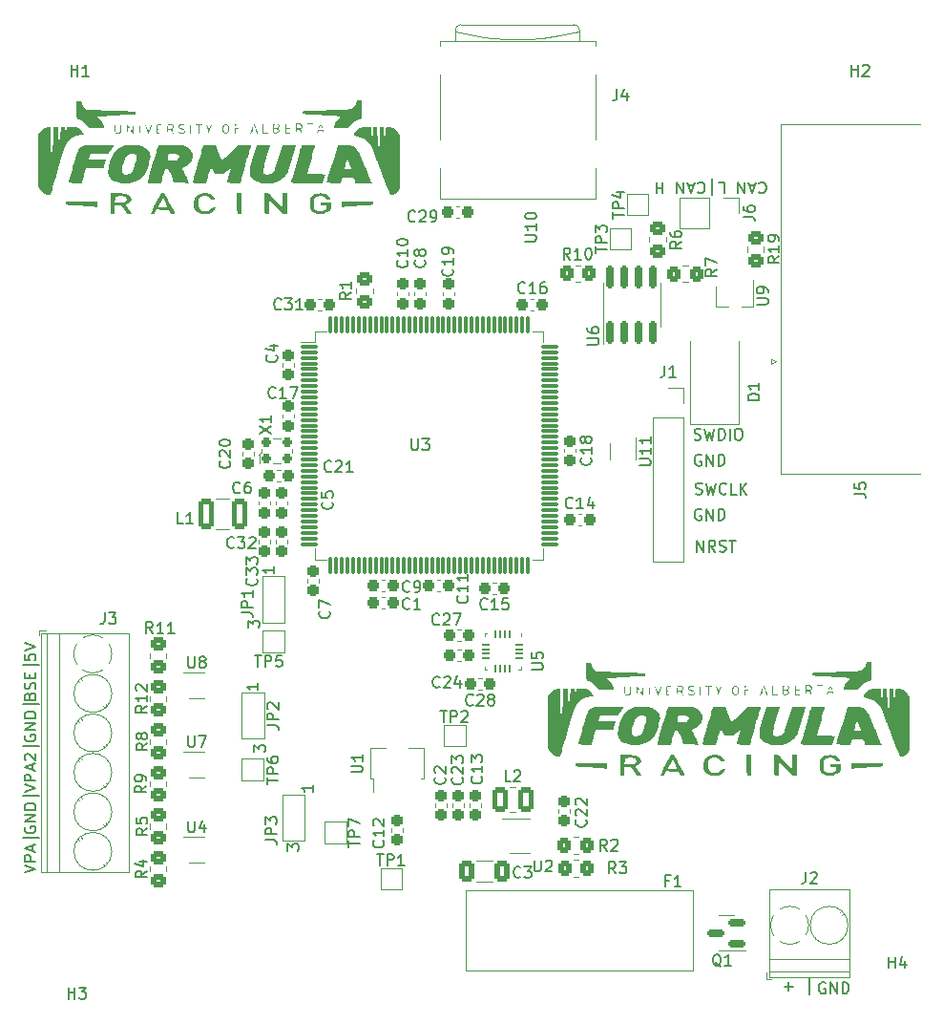
<source format=gto>
G04 #@! TF.GenerationSoftware,KiCad,Pcbnew,(6.0.5)*
G04 #@! TF.CreationDate,2023-02-15T17:46:13-07:00*
G04 #@! TF.ProjectId,EVCU,45564355-2e6b-4696-9361-645f70636258,rev?*
G04 #@! TF.SameCoordinates,Original*
G04 #@! TF.FileFunction,Legend,Top*
G04 #@! TF.FilePolarity,Positive*
%FSLAX46Y46*%
G04 Gerber Fmt 4.6, Leading zero omitted, Abs format (unit mm)*
G04 Created by KiCad (PCBNEW (6.0.5)) date 2023-02-15 17:46:13*
%MOMM*%
%LPD*%
G01*
G04 APERTURE LIST*
G04 Aperture macros list*
%AMRoundRect*
0 Rectangle with rounded corners*
0 $1 Rounding radius*
0 $2 $3 $4 $5 $6 $7 $8 $9 X,Y pos of 4 corners*
0 Add a 4 corners polygon primitive as box body*
4,1,4,$2,$3,$4,$5,$6,$7,$8,$9,$2,$3,0*
0 Add four circle primitives for the rounded corners*
1,1,$1+$1,$2,$3*
1,1,$1+$1,$4,$5*
1,1,$1+$1,$6,$7*
1,1,$1+$1,$8,$9*
0 Add four rect primitives between the rounded corners*
20,1,$1+$1,$2,$3,$4,$5,0*
20,1,$1+$1,$4,$5,$6,$7,0*
20,1,$1+$1,$6,$7,$8,$9,0*
20,1,$1+$1,$8,$9,$2,$3,0*%
%AMFreePoly0*
4,1,14,0.266715,0.088284,0.363284,-0.008285,0.375000,-0.036569,0.375000,-0.060000,0.363284,-0.088284,0.335000,-0.100000,-0.335000,-0.100000,-0.363284,-0.088284,-0.375000,-0.060000,-0.375000,0.060000,-0.363284,0.088284,-0.335000,0.100000,0.238431,0.100000,0.266715,0.088284,0.266715,0.088284,$1*%
%AMFreePoly1*
4,1,14,0.363284,0.088284,0.375000,0.060000,0.375000,0.036569,0.363284,0.008285,0.266715,-0.088284,0.238431,-0.100000,-0.335000,-0.100000,-0.363284,-0.088284,-0.375000,-0.060000,-0.375000,0.060000,-0.363284,0.088284,-0.335000,0.100000,0.335000,0.100000,0.363284,0.088284,0.363284,0.088284,$1*%
%AMFreePoly2*
4,1,14,0.088284,0.363284,0.100000,0.335000,0.100000,-0.335000,0.088284,-0.363284,0.060000,-0.375000,-0.060000,-0.375000,-0.088284,-0.363284,-0.100000,-0.335000,-0.100000,0.238431,-0.088284,0.266715,0.008285,0.363284,0.036569,0.375000,0.060000,0.375000,0.088284,0.363284,0.088284,0.363284,$1*%
%AMFreePoly3*
4,1,14,-0.008285,0.363284,0.088284,0.266715,0.100000,0.238431,0.100000,-0.335000,0.088284,-0.363284,0.060000,-0.375000,-0.060000,-0.375000,-0.088284,-0.363284,-0.100000,-0.335000,-0.100000,0.335000,-0.088284,0.363284,-0.060000,0.375000,-0.036569,0.375000,-0.008285,0.363284,-0.008285,0.363284,$1*%
%AMFreePoly4*
4,1,14,0.363284,0.088284,0.375000,0.060000,0.375000,-0.060000,0.363284,-0.088284,0.335000,-0.100000,-0.238431,-0.100000,-0.266715,-0.088284,-0.363284,0.008285,-0.375000,0.036569,-0.375000,0.060000,-0.363284,0.088284,-0.335000,0.100000,0.335000,0.100000,0.363284,0.088284,0.363284,0.088284,$1*%
%AMFreePoly5*
4,1,14,0.363284,0.088284,0.375000,0.060000,0.375000,-0.060000,0.363284,-0.088284,0.335000,-0.100000,-0.335000,-0.100000,-0.363284,-0.088284,-0.375000,-0.060000,-0.375000,-0.036569,-0.363284,-0.008285,-0.266715,0.088284,-0.238431,0.100000,0.335000,0.100000,0.363284,0.088284,0.363284,0.088284,$1*%
%AMFreePoly6*
4,1,14,0.088284,0.363284,0.100000,0.335000,0.100000,-0.238431,0.088284,-0.266715,-0.008285,-0.363284,-0.036569,-0.375000,-0.060000,-0.375000,-0.088284,-0.363284,-0.100000,-0.335000,-0.100000,0.335000,-0.088284,0.363284,-0.060000,0.375000,0.060000,0.375000,0.088284,0.363284,0.088284,0.363284,$1*%
%AMFreePoly7*
4,1,14,0.088284,0.363284,0.100000,0.335000,0.100000,-0.335000,0.088284,-0.363284,0.060000,-0.375000,0.036569,-0.375000,0.008285,-0.363284,-0.088284,-0.266715,-0.100000,-0.238431,-0.100000,0.335000,-0.088284,0.363284,-0.060000,0.375000,0.060000,0.375000,0.088284,0.363284,0.088284,0.363284,$1*%
%AMFreePoly8*
4,1,9,5.362500,-0.866500,1.237500,-0.866500,1.237500,-0.450000,-1.237500,-0.450000,-1.237500,0.450000,1.237500,0.450000,1.237500,0.866500,5.362500,0.866500,5.362500,-0.866500,5.362500,-0.866500,$1*%
G04 Aperture macros list end*
%ADD10C,0.150000*%
%ADD11C,0.120000*%
%ADD12R,1.500000X1.500000*%
%ADD13RoundRect,0.237500X0.237500X-0.300000X0.237500X0.300000X-0.237500X0.300000X-0.237500X-0.300000X0*%
%ADD14R,0.400000X1.500000*%
%ADD15R,1.500000X1.000000*%
%ADD16FreePoly0,270.000000*%
%ADD17RoundRect,0.050000X-0.050000X0.325000X-0.050000X-0.325000X0.050000X-0.325000X0.050000X0.325000X0*%
%ADD18FreePoly1,270.000000*%
%ADD19FreePoly2,270.000000*%
%ADD20RoundRect,0.050000X-0.325000X0.050000X-0.325000X-0.050000X0.325000X-0.050000X0.325000X0.050000X0*%
%ADD21FreePoly3,270.000000*%
%ADD22FreePoly4,270.000000*%
%ADD23FreePoly5,270.000000*%
%ADD24FreePoly6,270.000000*%
%ADD25FreePoly7,270.000000*%
%ADD26RoundRect,0.250001X0.462499X0.849999X-0.462499X0.849999X-0.462499X-0.849999X0.462499X-0.849999X0*%
%ADD27RoundRect,0.237500X0.300000X0.237500X-0.300000X0.237500X-0.300000X-0.237500X0.300000X-0.237500X0*%
%ADD28R,0.900000X2.300000*%
%ADD29FreePoly8,90.000000*%
%ADD30C,3.800000*%
%ADD31RoundRect,0.237500X-0.237500X0.300000X-0.237500X-0.300000X0.237500X-0.300000X0.237500X0.300000X0*%
%ADD32RoundRect,0.250001X-0.462499X-1.074999X0.462499X-1.074999X0.462499X1.074999X-0.462499X1.074999X0*%
%ADD33RoundRect,0.250000X-0.450000X0.350000X-0.450000X-0.350000X0.450000X-0.350000X0.450000X0.350000X0*%
%ADD34R,1.500000X0.400000*%
%ADD35RoundRect,0.250000X0.350000X0.450000X-0.350000X0.450000X-0.350000X-0.450000X0.350000X-0.450000X0*%
%ADD36RoundRect,0.250000X0.412500X0.650000X-0.412500X0.650000X-0.412500X-0.650000X0.412500X-0.650000X0*%
%ADD37R,2.000000X0.650000*%
%ADD38RoundRect,0.250000X-0.350000X-0.450000X0.350000X-0.450000X0.350000X0.450000X-0.350000X0.450000X0*%
%ADD39R,2.400000X2.400000*%
%ADD40C,2.400000*%
%ADD41C,2.235200*%
%ADD42RoundRect,0.075000X-0.662500X-0.075000X0.662500X-0.075000X0.662500X0.075000X-0.662500X0.075000X0*%
%ADD43RoundRect,0.075000X-0.075000X-0.662500X0.075000X-0.662500X0.075000X0.662500X-0.075000X0.662500X0*%
%ADD44RoundRect,0.237500X-0.300000X-0.237500X0.300000X-0.237500X0.300000X0.237500X-0.300000X0.237500X0*%
%ADD45R,1.700000X1.700000*%
%ADD46O,1.700000X1.700000*%
%ADD47RoundRect,0.150000X0.587500X0.150000X-0.587500X0.150000X-0.587500X-0.150000X0.587500X-0.150000X0*%
%ADD48R,2.300000X3.500000*%
%ADD49RoundRect,0.150000X0.150000X-0.825000X0.150000X0.825000X-0.150000X0.825000X-0.150000X-0.825000X0*%
%ADD50R,0.800000X1.500000*%
%ADD51R,1.450000X2.000000*%
%ADD52RoundRect,0.250000X0.450000X-0.350000X0.450000X0.350000X-0.450000X0.350000X-0.450000X-0.350000X0*%
%ADD53C,4.000000*%
%ADD54R,1.600000X1.600000*%
%ADD55C,1.600000*%
%ADD56RoundRect,0.200000X0.250000X-0.200000X0.250000X0.200000X-0.250000X0.200000X-0.250000X-0.200000X0*%
%ADD57R,0.800000X0.900000*%
%ADD58R,0.200000X0.450000*%
%ADD59R,2.800000X0.300000*%
G04 APERTURE END LIST*
D10*
X149637904Y-126614228D02*
X150399809Y-126614228D01*
X150018857Y-126995180D02*
X150018857Y-126233276D01*
X151876000Y-127328514D02*
X151876000Y-125899942D01*
X82205580Y-109376885D02*
X83205580Y-109043552D01*
X82205580Y-108710219D01*
X83205580Y-108376885D02*
X82205580Y-108376885D01*
X82205580Y-107995933D01*
X82253200Y-107900695D01*
X82300819Y-107853076D01*
X82396057Y-107805457D01*
X82538914Y-107805457D01*
X82634152Y-107853076D01*
X82681771Y-107900695D01*
X82729390Y-107995933D01*
X82729390Y-108376885D01*
X82919866Y-107424504D02*
X82919866Y-106948314D01*
X83205580Y-107519742D02*
X82205580Y-107186409D01*
X83205580Y-106853076D01*
X82300819Y-106567361D02*
X82253200Y-106519742D01*
X82205580Y-106424504D01*
X82205580Y-106186409D01*
X82253200Y-106091171D01*
X82300819Y-106043552D01*
X82396057Y-105995933D01*
X82491295Y-105995933D01*
X82634152Y-106043552D01*
X83205580Y-106614980D01*
X83205580Y-105995933D01*
X83538914Y-105329266D02*
X82110342Y-105329266D01*
X82205580Y-116520695D02*
X83205580Y-116187361D01*
X82205580Y-115854028D01*
X83205580Y-115520695D02*
X82205580Y-115520695D01*
X82205580Y-115139742D01*
X82253200Y-115044504D01*
X82300819Y-114996885D01*
X82396057Y-114949266D01*
X82538914Y-114949266D01*
X82634152Y-114996885D01*
X82681771Y-115044504D01*
X82729390Y-115139742D01*
X82729390Y-115520695D01*
X82919866Y-114568314D02*
X82919866Y-114092123D01*
X83205580Y-114663552D02*
X82205580Y-114330219D01*
X83205580Y-113996885D01*
X83538914Y-113425457D02*
X82110342Y-113425457D01*
X141756095Y-82954761D02*
X141898952Y-83002380D01*
X142137047Y-83002380D01*
X142232285Y-82954761D01*
X142279904Y-82907142D01*
X142327523Y-82811904D01*
X142327523Y-82716666D01*
X142279904Y-82621428D01*
X142232285Y-82573809D01*
X142137047Y-82526190D01*
X141946571Y-82478571D01*
X141851333Y-82430952D01*
X141803714Y-82383333D01*
X141756095Y-82288095D01*
X141756095Y-82192857D01*
X141803714Y-82097619D01*
X141851333Y-82050000D01*
X141946571Y-82002380D01*
X142184666Y-82002380D01*
X142327523Y-82050000D01*
X142660857Y-82002380D02*
X142898952Y-83002380D01*
X143089428Y-82288095D01*
X143279904Y-83002380D01*
X143518000Y-82002380D01*
X144470380Y-82907142D02*
X144422761Y-82954761D01*
X144279904Y-83002380D01*
X144184666Y-83002380D01*
X144041809Y-82954761D01*
X143946571Y-82859523D01*
X143898952Y-82764285D01*
X143851333Y-82573809D01*
X143851333Y-82430952D01*
X143898952Y-82240476D01*
X143946571Y-82145238D01*
X144041809Y-82050000D01*
X144184666Y-82002380D01*
X144279904Y-82002380D01*
X144422761Y-82050000D01*
X144470380Y-82097619D01*
X145375142Y-83002380D02*
X144898952Y-83002380D01*
X144898952Y-82002380D01*
X145708476Y-83002380D02*
X145708476Y-82002380D01*
X146279904Y-83002380D02*
X145851333Y-82430952D01*
X146279904Y-82002380D02*
X145708476Y-82573809D01*
X153238295Y-126296800D02*
X153143057Y-126249180D01*
X153000200Y-126249180D01*
X152857342Y-126296800D01*
X152762104Y-126392038D01*
X152714485Y-126487276D01*
X152666866Y-126677752D01*
X152666866Y-126820609D01*
X152714485Y-127011085D01*
X152762104Y-127106323D01*
X152857342Y-127201561D01*
X153000200Y-127249180D01*
X153095438Y-127249180D01*
X153238295Y-127201561D01*
X153285914Y-127153942D01*
X153285914Y-126820609D01*
X153095438Y-126820609D01*
X153714485Y-127249180D02*
X153714485Y-126249180D01*
X154285914Y-127249180D01*
X154285914Y-126249180D01*
X154762104Y-127249180D02*
X154762104Y-126249180D01*
X155000200Y-126249180D01*
X155143057Y-126296800D01*
X155238295Y-126392038D01*
X155285914Y-126487276D01*
X155333533Y-126677752D01*
X155333533Y-126820609D01*
X155285914Y-127011085D01*
X155238295Y-127106323D01*
X155143057Y-127201561D01*
X155000200Y-127249180D01*
X154762104Y-127249180D01*
X141644952Y-78128761D02*
X141787809Y-78176380D01*
X142025904Y-78176380D01*
X142121142Y-78128761D01*
X142168761Y-78081142D01*
X142216380Y-77985904D01*
X142216380Y-77890666D01*
X142168761Y-77795428D01*
X142121142Y-77747809D01*
X142025904Y-77700190D01*
X141835428Y-77652571D01*
X141740190Y-77604952D01*
X141692571Y-77557333D01*
X141644952Y-77462095D01*
X141644952Y-77366857D01*
X141692571Y-77271619D01*
X141740190Y-77224000D01*
X141835428Y-77176380D01*
X142073523Y-77176380D01*
X142216380Y-77224000D01*
X142549714Y-77176380D02*
X142787809Y-78176380D01*
X142978285Y-77462095D01*
X143168761Y-78176380D01*
X143406857Y-77176380D01*
X143787809Y-78176380D02*
X143787809Y-77176380D01*
X144025904Y-77176380D01*
X144168761Y-77224000D01*
X144264000Y-77319238D01*
X144311619Y-77414476D01*
X144359238Y-77604952D01*
X144359238Y-77747809D01*
X144311619Y-77938285D01*
X144264000Y-78033523D01*
X144168761Y-78128761D01*
X144025904Y-78176380D01*
X143787809Y-78176380D01*
X144787809Y-78176380D02*
X144787809Y-77176380D01*
X145454476Y-77176380D02*
X145644952Y-77176380D01*
X145740190Y-77224000D01*
X145835428Y-77319238D01*
X145883047Y-77509714D01*
X145883047Y-77843047D01*
X145835428Y-78033523D01*
X145740190Y-78128761D01*
X145644952Y-78176380D01*
X145454476Y-78176380D01*
X145359238Y-78128761D01*
X145264000Y-78033523D01*
X145216380Y-77843047D01*
X145216380Y-77509714D01*
X145264000Y-77319238D01*
X145359238Y-77224000D01*
X145454476Y-77176380D01*
X147374292Y-55412057D02*
X147421911Y-55364438D01*
X147564769Y-55316819D01*
X147660007Y-55316819D01*
X147802864Y-55364438D01*
X147898102Y-55459676D01*
X147945721Y-55554914D01*
X147993340Y-55745390D01*
X147993340Y-55888247D01*
X147945721Y-56078723D01*
X147898102Y-56173961D01*
X147802864Y-56269200D01*
X147660007Y-56316819D01*
X147564769Y-56316819D01*
X147421911Y-56269200D01*
X147374292Y-56221580D01*
X146993340Y-55602533D02*
X146517150Y-55602533D01*
X147088578Y-55316819D02*
X146755245Y-56316819D01*
X146421911Y-55316819D01*
X146088578Y-55316819D02*
X146088578Y-56316819D01*
X145517150Y-55316819D01*
X145517150Y-56316819D01*
X143802864Y-55316819D02*
X144279054Y-55316819D01*
X144279054Y-56316819D01*
X143231435Y-54983485D02*
X143231435Y-56412057D01*
X141937150Y-55412057D02*
X141984769Y-55364438D01*
X142127626Y-55316819D01*
X142222864Y-55316819D01*
X142365721Y-55364438D01*
X142460959Y-55459676D01*
X142508578Y-55554914D01*
X142556197Y-55745390D01*
X142556197Y-55888247D01*
X142508578Y-56078723D01*
X142460959Y-56173961D01*
X142365721Y-56269200D01*
X142222864Y-56316819D01*
X142127626Y-56316819D01*
X141984769Y-56269200D01*
X141937150Y-56221580D01*
X141556197Y-55602533D02*
X141080007Y-55602533D01*
X141651435Y-55316819D02*
X141318102Y-56316819D01*
X140984769Y-55316819D01*
X140651435Y-55316819D02*
X140651435Y-56316819D01*
X140080007Y-55316819D01*
X140080007Y-56316819D01*
X138841911Y-55316819D02*
X138841911Y-56316819D01*
X138841911Y-55840628D02*
X138270483Y-55840628D01*
X138270483Y-55316819D02*
X138270483Y-56316819D01*
X141867142Y-88082380D02*
X141867142Y-87082380D01*
X142438571Y-88082380D01*
X142438571Y-87082380D01*
X143486190Y-88082380D02*
X143152857Y-87606190D01*
X142914761Y-88082380D02*
X142914761Y-87082380D01*
X143295714Y-87082380D01*
X143390952Y-87130000D01*
X143438571Y-87177619D01*
X143486190Y-87272857D01*
X143486190Y-87415714D01*
X143438571Y-87510952D01*
X143390952Y-87558571D01*
X143295714Y-87606190D01*
X142914761Y-87606190D01*
X143867142Y-88034761D02*
X144010000Y-88082380D01*
X144248095Y-88082380D01*
X144343333Y-88034761D01*
X144390952Y-87987142D01*
X144438571Y-87891904D01*
X144438571Y-87796666D01*
X144390952Y-87701428D01*
X144343333Y-87653809D01*
X144248095Y-87606190D01*
X144057619Y-87558571D01*
X143962380Y-87510952D01*
X143914761Y-87463333D01*
X143867142Y-87368095D01*
X143867142Y-87272857D01*
X143914761Y-87177619D01*
X143962380Y-87130000D01*
X144057619Y-87082380D01*
X144295714Y-87082380D01*
X144438571Y-87130000D01*
X144724285Y-87082380D02*
X145295714Y-87082380D01*
X145010000Y-88082380D02*
X145010000Y-87082380D01*
X142240095Y-84336000D02*
X142144857Y-84288380D01*
X142002000Y-84288380D01*
X141859142Y-84336000D01*
X141763904Y-84431238D01*
X141716285Y-84526476D01*
X141668666Y-84716952D01*
X141668666Y-84859809D01*
X141716285Y-85050285D01*
X141763904Y-85145523D01*
X141859142Y-85240761D01*
X142002000Y-85288380D01*
X142097238Y-85288380D01*
X142240095Y-85240761D01*
X142287714Y-85193142D01*
X142287714Y-84859809D01*
X142097238Y-84859809D01*
X142716285Y-85288380D02*
X142716285Y-84288380D01*
X143287714Y-85288380D01*
X143287714Y-84288380D01*
X143763904Y-85288380D02*
X143763904Y-84288380D01*
X144002000Y-84288380D01*
X144144857Y-84336000D01*
X144240095Y-84431238D01*
X144287714Y-84526476D01*
X144335333Y-84716952D01*
X144335333Y-84859809D01*
X144287714Y-85050285D01*
X144240095Y-85145523D01*
X144144857Y-85240761D01*
X144002000Y-85288380D01*
X143763904Y-85288380D01*
X82205580Y-97193076D02*
X82205580Y-97669266D01*
X82681771Y-97716885D01*
X82634152Y-97669266D01*
X82586533Y-97574028D01*
X82586533Y-97335933D01*
X82634152Y-97240695D01*
X82681771Y-97193076D01*
X82777009Y-97145457D01*
X83015104Y-97145457D01*
X83110342Y-97193076D01*
X83157961Y-97240695D01*
X83205580Y-97335933D01*
X83205580Y-97574028D01*
X83157961Y-97669266D01*
X83110342Y-97716885D01*
X82205580Y-96859742D02*
X83205580Y-96526409D01*
X82205580Y-96193076D01*
X82253200Y-104336695D02*
X82205580Y-104431933D01*
X82205580Y-104574790D01*
X82253200Y-104717647D01*
X82348438Y-104812885D01*
X82443676Y-104860504D01*
X82634152Y-104908123D01*
X82777009Y-104908123D01*
X82967485Y-104860504D01*
X83062723Y-104812885D01*
X83157961Y-104717647D01*
X83205580Y-104574790D01*
X83205580Y-104479552D01*
X83157961Y-104336695D01*
X83110342Y-104289076D01*
X82777009Y-104289076D01*
X82777009Y-104479552D01*
X83205580Y-103860504D02*
X82205580Y-103860504D01*
X83205580Y-103289076D01*
X82205580Y-103289076D01*
X83205580Y-102812885D02*
X82205580Y-102812885D01*
X82205580Y-102574790D01*
X82253200Y-102431933D01*
X82348438Y-102336695D01*
X82443676Y-102289076D01*
X82634152Y-102241457D01*
X82777009Y-102241457D01*
X82967485Y-102289076D01*
X83062723Y-102336695D01*
X83157961Y-102431933D01*
X83205580Y-102574790D01*
X83205580Y-102812885D01*
X83538914Y-101574790D02*
X82110342Y-101574790D01*
X82253200Y-112464695D02*
X82205580Y-112559933D01*
X82205580Y-112702790D01*
X82253200Y-112845647D01*
X82348438Y-112940885D01*
X82443676Y-112988504D01*
X82634152Y-113036123D01*
X82777009Y-113036123D01*
X82967485Y-112988504D01*
X83062723Y-112940885D01*
X83157961Y-112845647D01*
X83205580Y-112702790D01*
X83205580Y-112607552D01*
X83157961Y-112464695D01*
X83110342Y-112417076D01*
X82777009Y-112417076D01*
X82777009Y-112607552D01*
X83205580Y-111988504D02*
X82205580Y-111988504D01*
X83205580Y-111417076D01*
X82205580Y-111417076D01*
X83205580Y-110940885D02*
X82205580Y-110940885D01*
X82205580Y-110702790D01*
X82253200Y-110559933D01*
X82348438Y-110464695D01*
X82443676Y-110417076D01*
X82634152Y-110369457D01*
X82777009Y-110369457D01*
X82967485Y-110417076D01*
X83062723Y-110464695D01*
X83157961Y-110559933D01*
X83205580Y-110702790D01*
X83205580Y-110940885D01*
X83538914Y-109702790D02*
X82110342Y-109702790D01*
X82681771Y-100875933D02*
X82729390Y-100733076D01*
X82777009Y-100685457D01*
X82872247Y-100637838D01*
X83015104Y-100637838D01*
X83110342Y-100685457D01*
X83157961Y-100733076D01*
X83205580Y-100828314D01*
X83205580Y-101209266D01*
X82205580Y-101209266D01*
X82205580Y-100875933D01*
X82253200Y-100780695D01*
X82300819Y-100733076D01*
X82396057Y-100685457D01*
X82491295Y-100685457D01*
X82586533Y-100733076D01*
X82634152Y-100780695D01*
X82681771Y-100875933D01*
X82681771Y-101209266D01*
X83157961Y-100256885D02*
X83205580Y-100114028D01*
X83205580Y-99875933D01*
X83157961Y-99780695D01*
X83110342Y-99733076D01*
X83015104Y-99685457D01*
X82919866Y-99685457D01*
X82824628Y-99733076D01*
X82777009Y-99780695D01*
X82729390Y-99875933D01*
X82681771Y-100066409D01*
X82634152Y-100161647D01*
X82586533Y-100209266D01*
X82491295Y-100256885D01*
X82396057Y-100256885D01*
X82300819Y-100209266D01*
X82253200Y-100161647D01*
X82205580Y-100066409D01*
X82205580Y-99828314D01*
X82253200Y-99685457D01*
X82681771Y-99256885D02*
X82681771Y-98923552D01*
X83205580Y-98780695D02*
X83205580Y-99256885D01*
X82205580Y-99256885D01*
X82205580Y-98780695D01*
X83538914Y-98114028D02*
X82110342Y-98114028D01*
X142240095Y-79510000D02*
X142144857Y-79462380D01*
X142002000Y-79462380D01*
X141859142Y-79510000D01*
X141763904Y-79605238D01*
X141716285Y-79700476D01*
X141668666Y-79890952D01*
X141668666Y-80033809D01*
X141716285Y-80224285D01*
X141763904Y-80319523D01*
X141859142Y-80414761D01*
X142002000Y-80462380D01*
X142097238Y-80462380D01*
X142240095Y-80414761D01*
X142287714Y-80367142D01*
X142287714Y-80033809D01*
X142097238Y-80033809D01*
X142716285Y-80462380D02*
X142716285Y-79462380D01*
X143287714Y-80462380D01*
X143287714Y-79462380D01*
X143763904Y-80462380D02*
X143763904Y-79462380D01*
X144002000Y-79462380D01*
X144144857Y-79510000D01*
X144240095Y-79605238D01*
X144287714Y-79700476D01*
X144335333Y-79890952D01*
X144335333Y-80033809D01*
X144287714Y-80224285D01*
X144240095Y-80319523D01*
X144144857Y-80414761D01*
X144002000Y-80462380D01*
X143763904Y-80462380D01*
X134383911Y-58555104D02*
X134383911Y-57983676D01*
X135383911Y-58269390D02*
X134383911Y-58269390D01*
X135383911Y-57650342D02*
X134383911Y-57650342D01*
X134383911Y-57269390D01*
X134431531Y-57174152D01*
X134479150Y-57126533D01*
X134574388Y-57078914D01*
X134717245Y-57078914D01*
X134812483Y-57126533D01*
X134860102Y-57174152D01*
X134907721Y-57269390D01*
X134907721Y-57650342D01*
X134717245Y-56221771D02*
X135383911Y-56221771D01*
X134336292Y-56459866D02*
X135050578Y-56697961D01*
X135050578Y-56078914D01*
X132859911Y-61603104D02*
X132859911Y-61031676D01*
X133859911Y-61317390D02*
X132859911Y-61317390D01*
X133859911Y-60698342D02*
X132859911Y-60698342D01*
X132859911Y-60317390D01*
X132907531Y-60222152D01*
X132955150Y-60174533D01*
X133050388Y-60126914D01*
X133193245Y-60126914D01*
X133288483Y-60174533D01*
X133336102Y-60222152D01*
X133383721Y-60317390D01*
X133383721Y-60698342D01*
X132859911Y-59793580D02*
X132859911Y-59174533D01*
X133240864Y-59507866D01*
X133240864Y-59365009D01*
X133288483Y-59269771D01*
X133336102Y-59222152D01*
X133431340Y-59174533D01*
X133669435Y-59174533D01*
X133764673Y-59222152D01*
X133812292Y-59269771D01*
X133859911Y-59365009D01*
X133859911Y-59650723D01*
X133812292Y-59745961D01*
X133764673Y-59793580D01*
X131986342Y-111841724D02*
X132033961Y-111889343D01*
X132081580Y-112032200D01*
X132081580Y-112127438D01*
X132033961Y-112270295D01*
X131938723Y-112365533D01*
X131843485Y-112413152D01*
X131653009Y-112460771D01*
X131510152Y-112460771D01*
X131319676Y-112413152D01*
X131224438Y-112365533D01*
X131129200Y-112270295D01*
X131081580Y-112127438D01*
X131081580Y-112032200D01*
X131129200Y-111889343D01*
X131176819Y-111841724D01*
X131176819Y-111460771D02*
X131129200Y-111413152D01*
X131081580Y-111317914D01*
X131081580Y-111079819D01*
X131129200Y-110984581D01*
X131176819Y-110936962D01*
X131272057Y-110889343D01*
X131367295Y-110889343D01*
X131510152Y-110936962D01*
X132081580Y-111508390D01*
X132081580Y-110889343D01*
X131176819Y-110508390D02*
X131129200Y-110460771D01*
X131081580Y-110365533D01*
X131081580Y-110127438D01*
X131129200Y-110032200D01*
X131176819Y-109984581D01*
X131272057Y-109936962D01*
X131367295Y-109936962D01*
X131510152Y-109984581D01*
X132081580Y-110556009D01*
X132081580Y-109936962D01*
X136758180Y-80435295D02*
X137567704Y-80435295D01*
X137662942Y-80387676D01*
X137710561Y-80340057D01*
X137758180Y-80244819D01*
X137758180Y-80054342D01*
X137710561Y-79959104D01*
X137662942Y-79911485D01*
X137567704Y-79863866D01*
X136758180Y-79863866D01*
X137758180Y-78863866D02*
X137758180Y-79435295D01*
X137758180Y-79149580D02*
X136758180Y-79149580D01*
X136901038Y-79244819D01*
X136996276Y-79340057D01*
X137043895Y-79435295D01*
X137758180Y-77911485D02*
X137758180Y-78482914D01*
X137758180Y-78197200D02*
X136758180Y-78197200D01*
X136901038Y-78292438D01*
X136996276Y-78387676D01*
X137043895Y-78482914D01*
X101458780Y-93492533D02*
X102173066Y-93492533D01*
X102315923Y-93540152D01*
X102411161Y-93635390D01*
X102458780Y-93778247D01*
X102458780Y-93873485D01*
X102458780Y-93016342D02*
X101458780Y-93016342D01*
X101458780Y-92635390D01*
X101506400Y-92540152D01*
X101554019Y-92492533D01*
X101649257Y-92444914D01*
X101792114Y-92444914D01*
X101887352Y-92492533D01*
X101934971Y-92540152D01*
X101982590Y-92635390D01*
X101982590Y-93016342D01*
X102458780Y-91492533D02*
X102458780Y-92063961D01*
X102458780Y-91778247D02*
X101458780Y-91778247D01*
X101601638Y-91873485D01*
X101696876Y-91968723D01*
X101744495Y-92063961D01*
X102068380Y-94795933D02*
X102068380Y-94176885D01*
X102449333Y-94510219D01*
X102449333Y-94367361D01*
X102496952Y-94272123D01*
X102544571Y-94224504D01*
X102639809Y-94176885D01*
X102877904Y-94176885D01*
X102973142Y-94224504D01*
X103020761Y-94272123D01*
X103068380Y-94367361D01*
X103068380Y-94653076D01*
X103020761Y-94748314D01*
X102973142Y-94795933D01*
X104338380Y-89417885D02*
X104338380Y-89989314D01*
X104338380Y-89703600D02*
X103338380Y-89703600D01*
X103481238Y-89798838D01*
X103576476Y-89894076D01*
X103624095Y-89989314D01*
X120143542Y-63025257D02*
X120191161Y-63072876D01*
X120238780Y-63215733D01*
X120238780Y-63310971D01*
X120191161Y-63453828D01*
X120095923Y-63549066D01*
X120000685Y-63596685D01*
X119810209Y-63644304D01*
X119667352Y-63644304D01*
X119476876Y-63596685D01*
X119381638Y-63549066D01*
X119286400Y-63453828D01*
X119238780Y-63310971D01*
X119238780Y-63215733D01*
X119286400Y-63072876D01*
X119334019Y-63025257D01*
X120238780Y-62072876D02*
X120238780Y-62644304D01*
X120238780Y-62358590D02*
X119238780Y-62358590D01*
X119381638Y-62453828D01*
X119476876Y-62549066D01*
X119524495Y-62644304D01*
X120238780Y-61596685D02*
X120238780Y-61406209D01*
X120191161Y-61310971D01*
X120143542Y-61263352D01*
X120000685Y-61168114D01*
X119810209Y-61120495D01*
X119429257Y-61120495D01*
X119334019Y-61168114D01*
X119286400Y-61215733D01*
X119238780Y-61310971D01*
X119238780Y-61501447D01*
X119286400Y-61596685D01*
X119334019Y-61644304D01*
X119429257Y-61691923D01*
X119667352Y-61691923D01*
X119762590Y-61644304D01*
X119810209Y-61596685D01*
X119857828Y-61501447D01*
X119857828Y-61310971D01*
X119810209Y-61215733D01*
X119762590Y-61168114D01*
X119667352Y-61120495D01*
X127214380Y-98551904D02*
X128023904Y-98551904D01*
X128119142Y-98504285D01*
X128166761Y-98456666D01*
X128214380Y-98361428D01*
X128214380Y-98170952D01*
X128166761Y-98075714D01*
X128119142Y-98028095D01*
X128023904Y-97980476D01*
X127214380Y-97980476D01*
X127214380Y-97028095D02*
X127214380Y-97504285D01*
X127690571Y-97551904D01*
X127642952Y-97504285D01*
X127595333Y-97409047D01*
X127595333Y-97170952D01*
X127642952Y-97075714D01*
X127690571Y-97028095D01*
X127785809Y-96980476D01*
X128023904Y-96980476D01*
X128119142Y-97028095D01*
X128166761Y-97075714D01*
X128214380Y-97170952D01*
X128214380Y-97409047D01*
X128166761Y-97504285D01*
X128119142Y-97551904D01*
X125366533Y-108456980D02*
X124890342Y-108456980D01*
X124890342Y-107456980D01*
X125652247Y-107552219D02*
X125699866Y-107504600D01*
X125795104Y-107456980D01*
X126033200Y-107456980D01*
X126128438Y-107504600D01*
X126176057Y-107552219D01*
X126223676Y-107647457D01*
X126223676Y-107742695D01*
X126176057Y-107885552D01*
X125604628Y-108456980D01*
X126223676Y-108456980D01*
X121997542Y-101625342D02*
X121949923Y-101672961D01*
X121807066Y-101720580D01*
X121711828Y-101720580D01*
X121568971Y-101672961D01*
X121473733Y-101577723D01*
X121426114Y-101482485D01*
X121378495Y-101292009D01*
X121378495Y-101149152D01*
X121426114Y-100958676D01*
X121473733Y-100863438D01*
X121568971Y-100768200D01*
X121711828Y-100720580D01*
X121807066Y-100720580D01*
X121949923Y-100768200D01*
X121997542Y-100815819D01*
X122378495Y-100815819D02*
X122426114Y-100768200D01*
X122521352Y-100720580D01*
X122759447Y-100720580D01*
X122854685Y-100768200D01*
X122902304Y-100815819D01*
X122949923Y-100911057D01*
X122949923Y-101006295D01*
X122902304Y-101149152D01*
X122330876Y-101720580D01*
X122949923Y-101720580D01*
X123521352Y-101149152D02*
X123426114Y-101101533D01*
X123378495Y-101053914D01*
X123330876Y-100958676D01*
X123330876Y-100911057D01*
X123378495Y-100815819D01*
X123426114Y-100768200D01*
X123521352Y-100720580D01*
X123711828Y-100720580D01*
X123807066Y-100768200D01*
X123854685Y-100815819D01*
X123902304Y-100911057D01*
X123902304Y-100958676D01*
X123854685Y-101053914D01*
X123807066Y-101101533D01*
X123711828Y-101149152D01*
X123521352Y-101149152D01*
X123426114Y-101196771D01*
X123378495Y-101244390D01*
X123330876Y-101339628D01*
X123330876Y-101530104D01*
X123378495Y-101625342D01*
X123426114Y-101672961D01*
X123521352Y-101720580D01*
X123711828Y-101720580D01*
X123807066Y-101672961D01*
X123854685Y-101625342D01*
X123902304Y-101530104D01*
X123902304Y-101339628D01*
X123854685Y-101244390D01*
X123807066Y-101196771D01*
X123711828Y-101149152D01*
X111217580Y-107624504D02*
X112027104Y-107624504D01*
X112122342Y-107576885D01*
X112169961Y-107529266D01*
X112217580Y-107434028D01*
X112217580Y-107243552D01*
X112169961Y-107148314D01*
X112122342Y-107100695D01*
X112027104Y-107053076D01*
X111217580Y-107053076D01*
X112217580Y-106053076D02*
X112217580Y-106624504D01*
X112217580Y-106338790D02*
X111217580Y-106338790D01*
X111360438Y-106434028D01*
X111455676Y-106529266D01*
X111503295Y-106624504D01*
X110958380Y-114241104D02*
X110958380Y-113669676D01*
X111958380Y-113955390D02*
X110958380Y-113955390D01*
X111958380Y-113336342D02*
X110958380Y-113336342D01*
X110958380Y-112955390D01*
X111006000Y-112860152D01*
X111053619Y-112812533D01*
X111148857Y-112764914D01*
X111291714Y-112764914D01*
X111386952Y-112812533D01*
X111434571Y-112860152D01*
X111482190Y-112955390D01*
X111482190Y-113336342D01*
X110958380Y-112431580D02*
X110958380Y-111764914D01*
X111958380Y-112193485D01*
X86360095Y-45918380D02*
X86360095Y-44918380D01*
X86360095Y-45394571D02*
X86931523Y-45394571D01*
X86931523Y-45918380D02*
X86931523Y-44918380D01*
X87931523Y-45918380D02*
X87360095Y-45918380D01*
X87645809Y-45918380D02*
X87645809Y-44918380D01*
X87550571Y-45061238D01*
X87455333Y-45156476D01*
X87360095Y-45204095D01*
X114022142Y-113672857D02*
X114069761Y-113720476D01*
X114117380Y-113863333D01*
X114117380Y-113958571D01*
X114069761Y-114101428D01*
X113974523Y-114196666D01*
X113879285Y-114244285D01*
X113688809Y-114291904D01*
X113545952Y-114291904D01*
X113355476Y-114244285D01*
X113260238Y-114196666D01*
X113165000Y-114101428D01*
X113117380Y-113958571D01*
X113117380Y-113863333D01*
X113165000Y-113720476D01*
X113212619Y-113672857D01*
X114117380Y-112720476D02*
X114117380Y-113291904D01*
X114117380Y-113006190D02*
X113117380Y-113006190D01*
X113260238Y-113101428D01*
X113355476Y-113196666D01*
X113403095Y-113291904D01*
X113212619Y-112339523D02*
X113165000Y-112291904D01*
X113117380Y-112196666D01*
X113117380Y-111958571D01*
X113165000Y-111863333D01*
X113212619Y-111815714D01*
X113307857Y-111768095D01*
X113403095Y-111768095D01*
X113545952Y-111815714D01*
X114117380Y-112387142D01*
X114117380Y-111768095D01*
X155575095Y-45918380D02*
X155575095Y-44918380D01*
X155575095Y-45394571D02*
X156146523Y-45394571D01*
X156146523Y-45918380D02*
X156146523Y-44918380D01*
X156575095Y-45013619D02*
X156622714Y-44966000D01*
X156717952Y-44918380D01*
X156956047Y-44918380D01*
X157051285Y-44966000D01*
X157098904Y-45013619D01*
X157146523Y-45108857D01*
X157146523Y-45204095D01*
X157098904Y-45346952D01*
X156527476Y-45918380D01*
X157146523Y-45918380D01*
X96302533Y-85593180D02*
X95826342Y-85593180D01*
X95826342Y-84593180D01*
X97159676Y-85593180D02*
X96588247Y-85593180D01*
X96873961Y-85593180D02*
X96873961Y-84593180D01*
X96778723Y-84736038D01*
X96683485Y-84831276D01*
X96588247Y-84878895D01*
X132437142Y-79763857D02*
X132484761Y-79811476D01*
X132532380Y-79954333D01*
X132532380Y-80049571D01*
X132484761Y-80192428D01*
X132389523Y-80287666D01*
X132294285Y-80335285D01*
X132103809Y-80382904D01*
X131960952Y-80382904D01*
X131770476Y-80335285D01*
X131675238Y-80287666D01*
X131580000Y-80192428D01*
X131532380Y-80049571D01*
X131532380Y-79954333D01*
X131580000Y-79811476D01*
X131627619Y-79763857D01*
X132532380Y-78811476D02*
X132532380Y-79382904D01*
X132532380Y-79097190D02*
X131532380Y-79097190D01*
X131675238Y-79192428D01*
X131770476Y-79287666D01*
X131818095Y-79382904D01*
X131960952Y-78240047D02*
X131913333Y-78335285D01*
X131865714Y-78382904D01*
X131770476Y-78430523D01*
X131722857Y-78430523D01*
X131627619Y-78382904D01*
X131580000Y-78335285D01*
X131532380Y-78240047D01*
X131532380Y-78049571D01*
X131580000Y-77954333D01*
X131627619Y-77906714D01*
X131722857Y-77859095D01*
X131770476Y-77859095D01*
X131865714Y-77906714D01*
X131913333Y-77954333D01*
X131960952Y-78049571D01*
X131960952Y-78240047D01*
X132008571Y-78335285D01*
X132056190Y-78382904D01*
X132151428Y-78430523D01*
X132341904Y-78430523D01*
X132437142Y-78382904D01*
X132484761Y-78335285D01*
X132532380Y-78240047D01*
X132532380Y-78049571D01*
X132484761Y-77954333D01*
X132437142Y-77906714D01*
X132341904Y-77859095D01*
X132151428Y-77859095D01*
X132056190Y-77906714D01*
X132008571Y-77954333D01*
X131960952Y-78049571D01*
X104979542Y-66540342D02*
X104931923Y-66587961D01*
X104789066Y-66635580D01*
X104693828Y-66635580D01*
X104550971Y-66587961D01*
X104455733Y-66492723D01*
X104408114Y-66397485D01*
X104360495Y-66207009D01*
X104360495Y-66064152D01*
X104408114Y-65873676D01*
X104455733Y-65778438D01*
X104550971Y-65683200D01*
X104693828Y-65635580D01*
X104789066Y-65635580D01*
X104931923Y-65683200D01*
X104979542Y-65730819D01*
X105312876Y-65635580D02*
X105931923Y-65635580D01*
X105598590Y-66016533D01*
X105741447Y-66016533D01*
X105836685Y-66064152D01*
X105884304Y-66111771D01*
X105931923Y-66207009D01*
X105931923Y-66445104D01*
X105884304Y-66540342D01*
X105836685Y-66587961D01*
X105741447Y-66635580D01*
X105455733Y-66635580D01*
X105360495Y-66587961D01*
X105312876Y-66540342D01*
X106884304Y-66635580D02*
X106312876Y-66635580D01*
X106598590Y-66635580D02*
X106598590Y-65635580D01*
X106503352Y-65778438D01*
X106408114Y-65873676D01*
X106312876Y-65921295D01*
X93009980Y-108827866D02*
X92533790Y-109161200D01*
X93009980Y-109399295D02*
X92009980Y-109399295D01*
X92009980Y-109018342D01*
X92057600Y-108923104D01*
X92105219Y-108875485D01*
X92200457Y-108827866D01*
X92343314Y-108827866D01*
X92438552Y-108875485D01*
X92486171Y-108923104D01*
X92533790Y-109018342D01*
X92533790Y-109399295D01*
X93009980Y-108351676D02*
X93009980Y-108161200D01*
X92962361Y-108065961D01*
X92914742Y-108018342D01*
X92771885Y-107923104D01*
X92581409Y-107875485D01*
X92200457Y-107875485D01*
X92105219Y-107923104D01*
X92057600Y-107970723D01*
X92009980Y-108065961D01*
X92009980Y-108256438D01*
X92057600Y-108351676D01*
X92105219Y-108399295D01*
X92200457Y-108446914D01*
X92438552Y-108446914D01*
X92533790Y-108399295D01*
X92581409Y-108351676D01*
X92629028Y-108256438D01*
X92629028Y-108065961D01*
X92581409Y-107970723D01*
X92533790Y-107923104D01*
X92438552Y-107875485D01*
X96723295Y-97375980D02*
X96723295Y-98185504D01*
X96770914Y-98280742D01*
X96818533Y-98328361D01*
X96913771Y-98375980D01*
X97104247Y-98375980D01*
X97199485Y-98328361D01*
X97247104Y-98280742D01*
X97294723Y-98185504D01*
X97294723Y-97375980D01*
X97913771Y-97804552D02*
X97818533Y-97756933D01*
X97770914Y-97709314D01*
X97723295Y-97614076D01*
X97723295Y-97566457D01*
X97770914Y-97471219D01*
X97818533Y-97423600D01*
X97913771Y-97375980D01*
X98104247Y-97375980D01*
X98199485Y-97423600D01*
X98247104Y-97471219D01*
X98294723Y-97566457D01*
X98294723Y-97614076D01*
X98247104Y-97709314D01*
X98199485Y-97756933D01*
X98104247Y-97804552D01*
X97913771Y-97804552D01*
X97818533Y-97852171D01*
X97770914Y-97899790D01*
X97723295Y-97995028D01*
X97723295Y-98185504D01*
X97770914Y-98280742D01*
X97818533Y-98328361D01*
X97913771Y-98375980D01*
X98104247Y-98375980D01*
X98199485Y-98328361D01*
X98247104Y-98280742D01*
X98294723Y-98185504D01*
X98294723Y-97995028D01*
X98247104Y-97899790D01*
X98199485Y-97852171D01*
X98104247Y-97804552D01*
X117705142Y-62244266D02*
X117752761Y-62291885D01*
X117800380Y-62434742D01*
X117800380Y-62529980D01*
X117752761Y-62672838D01*
X117657523Y-62768076D01*
X117562285Y-62815695D01*
X117371809Y-62863314D01*
X117228952Y-62863314D01*
X117038476Y-62815695D01*
X116943238Y-62768076D01*
X116848000Y-62672838D01*
X116800380Y-62529980D01*
X116800380Y-62434742D01*
X116848000Y-62291885D01*
X116895619Y-62244266D01*
X117228952Y-61672838D02*
X117181333Y-61768076D01*
X117133714Y-61815695D01*
X117038476Y-61863314D01*
X116990857Y-61863314D01*
X116895619Y-61815695D01*
X116848000Y-61768076D01*
X116800380Y-61672838D01*
X116800380Y-61482361D01*
X116848000Y-61387123D01*
X116895619Y-61339504D01*
X116990857Y-61291885D01*
X117038476Y-61291885D01*
X117133714Y-61339504D01*
X117181333Y-61387123D01*
X117228952Y-61482361D01*
X117228952Y-61672838D01*
X117276571Y-61768076D01*
X117324190Y-61815695D01*
X117419428Y-61863314D01*
X117609904Y-61863314D01*
X117705142Y-61815695D01*
X117752761Y-61768076D01*
X117800380Y-61672838D01*
X117800380Y-61482361D01*
X117752761Y-61387123D01*
X117705142Y-61339504D01*
X117609904Y-61291885D01*
X117419428Y-61291885D01*
X117324190Y-61339504D01*
X117276571Y-61387123D01*
X117228952Y-61482361D01*
X133879141Y-114587492D02*
X133545808Y-114111302D01*
X133307712Y-114587492D02*
X133307712Y-113587492D01*
X133688665Y-113587492D01*
X133783903Y-113635112D01*
X133831522Y-113682731D01*
X133879141Y-113777969D01*
X133879141Y-113920826D01*
X133831522Y-114016064D01*
X133783903Y-114063683D01*
X133688665Y-114111302D01*
X133307712Y-114111302D01*
X134260093Y-113682731D02*
X134307712Y-113635112D01*
X134402950Y-113587492D01*
X134641046Y-113587492D01*
X134736284Y-113635112D01*
X134783903Y-113682731D01*
X134831522Y-113777969D01*
X134831522Y-113873207D01*
X134783903Y-114016064D01*
X134212474Y-114587492D01*
X134831522Y-114587492D01*
X103731980Y-103449333D02*
X104446266Y-103449333D01*
X104589123Y-103496952D01*
X104684361Y-103592190D01*
X104731980Y-103735047D01*
X104731980Y-103830285D01*
X104731980Y-102973142D02*
X103731980Y-102973142D01*
X103731980Y-102592190D01*
X103779600Y-102496952D01*
X103827219Y-102449333D01*
X103922457Y-102401714D01*
X104065314Y-102401714D01*
X104160552Y-102449333D01*
X104208171Y-102496952D01*
X104255790Y-102592190D01*
X104255790Y-102973142D01*
X103827219Y-102020761D02*
X103779600Y-101973142D01*
X103731980Y-101877904D01*
X103731980Y-101639809D01*
X103779600Y-101544571D01*
X103827219Y-101496952D01*
X103922457Y-101449333D01*
X104017695Y-101449333D01*
X104160552Y-101496952D01*
X104731980Y-102068380D01*
X104731980Y-101449333D01*
X102566980Y-105844933D02*
X102566980Y-105225885D01*
X102947933Y-105559219D01*
X102947933Y-105416361D01*
X102995552Y-105321123D01*
X103043171Y-105273504D01*
X103138409Y-105225885D01*
X103376504Y-105225885D01*
X103471742Y-105273504D01*
X103519361Y-105321123D01*
X103566980Y-105416361D01*
X103566980Y-105702076D01*
X103519361Y-105797314D01*
X103471742Y-105844933D01*
X102931980Y-99730285D02*
X102931980Y-100301714D01*
X102931980Y-100016000D02*
X101931980Y-100016000D01*
X102074838Y-100111238D01*
X102170076Y-100206476D01*
X102217695Y-100301714D01*
X126226941Y-116888998D02*
X126179322Y-116936617D01*
X126036465Y-116984236D01*
X125941227Y-116984236D01*
X125798369Y-116936617D01*
X125703131Y-116841379D01*
X125655512Y-116746141D01*
X125607893Y-116555665D01*
X125607893Y-116412808D01*
X125655512Y-116222332D01*
X125703131Y-116127094D01*
X125798369Y-116031856D01*
X125941227Y-115984236D01*
X126036465Y-115984236D01*
X126179322Y-116031856D01*
X126226941Y-116079475D01*
X126560274Y-115984236D02*
X127179322Y-115984236D01*
X126845988Y-116365189D01*
X126988846Y-116365189D01*
X127084084Y-116412808D01*
X127131703Y-116460427D01*
X127179322Y-116555665D01*
X127179322Y-116793760D01*
X127131703Y-116888998D01*
X127084084Y-116936617D01*
X126988846Y-116984236D01*
X126703131Y-116984236D01*
X126607893Y-116936617D01*
X126560274Y-116888998D01*
X93111580Y-105068666D02*
X92635390Y-105402000D01*
X93111580Y-105640095D02*
X92111580Y-105640095D01*
X92111580Y-105259142D01*
X92159200Y-105163904D01*
X92206819Y-105116285D01*
X92302057Y-105068666D01*
X92444914Y-105068666D01*
X92540152Y-105116285D01*
X92587771Y-105163904D01*
X92635390Y-105259142D01*
X92635390Y-105640095D01*
X92540152Y-104497238D02*
X92492533Y-104592476D01*
X92444914Y-104640095D01*
X92349676Y-104687714D01*
X92302057Y-104687714D01*
X92206819Y-104640095D01*
X92159200Y-104592476D01*
X92111580Y-104497238D01*
X92111580Y-104306761D01*
X92159200Y-104211523D01*
X92206819Y-104163904D01*
X92302057Y-104116285D01*
X92349676Y-104116285D01*
X92444914Y-104163904D01*
X92492533Y-104211523D01*
X92540152Y-104306761D01*
X92540152Y-104497238D01*
X92587771Y-104592476D01*
X92635390Y-104640095D01*
X92730628Y-104687714D01*
X92921104Y-104687714D01*
X93016342Y-104640095D01*
X93063961Y-104592476D01*
X93111580Y-104497238D01*
X93111580Y-104306761D01*
X93063961Y-104211523D01*
X93016342Y-104163904D01*
X92921104Y-104116285D01*
X92730628Y-104116285D01*
X92635390Y-104163904D01*
X92587771Y-104211523D01*
X92540152Y-104306761D01*
X130621873Y-62169680D02*
X130288540Y-61693490D01*
X130050445Y-62169680D02*
X130050445Y-61169680D01*
X130431397Y-61169680D01*
X130526635Y-61217300D01*
X130574254Y-61264919D01*
X130621873Y-61360157D01*
X130621873Y-61503014D01*
X130574254Y-61598252D01*
X130526635Y-61645871D01*
X130431397Y-61693490D01*
X130050445Y-61693490D01*
X131574254Y-62169680D02*
X131002826Y-62169680D01*
X131288540Y-62169680D02*
X131288540Y-61169680D01*
X131193302Y-61312538D01*
X131098064Y-61407776D01*
X131002826Y-61455395D01*
X132193302Y-61169680D02*
X132288540Y-61169680D01*
X132383778Y-61217300D01*
X132431397Y-61264919D01*
X132479016Y-61360157D01*
X132526635Y-61550633D01*
X132526635Y-61788728D01*
X132479016Y-61979204D01*
X132431397Y-62074442D01*
X132383778Y-62122061D01*
X132288540Y-62169680D01*
X132193302Y-62169680D01*
X132098064Y-62122061D01*
X132050445Y-62074442D01*
X132002826Y-61979204D01*
X131955207Y-61788728D01*
X131955207Y-61550633D01*
X132002826Y-61360157D01*
X132050445Y-61264919D01*
X132098064Y-61217300D01*
X132193302Y-61169680D01*
X127435103Y-115425436D02*
X127435103Y-116234960D01*
X127482722Y-116330198D01*
X127530341Y-116377817D01*
X127625579Y-116425436D01*
X127816055Y-116425436D01*
X127911293Y-116377817D01*
X127958912Y-116330198D01*
X128006531Y-116234960D01*
X128006531Y-115425436D01*
X128435103Y-115520675D02*
X128482722Y-115473056D01*
X128577960Y-115425436D01*
X128816055Y-115425436D01*
X128911293Y-115473056D01*
X128958912Y-115520675D01*
X129006531Y-115615913D01*
X129006531Y-115711151D01*
X128958912Y-115854008D01*
X128387484Y-116425436D01*
X129006531Y-116425436D01*
X93591142Y-95321380D02*
X93257809Y-94845190D01*
X93019714Y-95321380D02*
X93019714Y-94321380D01*
X93400666Y-94321380D01*
X93495904Y-94369000D01*
X93543523Y-94416619D01*
X93591142Y-94511857D01*
X93591142Y-94654714D01*
X93543523Y-94749952D01*
X93495904Y-94797571D01*
X93400666Y-94845190D01*
X93019714Y-94845190D01*
X94543523Y-95321380D02*
X93972095Y-95321380D01*
X94257809Y-95321380D02*
X94257809Y-94321380D01*
X94162571Y-94464238D01*
X94067333Y-94559476D01*
X93972095Y-94607095D01*
X95495904Y-95321380D02*
X94924476Y-95321380D01*
X95210190Y-95321380D02*
X95210190Y-94321380D01*
X95114952Y-94464238D01*
X95019714Y-94559476D01*
X94924476Y-94607095D01*
X123267542Y-93116342D02*
X123219923Y-93163961D01*
X123077066Y-93211580D01*
X122981828Y-93211580D01*
X122838971Y-93163961D01*
X122743733Y-93068723D01*
X122696114Y-92973485D01*
X122648495Y-92783009D01*
X122648495Y-92640152D01*
X122696114Y-92449676D01*
X122743733Y-92354438D01*
X122838971Y-92259200D01*
X122981828Y-92211580D01*
X123077066Y-92211580D01*
X123219923Y-92259200D01*
X123267542Y-92306819D01*
X124219923Y-93211580D02*
X123648495Y-93211580D01*
X123934209Y-93211580D02*
X123934209Y-92211580D01*
X123838971Y-92354438D01*
X123743733Y-92449676D01*
X123648495Y-92497295D01*
X125124685Y-92211580D02*
X124648495Y-92211580D01*
X124600876Y-92687771D01*
X124648495Y-92640152D01*
X124743733Y-92592533D01*
X124981828Y-92592533D01*
X125077066Y-92640152D01*
X125124685Y-92687771D01*
X125172304Y-92783009D01*
X125172304Y-93021104D01*
X125124685Y-93116342D01*
X125077066Y-93163961D01*
X124981828Y-93211580D01*
X124743733Y-93211580D01*
X124648495Y-93163961D01*
X124600876Y-93116342D01*
X102649495Y-97267780D02*
X103220923Y-97267780D01*
X102935209Y-98267780D02*
X102935209Y-97267780D01*
X103554257Y-98267780D02*
X103554257Y-97267780D01*
X103935209Y-97267780D01*
X104030447Y-97315400D01*
X104078066Y-97363019D01*
X104125685Y-97458257D01*
X104125685Y-97601114D01*
X104078066Y-97696352D01*
X104030447Y-97743971D01*
X103935209Y-97791590D01*
X103554257Y-97791590D01*
X105030447Y-97267780D02*
X104554257Y-97267780D01*
X104506638Y-97743971D01*
X104554257Y-97696352D01*
X104649495Y-97648733D01*
X104887590Y-97648733D01*
X104982828Y-97696352D01*
X105030447Y-97743971D01*
X105078066Y-97839209D01*
X105078066Y-98077304D01*
X105030447Y-98172542D01*
X104982828Y-98220161D01*
X104887590Y-98267780D01*
X104649495Y-98267780D01*
X104554257Y-98220161D01*
X104506638Y-98172542D01*
X143635911Y-63047866D02*
X143159721Y-63381200D01*
X143635911Y-63619295D02*
X142635911Y-63619295D01*
X142635911Y-63238342D01*
X142683531Y-63143104D01*
X142731150Y-63095485D01*
X142826388Y-63047866D01*
X142969245Y-63047866D01*
X143064483Y-63095485D01*
X143112102Y-63143104D01*
X143159721Y-63238342D01*
X143159721Y-63619295D01*
X142635911Y-62714533D02*
X142635911Y-62047866D01*
X143635911Y-62476438D01*
X96723295Y-104386380D02*
X96723295Y-105195904D01*
X96770914Y-105291142D01*
X96818533Y-105338761D01*
X96913771Y-105386380D01*
X97104247Y-105386380D01*
X97199485Y-105338761D01*
X97247104Y-105291142D01*
X97294723Y-105195904D01*
X97294723Y-104386380D01*
X97675676Y-104386380D02*
X98342342Y-104386380D01*
X97913771Y-105386380D01*
X116377733Y-91568542D02*
X116330114Y-91616161D01*
X116187257Y-91663780D01*
X116092019Y-91663780D01*
X115949161Y-91616161D01*
X115853923Y-91520923D01*
X115806304Y-91425685D01*
X115758685Y-91235209D01*
X115758685Y-91092352D01*
X115806304Y-90901876D01*
X115853923Y-90806638D01*
X115949161Y-90711400D01*
X116092019Y-90663780D01*
X116187257Y-90663780D01*
X116330114Y-90711400D01*
X116377733Y-90759019D01*
X116853923Y-91663780D02*
X117044400Y-91663780D01*
X117139638Y-91616161D01*
X117187257Y-91568542D01*
X117282495Y-91425685D01*
X117330114Y-91235209D01*
X117330114Y-90854257D01*
X117282495Y-90759019D01*
X117234876Y-90711400D01*
X117139638Y-90663780D01*
X116949161Y-90663780D01*
X116853923Y-90711400D01*
X116806304Y-90759019D01*
X116758685Y-90854257D01*
X116758685Y-91092352D01*
X116806304Y-91187590D01*
X116853923Y-91235209D01*
X116949161Y-91282828D01*
X117139638Y-91282828D01*
X117234876Y-91235209D01*
X117282495Y-91187590D01*
X117330114Y-91092352D01*
X103592380Y-113609333D02*
X104306666Y-113609333D01*
X104449523Y-113656952D01*
X104544761Y-113752190D01*
X104592380Y-113895047D01*
X104592380Y-113990285D01*
X104592380Y-113133142D02*
X103592380Y-113133142D01*
X103592380Y-112752190D01*
X103640000Y-112656952D01*
X103687619Y-112609333D01*
X103782857Y-112561714D01*
X103925714Y-112561714D01*
X104020952Y-112609333D01*
X104068571Y-112656952D01*
X104116190Y-112752190D01*
X104116190Y-113133142D01*
X103592380Y-112228380D02*
X103592380Y-111609333D01*
X103973333Y-111942666D01*
X103973333Y-111799809D01*
X104020952Y-111704571D01*
X104068571Y-111656952D01*
X104163809Y-111609333D01*
X104401904Y-111609333D01*
X104497142Y-111656952D01*
X104544761Y-111704571D01*
X104592380Y-111799809D01*
X104592380Y-112085523D01*
X104544761Y-112180761D01*
X104497142Y-112228380D01*
X107792780Y-108772685D02*
X107792780Y-109344114D01*
X107792780Y-109058400D02*
X106792780Y-109058400D01*
X106935638Y-109153638D01*
X107030876Y-109248876D01*
X107078495Y-109344114D01*
X105538780Y-114591733D02*
X105538780Y-113972685D01*
X105919733Y-114306019D01*
X105919733Y-114163161D01*
X105967352Y-114067923D01*
X106014971Y-114020304D01*
X106110209Y-113972685D01*
X106348304Y-113972685D01*
X106443542Y-114020304D01*
X106491161Y-114067923D01*
X106538780Y-114163161D01*
X106538780Y-114448876D01*
X106491161Y-114544114D01*
X106443542Y-114591733D01*
X151507866Y-116486980D02*
X151507866Y-117201266D01*
X151460247Y-117344123D01*
X151365009Y-117439361D01*
X151222152Y-117486980D01*
X151126914Y-117486980D01*
X151936438Y-116582219D02*
X151984057Y-116534600D01*
X152079295Y-116486980D01*
X152317390Y-116486980D01*
X152412628Y-116534600D01*
X152460247Y-116582219D01*
X152507866Y-116677457D01*
X152507866Y-116772695D01*
X152460247Y-116915552D01*
X151888819Y-117486980D01*
X152507866Y-117486980D01*
X113495295Y-114898380D02*
X114066723Y-114898380D01*
X113781009Y-115898380D02*
X113781009Y-114898380D01*
X114400057Y-115898380D02*
X114400057Y-114898380D01*
X114781009Y-114898380D01*
X114876247Y-114946000D01*
X114923866Y-114993619D01*
X114971485Y-115088857D01*
X114971485Y-115231714D01*
X114923866Y-115326952D01*
X114876247Y-115374571D01*
X114781009Y-115422190D01*
X114400057Y-115422190D01*
X115923866Y-115898380D02*
X115352438Y-115898380D01*
X115638152Y-115898380D02*
X115638152Y-114898380D01*
X115542914Y-115041238D01*
X115447676Y-115136476D01*
X115352438Y-115184095D01*
X116377733Y-93092542D02*
X116330114Y-93140161D01*
X116187257Y-93187780D01*
X116092019Y-93187780D01*
X115949161Y-93140161D01*
X115853923Y-93044923D01*
X115806304Y-92949685D01*
X115758685Y-92759209D01*
X115758685Y-92616352D01*
X115806304Y-92425876D01*
X115853923Y-92330638D01*
X115949161Y-92235400D01*
X116092019Y-92187780D01*
X116187257Y-92187780D01*
X116330114Y-92235400D01*
X116377733Y-92283019D01*
X117330114Y-93187780D02*
X116758685Y-93187780D01*
X117044400Y-93187780D02*
X117044400Y-92187780D01*
X116949161Y-92330638D01*
X116853923Y-92425876D01*
X116758685Y-92473495D01*
X121473542Y-92005557D02*
X121521161Y-92053176D01*
X121568780Y-92196033D01*
X121568780Y-92291271D01*
X121521161Y-92434128D01*
X121425923Y-92529366D01*
X121330685Y-92576985D01*
X121140209Y-92624604D01*
X120997352Y-92624604D01*
X120806876Y-92576985D01*
X120711638Y-92529366D01*
X120616400Y-92434128D01*
X120568780Y-92291271D01*
X120568780Y-92196033D01*
X120616400Y-92053176D01*
X120664019Y-92005557D01*
X121568780Y-91053176D02*
X121568780Y-91624604D01*
X121568780Y-91338890D02*
X120568780Y-91338890D01*
X120711638Y-91434128D01*
X120806876Y-91529366D01*
X120854495Y-91624604D01*
X121568780Y-90100795D02*
X121568780Y-90672223D01*
X121568780Y-90386509D02*
X120568780Y-90386509D01*
X120711638Y-90481747D01*
X120806876Y-90576985D01*
X120854495Y-90672223D01*
X139392066Y-117225771D02*
X139058733Y-117225771D01*
X139058733Y-117749580D02*
X139058733Y-116749580D01*
X139534923Y-116749580D01*
X140439685Y-117749580D02*
X139868257Y-117749580D01*
X140153971Y-117749580D02*
X140153971Y-116749580D01*
X140058733Y-116892438D01*
X139963495Y-116987676D01*
X139868257Y-117035295D01*
X116544495Y-78081580D02*
X116544495Y-78891104D01*
X116592114Y-78986342D01*
X116639733Y-79033961D01*
X116734971Y-79081580D01*
X116925447Y-79081580D01*
X117020685Y-79033961D01*
X117068304Y-78986342D01*
X117115923Y-78891104D01*
X117115923Y-78081580D01*
X117496876Y-78081580D02*
X118115923Y-78081580D01*
X117782590Y-78462533D01*
X117925447Y-78462533D01*
X118020685Y-78510152D01*
X118068304Y-78557771D01*
X118115923Y-78653009D01*
X118115923Y-78891104D01*
X118068304Y-78986342D01*
X118020685Y-79033961D01*
X117925447Y-79081580D01*
X117639733Y-79081580D01*
X117544495Y-79033961D01*
X117496876Y-78986342D01*
X116139542Y-62263257D02*
X116187161Y-62310876D01*
X116234780Y-62453733D01*
X116234780Y-62548971D01*
X116187161Y-62691828D01*
X116091923Y-62787066D01*
X115996685Y-62834685D01*
X115806209Y-62882304D01*
X115663352Y-62882304D01*
X115472876Y-62834685D01*
X115377638Y-62787066D01*
X115282400Y-62691828D01*
X115234780Y-62548971D01*
X115234780Y-62453733D01*
X115282400Y-62310876D01*
X115330019Y-62263257D01*
X116234780Y-61310876D02*
X116234780Y-61882304D01*
X116234780Y-61596590D02*
X115234780Y-61596590D01*
X115377638Y-61691828D01*
X115472876Y-61787066D01*
X115520495Y-61882304D01*
X115234780Y-60691828D02*
X115234780Y-60596590D01*
X115282400Y-60501352D01*
X115330019Y-60453733D01*
X115425257Y-60406114D01*
X115615733Y-60358495D01*
X115853828Y-60358495D01*
X116044304Y-60406114D01*
X116139542Y-60453733D01*
X116187161Y-60501352D01*
X116234780Y-60596590D01*
X116234780Y-60691828D01*
X116187161Y-60787066D01*
X116139542Y-60834685D01*
X116044304Y-60882304D01*
X115853828Y-60929923D01*
X115615733Y-60929923D01*
X115425257Y-60882304D01*
X115330019Y-60834685D01*
X115282400Y-60787066D01*
X115234780Y-60691828D01*
X130827542Y-84169542D02*
X130779923Y-84217161D01*
X130637066Y-84264780D01*
X130541828Y-84264780D01*
X130398971Y-84217161D01*
X130303733Y-84121923D01*
X130256114Y-84026685D01*
X130208495Y-83836209D01*
X130208495Y-83693352D01*
X130256114Y-83502876D01*
X130303733Y-83407638D01*
X130398971Y-83312400D01*
X130541828Y-83264780D01*
X130637066Y-83264780D01*
X130779923Y-83312400D01*
X130827542Y-83360019D01*
X131779923Y-84264780D02*
X131208495Y-84264780D01*
X131494209Y-84264780D02*
X131494209Y-83264780D01*
X131398971Y-83407638D01*
X131303733Y-83502876D01*
X131208495Y-83550495D01*
X132637066Y-83598114D02*
X132637066Y-84264780D01*
X132398971Y-83217161D02*
X132160876Y-83931447D01*
X132779923Y-83931447D01*
X145986911Y-58388533D02*
X146701197Y-58388533D01*
X146844054Y-58436152D01*
X146939292Y-58531390D01*
X146986911Y-58674247D01*
X146986911Y-58769485D01*
X145986911Y-57483771D02*
X145986911Y-57674247D01*
X146034531Y-57769485D01*
X146082150Y-57817104D01*
X146225007Y-57912342D01*
X146415483Y-57959961D01*
X146796435Y-57959961D01*
X146891673Y-57912342D01*
X146939292Y-57864723D01*
X146986911Y-57769485D01*
X146986911Y-57579009D01*
X146939292Y-57483771D01*
X146891673Y-57436152D01*
X146796435Y-57388533D01*
X146558340Y-57388533D01*
X146463102Y-57436152D01*
X146415483Y-57483771D01*
X146367864Y-57579009D01*
X146367864Y-57769485D01*
X146415483Y-57864723D01*
X146463102Y-57912342D01*
X146558340Y-57959961D01*
X143998961Y-124855219D02*
X143903723Y-124807600D01*
X143808485Y-124712361D01*
X143665628Y-124569504D01*
X143570390Y-124521885D01*
X143475152Y-124521885D01*
X143522771Y-124759980D02*
X143427533Y-124712361D01*
X143332295Y-124617123D01*
X143284676Y-124426647D01*
X143284676Y-124093314D01*
X143332295Y-123902838D01*
X143427533Y-123807600D01*
X143522771Y-123759980D01*
X143713247Y-123759980D01*
X143808485Y-123807600D01*
X143903723Y-123902838D01*
X143951342Y-124093314D01*
X143951342Y-124426647D01*
X143903723Y-124617123D01*
X143808485Y-124712361D01*
X143713247Y-124759980D01*
X143522771Y-124759980D01*
X144903723Y-124759980D02*
X144332295Y-124759980D01*
X144618009Y-124759980D02*
X144618009Y-123759980D01*
X144522771Y-123902838D01*
X144427533Y-123998076D01*
X144332295Y-124045695D01*
X119007342Y-94480342D02*
X118959723Y-94527961D01*
X118816866Y-94575580D01*
X118721628Y-94575580D01*
X118578771Y-94527961D01*
X118483533Y-94432723D01*
X118435914Y-94337485D01*
X118388295Y-94147009D01*
X118388295Y-94004152D01*
X118435914Y-93813676D01*
X118483533Y-93718438D01*
X118578771Y-93623200D01*
X118721628Y-93575580D01*
X118816866Y-93575580D01*
X118959723Y-93623200D01*
X119007342Y-93670819D01*
X119388295Y-93670819D02*
X119435914Y-93623200D01*
X119531152Y-93575580D01*
X119769247Y-93575580D01*
X119864485Y-93623200D01*
X119912104Y-93670819D01*
X119959723Y-93766057D01*
X119959723Y-93861295D01*
X119912104Y-94004152D01*
X119340676Y-94575580D01*
X119959723Y-94575580D01*
X120293057Y-93575580D02*
X120959723Y-93575580D01*
X120531152Y-94575580D01*
X138985666Y-71586980D02*
X138985666Y-72301266D01*
X138938047Y-72444123D01*
X138842809Y-72539361D01*
X138699952Y-72586980D01*
X138604714Y-72586980D01*
X139985666Y-72586980D02*
X139414238Y-72586980D01*
X139699952Y-72586980D02*
X139699952Y-71586980D01*
X139604714Y-71729838D01*
X139509476Y-71825076D01*
X139414238Y-71872695D01*
X93060780Y-101734857D02*
X92584590Y-102068190D01*
X93060780Y-102306285D02*
X92060780Y-102306285D01*
X92060780Y-101925333D01*
X92108400Y-101830095D01*
X92156019Y-101782476D01*
X92251257Y-101734857D01*
X92394114Y-101734857D01*
X92489352Y-101782476D01*
X92536971Y-101830095D01*
X92584590Y-101925333D01*
X92584590Y-102306285D01*
X93060780Y-100782476D02*
X93060780Y-101353904D01*
X93060780Y-101068190D02*
X92060780Y-101068190D01*
X92203638Y-101163428D01*
X92298876Y-101258666D01*
X92346495Y-101353904D01*
X92156019Y-100401523D02*
X92108400Y-100353904D01*
X92060780Y-100258666D01*
X92060780Y-100020571D01*
X92108400Y-99925333D01*
X92156019Y-99877714D01*
X92251257Y-99830095D01*
X92346495Y-99830095D01*
X92489352Y-99877714D01*
X93060780Y-100449142D01*
X93060780Y-99830095D01*
X96723295Y-111955580D02*
X96723295Y-112765104D01*
X96770914Y-112860342D01*
X96818533Y-112907961D01*
X96913771Y-112955580D01*
X97104247Y-112955580D01*
X97199485Y-112907961D01*
X97247104Y-112860342D01*
X97294723Y-112765104D01*
X97294723Y-111955580D01*
X98199485Y-112288914D02*
X98199485Y-112955580D01*
X97961390Y-111907961D02*
X97723295Y-112622247D01*
X98342342Y-112622247D01*
X149168380Y-61907657D02*
X148692190Y-62240990D01*
X149168380Y-62479085D02*
X148168380Y-62479085D01*
X148168380Y-62098133D01*
X148216000Y-62002895D01*
X148263619Y-61955276D01*
X148358857Y-61907657D01*
X148501714Y-61907657D01*
X148596952Y-61955276D01*
X148644571Y-62002895D01*
X148692190Y-62098133D01*
X148692190Y-62479085D01*
X149168380Y-60955276D02*
X149168380Y-61526704D01*
X149168380Y-61240990D02*
X148168380Y-61240990D01*
X148311238Y-61336228D01*
X148406476Y-61431466D01*
X148454095Y-61526704D01*
X149168380Y-60479085D02*
X149168380Y-60288609D01*
X149120761Y-60193371D01*
X149073142Y-60145752D01*
X148930285Y-60050514D01*
X148739809Y-60002895D01*
X148358857Y-60002895D01*
X148263619Y-60050514D01*
X148216000Y-60098133D01*
X148168380Y-60193371D01*
X148168380Y-60383847D01*
X148216000Y-60479085D01*
X148263619Y-60526704D01*
X148358857Y-60574323D01*
X148596952Y-60574323D01*
X148692190Y-60526704D01*
X148739809Y-60479085D01*
X148787428Y-60383847D01*
X148787428Y-60193371D01*
X148739809Y-60098133D01*
X148692190Y-60050514D01*
X148596952Y-60002895D01*
X158851695Y-124988580D02*
X158851695Y-123988580D01*
X158851695Y-124464771D02*
X159423123Y-124464771D01*
X159423123Y-124988580D02*
X159423123Y-123988580D01*
X160327885Y-124321914D02*
X160327885Y-124988580D01*
X160089790Y-123940961D02*
X159851695Y-124655247D01*
X160470742Y-124655247D01*
X116857542Y-58751742D02*
X116809923Y-58799361D01*
X116667066Y-58846980D01*
X116571828Y-58846980D01*
X116428971Y-58799361D01*
X116333733Y-58704123D01*
X116286114Y-58608885D01*
X116238495Y-58418409D01*
X116238495Y-58275552D01*
X116286114Y-58085076D01*
X116333733Y-57989838D01*
X116428971Y-57894600D01*
X116571828Y-57846980D01*
X116667066Y-57846980D01*
X116809923Y-57894600D01*
X116857542Y-57942219D01*
X117238495Y-57942219D02*
X117286114Y-57894600D01*
X117381352Y-57846980D01*
X117619447Y-57846980D01*
X117714685Y-57894600D01*
X117762304Y-57942219D01*
X117809923Y-58037457D01*
X117809923Y-58132695D01*
X117762304Y-58275552D01*
X117190876Y-58846980D01*
X117809923Y-58846980D01*
X118286114Y-58846980D02*
X118476590Y-58846980D01*
X118571828Y-58799361D01*
X118619447Y-58751742D01*
X118714685Y-58608885D01*
X118762304Y-58418409D01*
X118762304Y-58037457D01*
X118714685Y-57942219D01*
X118667066Y-57894600D01*
X118571828Y-57846980D01*
X118381352Y-57846980D01*
X118286114Y-57894600D01*
X118238495Y-57942219D01*
X118190876Y-58037457D01*
X118190876Y-58275552D01*
X118238495Y-58370790D01*
X118286114Y-58418409D01*
X118381352Y-58466028D01*
X118571828Y-58466028D01*
X118667066Y-58418409D01*
X118714685Y-58370790D01*
X118762304Y-58275552D01*
X119479934Y-108065866D02*
X119527553Y-108113485D01*
X119575172Y-108256342D01*
X119575172Y-108351580D01*
X119527553Y-108494438D01*
X119432315Y-108589676D01*
X119337077Y-108637295D01*
X119146601Y-108684914D01*
X119003744Y-108684914D01*
X118813268Y-108637295D01*
X118718030Y-108589676D01*
X118622792Y-108494438D01*
X118575172Y-108351580D01*
X118575172Y-108256342D01*
X118622792Y-108113485D01*
X118670411Y-108065866D01*
X118670411Y-107684914D02*
X118622792Y-107637295D01*
X118575172Y-107542057D01*
X118575172Y-107303961D01*
X118622792Y-107208723D01*
X118670411Y-107161104D01*
X118765649Y-107113485D01*
X118860887Y-107113485D01*
X119003744Y-107161104D01*
X119575172Y-107732533D01*
X119575172Y-107113485D01*
X121022534Y-108081057D02*
X121070153Y-108128676D01*
X121117772Y-108271533D01*
X121117772Y-108366771D01*
X121070153Y-108509628D01*
X120974915Y-108604866D01*
X120879677Y-108652485D01*
X120689201Y-108700104D01*
X120546344Y-108700104D01*
X120355868Y-108652485D01*
X120260630Y-108604866D01*
X120165392Y-108509628D01*
X120117772Y-108366771D01*
X120117772Y-108271533D01*
X120165392Y-108128676D01*
X120213011Y-108081057D01*
X120213011Y-107700104D02*
X120165392Y-107652485D01*
X120117772Y-107557247D01*
X120117772Y-107319152D01*
X120165392Y-107223914D01*
X120213011Y-107176295D01*
X120308249Y-107128676D01*
X120403487Y-107128676D01*
X120546344Y-107176295D01*
X121117772Y-107747723D01*
X121117772Y-107128676D01*
X120117772Y-106795342D02*
X120117772Y-106176295D01*
X120498725Y-106509628D01*
X120498725Y-106366771D01*
X120546344Y-106271533D01*
X120593963Y-106223914D01*
X120689201Y-106176295D01*
X120927296Y-106176295D01*
X121022534Y-106223914D01*
X121070153Y-106271533D01*
X121117772Y-106366771D01*
X121117772Y-106652485D01*
X121070153Y-106747723D01*
X121022534Y-106795342D01*
X89328666Y-93483180D02*
X89328666Y-94197466D01*
X89281047Y-94340323D01*
X89185809Y-94435561D01*
X89042952Y-94483180D01*
X88947714Y-94483180D01*
X89709619Y-93483180D02*
X90328666Y-93483180D01*
X89995333Y-93864133D01*
X90138190Y-93864133D01*
X90233428Y-93911752D01*
X90281047Y-93959371D01*
X90328666Y-94054609D01*
X90328666Y-94292704D01*
X90281047Y-94387942D01*
X90233428Y-94435561D01*
X90138190Y-94483180D01*
X89852476Y-94483180D01*
X89757238Y-94435561D01*
X89709619Y-94387942D01*
X103719380Y-108653104D02*
X103719380Y-108081676D01*
X104719380Y-108367390D02*
X103719380Y-108367390D01*
X104719380Y-107748342D02*
X103719380Y-107748342D01*
X103719380Y-107367390D01*
X103767000Y-107272152D01*
X103814619Y-107224533D01*
X103909857Y-107176914D01*
X104052714Y-107176914D01*
X104147952Y-107224533D01*
X104195571Y-107272152D01*
X104243190Y-107367390D01*
X104243190Y-107748342D01*
X103719380Y-106319771D02*
X103719380Y-106510247D01*
X103767000Y-106605485D01*
X103814619Y-106653104D01*
X103957476Y-106748342D01*
X104147952Y-106795961D01*
X104528904Y-106795961D01*
X104624142Y-106748342D01*
X104671761Y-106700723D01*
X104719380Y-106605485D01*
X104719380Y-106415009D01*
X104671761Y-106319771D01*
X104624142Y-106272152D01*
X104528904Y-106224533D01*
X104290809Y-106224533D01*
X104195571Y-106272152D01*
X104147952Y-106319771D01*
X104100333Y-106415009D01*
X104100333Y-106605485D01*
X104147952Y-106700723D01*
X104195571Y-106748342D01*
X104290809Y-106795961D01*
X147391380Y-74652095D02*
X146391380Y-74652095D01*
X146391380Y-74414000D01*
X146439000Y-74271142D01*
X146534238Y-74175904D01*
X146629476Y-74128285D01*
X146819952Y-74080666D01*
X146962809Y-74080666D01*
X147153285Y-74128285D01*
X147248523Y-74175904D01*
X147343761Y-74271142D01*
X147391380Y-74414000D01*
X147391380Y-74652095D01*
X147391380Y-73128285D02*
X147391380Y-73699714D01*
X147391380Y-73414000D02*
X146391380Y-73414000D01*
X146534238Y-73509238D01*
X146629476Y-73604476D01*
X146677095Y-73699714D01*
X102786142Y-90466457D02*
X102833761Y-90514076D01*
X102881380Y-90656933D01*
X102881380Y-90752171D01*
X102833761Y-90895028D01*
X102738523Y-90990266D01*
X102643285Y-91037885D01*
X102452809Y-91085504D01*
X102309952Y-91085504D01*
X102119476Y-91037885D01*
X102024238Y-90990266D01*
X101929000Y-90895028D01*
X101881380Y-90752171D01*
X101881380Y-90656933D01*
X101929000Y-90514076D01*
X101976619Y-90466457D01*
X101881380Y-90133123D02*
X101881380Y-89514076D01*
X102262333Y-89847409D01*
X102262333Y-89704552D01*
X102309952Y-89609314D01*
X102357571Y-89561695D01*
X102452809Y-89514076D01*
X102690904Y-89514076D01*
X102786142Y-89561695D01*
X102833761Y-89609314D01*
X102881380Y-89704552D01*
X102881380Y-89990266D01*
X102833761Y-90085504D01*
X102786142Y-90133123D01*
X101881380Y-89180742D02*
X101881380Y-88561695D01*
X102262333Y-88895028D01*
X102262333Y-88752171D01*
X102309952Y-88656933D01*
X102357571Y-88609314D01*
X102452809Y-88561695D01*
X102690904Y-88561695D01*
X102786142Y-88609314D01*
X102833761Y-88656933D01*
X102881380Y-88752171D01*
X102881380Y-89037885D01*
X102833761Y-89133123D01*
X102786142Y-89180742D01*
X104471542Y-74372742D02*
X104423923Y-74420361D01*
X104281066Y-74467980D01*
X104185828Y-74467980D01*
X104042971Y-74420361D01*
X103947733Y-74325123D01*
X103900114Y-74229885D01*
X103852495Y-74039409D01*
X103852495Y-73896552D01*
X103900114Y-73706076D01*
X103947733Y-73610838D01*
X104042971Y-73515600D01*
X104185828Y-73467980D01*
X104281066Y-73467980D01*
X104423923Y-73515600D01*
X104471542Y-73563219D01*
X105423923Y-74467980D02*
X104852495Y-74467980D01*
X105138209Y-74467980D02*
X105138209Y-73467980D01*
X105042971Y-73610838D01*
X104947733Y-73706076D01*
X104852495Y-73753695D01*
X105757257Y-73467980D02*
X106423923Y-73467980D01*
X105995352Y-74467980D01*
X119108695Y-102198380D02*
X119680123Y-102198380D01*
X119394409Y-103198380D02*
X119394409Y-102198380D01*
X120013457Y-103198380D02*
X120013457Y-102198380D01*
X120394409Y-102198380D01*
X120489647Y-102246000D01*
X120537266Y-102293619D01*
X120584885Y-102388857D01*
X120584885Y-102531714D01*
X120537266Y-102626952D01*
X120489647Y-102674571D01*
X120394409Y-102722190D01*
X120013457Y-102722190D01*
X120965838Y-102293619D02*
X121013457Y-102246000D01*
X121108695Y-102198380D01*
X121346790Y-102198380D01*
X121442028Y-102246000D01*
X121489647Y-102293619D01*
X121537266Y-102388857D01*
X121537266Y-102484095D01*
X121489647Y-102626952D01*
X120918219Y-103198380D01*
X121537266Y-103198380D01*
X109440742Y-80925942D02*
X109393123Y-80973561D01*
X109250266Y-81021180D01*
X109155028Y-81021180D01*
X109012171Y-80973561D01*
X108916933Y-80878323D01*
X108869314Y-80783085D01*
X108821695Y-80592609D01*
X108821695Y-80449752D01*
X108869314Y-80259276D01*
X108916933Y-80164038D01*
X109012171Y-80068800D01*
X109155028Y-80021180D01*
X109250266Y-80021180D01*
X109393123Y-80068800D01*
X109440742Y-80116419D01*
X109821695Y-80116419D02*
X109869314Y-80068800D01*
X109964552Y-80021180D01*
X110202647Y-80021180D01*
X110297885Y-80068800D01*
X110345504Y-80116419D01*
X110393123Y-80211657D01*
X110393123Y-80306895D01*
X110345504Y-80449752D01*
X109774076Y-81021180D01*
X110393123Y-81021180D01*
X111345504Y-81021180D02*
X110774076Y-81021180D01*
X111059790Y-81021180D02*
X111059790Y-80021180D01*
X110964552Y-80164038D01*
X110869314Y-80259276D01*
X110774076Y-80306895D01*
X109475542Y-83681866D02*
X109523161Y-83729485D01*
X109570780Y-83872342D01*
X109570780Y-83967580D01*
X109523161Y-84110438D01*
X109427923Y-84205676D01*
X109332685Y-84253295D01*
X109142209Y-84300914D01*
X108999352Y-84300914D01*
X108808876Y-84253295D01*
X108713638Y-84205676D01*
X108618400Y-84110438D01*
X108570780Y-83967580D01*
X108570780Y-83872342D01*
X108618400Y-83729485D01*
X108666019Y-83681866D01*
X108570780Y-82777104D02*
X108570780Y-83253295D01*
X109046971Y-83300914D01*
X108999352Y-83253295D01*
X108951733Y-83158057D01*
X108951733Y-82919961D01*
X108999352Y-82824723D01*
X109046971Y-82777104D01*
X109142209Y-82729485D01*
X109380304Y-82729485D01*
X109475542Y-82777104D01*
X109523161Y-82824723D01*
X109570780Y-82919961D01*
X109570780Y-83158057D01*
X109523161Y-83253295D01*
X109475542Y-83300914D01*
X132139511Y-69718204D02*
X132949035Y-69718204D01*
X133044273Y-69670585D01*
X133091892Y-69622966D01*
X133139511Y-69527728D01*
X133139511Y-69337252D01*
X133091892Y-69242014D01*
X133044273Y-69194395D01*
X132949035Y-69146776D01*
X132139511Y-69146776D01*
X132139511Y-68242014D02*
X132139511Y-68432490D01*
X132187131Y-68527728D01*
X132234750Y-68575347D01*
X132377607Y-68670585D01*
X132568083Y-68718204D01*
X132949035Y-68718204D01*
X133044273Y-68670585D01*
X133091892Y-68622966D01*
X133139511Y-68527728D01*
X133139511Y-68337252D01*
X133091892Y-68242014D01*
X133044273Y-68194395D01*
X132949035Y-68146776D01*
X132710940Y-68146776D01*
X132615702Y-68194395D01*
X132568083Y-68242014D01*
X132520464Y-68337252D01*
X132520464Y-68527728D01*
X132568083Y-68622966D01*
X132615702Y-68670585D01*
X132710940Y-68718204D01*
X134753066Y-47093580D02*
X134753066Y-47807866D01*
X134705447Y-47950723D01*
X134610209Y-48045961D01*
X134467352Y-48093580D01*
X134372114Y-48093580D01*
X135657828Y-47426914D02*
X135657828Y-48093580D01*
X135419733Y-47045961D02*
X135181638Y-47760247D01*
X135800685Y-47760247D01*
X119041942Y-100026742D02*
X118994323Y-100074361D01*
X118851466Y-100121980D01*
X118756228Y-100121980D01*
X118613371Y-100074361D01*
X118518133Y-99979123D01*
X118470514Y-99883885D01*
X118422895Y-99693409D01*
X118422895Y-99550552D01*
X118470514Y-99360076D01*
X118518133Y-99264838D01*
X118613371Y-99169600D01*
X118756228Y-99121980D01*
X118851466Y-99121980D01*
X118994323Y-99169600D01*
X119041942Y-99217219D01*
X119422895Y-99217219D02*
X119470514Y-99169600D01*
X119565752Y-99121980D01*
X119803847Y-99121980D01*
X119899085Y-99169600D01*
X119946704Y-99217219D01*
X119994323Y-99312457D01*
X119994323Y-99407695D01*
X119946704Y-99550552D01*
X119375276Y-100121980D01*
X119994323Y-100121980D01*
X120851466Y-99455314D02*
X120851466Y-100121980D01*
X120613371Y-99074361D02*
X120375276Y-99788647D01*
X120994323Y-99788647D01*
X104549542Y-70667866D02*
X104597161Y-70715485D01*
X104644780Y-70858342D01*
X104644780Y-70953580D01*
X104597161Y-71096438D01*
X104501923Y-71191676D01*
X104406685Y-71239295D01*
X104216209Y-71286914D01*
X104073352Y-71286914D01*
X103882876Y-71239295D01*
X103787638Y-71191676D01*
X103692400Y-71096438D01*
X103644780Y-70953580D01*
X103644780Y-70858342D01*
X103692400Y-70715485D01*
X103740019Y-70667866D01*
X103978114Y-69810723D02*
X104644780Y-69810723D01*
X103597161Y-70048819D02*
X104311447Y-70286914D01*
X104311447Y-69667866D01*
X93060780Y-116371666D02*
X92584590Y-116705000D01*
X93060780Y-116943095D02*
X92060780Y-116943095D01*
X92060780Y-116562142D01*
X92108400Y-116466904D01*
X92156019Y-116419285D01*
X92251257Y-116371666D01*
X92394114Y-116371666D01*
X92489352Y-116419285D01*
X92536971Y-116466904D01*
X92584590Y-116562142D01*
X92584590Y-116943095D01*
X92394114Y-115514523D02*
X93060780Y-115514523D01*
X92013161Y-115752619D02*
X92727447Y-115990714D01*
X92727447Y-115371666D01*
X111181180Y-65105266D02*
X110704990Y-65438600D01*
X111181180Y-65676695D02*
X110181180Y-65676695D01*
X110181180Y-65295742D01*
X110228800Y-65200504D01*
X110276419Y-65152885D01*
X110371657Y-65105266D01*
X110514514Y-65105266D01*
X110609752Y-65152885D01*
X110657371Y-65200504D01*
X110704990Y-65295742D01*
X110704990Y-65676695D01*
X111181180Y-64152885D02*
X111181180Y-64724314D01*
X111181180Y-64438600D02*
X110181180Y-64438600D01*
X110324038Y-64533838D01*
X110419276Y-64629076D01*
X110466895Y-64724314D01*
X100804742Y-87682342D02*
X100757123Y-87729961D01*
X100614266Y-87777580D01*
X100519028Y-87777580D01*
X100376171Y-87729961D01*
X100280933Y-87634723D01*
X100233314Y-87539485D01*
X100185695Y-87349009D01*
X100185695Y-87206152D01*
X100233314Y-87015676D01*
X100280933Y-86920438D01*
X100376171Y-86825200D01*
X100519028Y-86777580D01*
X100614266Y-86777580D01*
X100757123Y-86825200D01*
X100804742Y-86872819D01*
X101138076Y-86777580D02*
X101757123Y-86777580D01*
X101423790Y-87158533D01*
X101566647Y-87158533D01*
X101661885Y-87206152D01*
X101709504Y-87253771D01*
X101757123Y-87349009D01*
X101757123Y-87587104D01*
X101709504Y-87682342D01*
X101661885Y-87729961D01*
X101566647Y-87777580D01*
X101280933Y-87777580D01*
X101185695Y-87729961D01*
X101138076Y-87682342D01*
X102138076Y-86872819D02*
X102185695Y-86825200D01*
X102280933Y-86777580D01*
X102519028Y-86777580D01*
X102614266Y-86825200D01*
X102661885Y-86872819D01*
X102709504Y-86968057D01*
X102709504Y-87063295D01*
X102661885Y-87206152D01*
X102090457Y-87777580D01*
X102709504Y-87777580D01*
X109221542Y-93359266D02*
X109269161Y-93406885D01*
X109316780Y-93549742D01*
X109316780Y-93644980D01*
X109269161Y-93787838D01*
X109173923Y-93883076D01*
X109078685Y-93930695D01*
X108888209Y-93978314D01*
X108745352Y-93978314D01*
X108554876Y-93930695D01*
X108459638Y-93883076D01*
X108364400Y-93787838D01*
X108316780Y-93644980D01*
X108316780Y-93549742D01*
X108364400Y-93406885D01*
X108412019Y-93359266D01*
X108316780Y-93025933D02*
X108316780Y-92359266D01*
X109316780Y-92787838D01*
X155834249Y-82937733D02*
X156548535Y-82937733D01*
X156691392Y-82985352D01*
X156786630Y-83080590D01*
X156834249Y-83223447D01*
X156834249Y-83318685D01*
X155834249Y-81985352D02*
X155834249Y-82461542D01*
X156310440Y-82509161D01*
X156262821Y-82461542D01*
X156215202Y-82366304D01*
X156215202Y-82128209D01*
X156262821Y-82032971D01*
X156310440Y-81985352D01*
X156405678Y-81937733D01*
X156643773Y-81937733D01*
X156739011Y-81985352D01*
X156786630Y-82032971D01*
X156834249Y-82128209D01*
X156834249Y-82366304D01*
X156786630Y-82461542D01*
X156739011Y-82509161D01*
X101331733Y-82805542D02*
X101284114Y-82853161D01*
X101141257Y-82900780D01*
X101046019Y-82900780D01*
X100903161Y-82853161D01*
X100807923Y-82757923D01*
X100760304Y-82662685D01*
X100712685Y-82472209D01*
X100712685Y-82329352D01*
X100760304Y-82138876D01*
X100807923Y-82043638D01*
X100903161Y-81948400D01*
X101046019Y-81900780D01*
X101141257Y-81900780D01*
X101284114Y-81948400D01*
X101331733Y-81996019D01*
X102188876Y-81900780D02*
X101998400Y-81900780D01*
X101903161Y-81948400D01*
X101855542Y-81996019D01*
X101760304Y-82138876D01*
X101712685Y-82329352D01*
X101712685Y-82710304D01*
X101760304Y-82805542D01*
X101807923Y-82853161D01*
X101903161Y-82900780D01*
X102093638Y-82900780D01*
X102188876Y-82853161D01*
X102236495Y-82805542D01*
X102284114Y-82710304D01*
X102284114Y-82472209D01*
X102236495Y-82376971D01*
X102188876Y-82329352D01*
X102093638Y-82281733D01*
X101903161Y-82281733D01*
X101807923Y-82329352D01*
X101760304Y-82376971D01*
X101712685Y-82472209D01*
X103084380Y-77619123D02*
X104084380Y-76952457D01*
X103084380Y-76952457D02*
X104084380Y-77619123D01*
X104084380Y-76047695D02*
X104084380Y-76619123D01*
X104084380Y-76333409D02*
X103084380Y-76333409D01*
X103227238Y-76428647D01*
X103322476Y-76523885D01*
X103370095Y-76619123D01*
X147167911Y-66183104D02*
X147977435Y-66183104D01*
X148072673Y-66135485D01*
X148120292Y-66087866D01*
X148167911Y-65992628D01*
X148167911Y-65802152D01*
X148120292Y-65706914D01*
X148072673Y-65659295D01*
X147977435Y-65611676D01*
X147167911Y-65611676D01*
X148167911Y-65087866D02*
X148167911Y-64897390D01*
X148120292Y-64802152D01*
X148072673Y-64754533D01*
X147929816Y-64659295D01*
X147739340Y-64611676D01*
X147358388Y-64611676D01*
X147263150Y-64659295D01*
X147215531Y-64706914D01*
X147167911Y-64802152D01*
X147167911Y-64992628D01*
X147215531Y-65087866D01*
X147263150Y-65135485D01*
X147358388Y-65183104D01*
X147596483Y-65183104D01*
X147691721Y-65135485D01*
X147739340Y-65087866D01*
X147786959Y-64992628D01*
X147786959Y-64802152D01*
X147739340Y-64706914D01*
X147691721Y-64659295D01*
X147596483Y-64611676D01*
X100382342Y-80034057D02*
X100429961Y-80081676D01*
X100477580Y-80224533D01*
X100477580Y-80319771D01*
X100429961Y-80462628D01*
X100334723Y-80557866D01*
X100239485Y-80605485D01*
X100049009Y-80653104D01*
X99906152Y-80653104D01*
X99715676Y-80605485D01*
X99620438Y-80557866D01*
X99525200Y-80462628D01*
X99477580Y-80319771D01*
X99477580Y-80224533D01*
X99525200Y-80081676D01*
X99572819Y-80034057D01*
X99572819Y-79653104D02*
X99525200Y-79605485D01*
X99477580Y-79510247D01*
X99477580Y-79272152D01*
X99525200Y-79176914D01*
X99572819Y-79129295D01*
X99668057Y-79081676D01*
X99763295Y-79081676D01*
X99906152Y-79129295D01*
X100477580Y-79700723D01*
X100477580Y-79081676D01*
X99477580Y-78462628D02*
X99477580Y-78367390D01*
X99525200Y-78272152D01*
X99572819Y-78224533D01*
X99668057Y-78176914D01*
X99858533Y-78129295D01*
X100096628Y-78129295D01*
X100287104Y-78176914D01*
X100382342Y-78224533D01*
X100429961Y-78272152D01*
X100477580Y-78367390D01*
X100477580Y-78462628D01*
X100429961Y-78557866D01*
X100382342Y-78605485D01*
X100287104Y-78653104D01*
X100096628Y-78700723D01*
X99858533Y-78700723D01*
X99668057Y-78653104D01*
X99572819Y-78605485D01*
X99525200Y-78557866D01*
X99477580Y-78462628D01*
X134656533Y-116584524D02*
X134323200Y-116108334D01*
X134085104Y-116584524D02*
X134085104Y-115584524D01*
X134466057Y-115584524D01*
X134561295Y-115632144D01*
X134608914Y-115679763D01*
X134656533Y-115775001D01*
X134656533Y-115917858D01*
X134608914Y-116013096D01*
X134561295Y-116060715D01*
X134466057Y-116108334D01*
X134085104Y-116108334D01*
X134989866Y-115584524D02*
X135608914Y-115584524D01*
X135275580Y-115965477D01*
X135418438Y-115965477D01*
X135513676Y-116013096D01*
X135561295Y-116060715D01*
X135608914Y-116155953D01*
X135608914Y-116394048D01*
X135561295Y-116489286D01*
X135513676Y-116536905D01*
X135418438Y-116584524D01*
X135132723Y-116584524D01*
X135037485Y-116536905D01*
X134989866Y-116489286D01*
X126613980Y-60563295D02*
X127423504Y-60563295D01*
X127518742Y-60515676D01*
X127566361Y-60468057D01*
X127613980Y-60372819D01*
X127613980Y-60182342D01*
X127566361Y-60087104D01*
X127518742Y-60039485D01*
X127423504Y-59991866D01*
X126613980Y-59991866D01*
X127613980Y-58991866D02*
X127613980Y-59563295D01*
X127613980Y-59277580D02*
X126613980Y-59277580D01*
X126756838Y-59372819D01*
X126852076Y-59468057D01*
X126899695Y-59563295D01*
X126613980Y-58372819D02*
X126613980Y-58277580D01*
X126661600Y-58182342D01*
X126709219Y-58134723D01*
X126804457Y-58087104D01*
X126994933Y-58039485D01*
X127233028Y-58039485D01*
X127423504Y-58087104D01*
X127518742Y-58134723D01*
X127566361Y-58182342D01*
X127613980Y-58277580D01*
X127613980Y-58372819D01*
X127566361Y-58468057D01*
X127518742Y-58515676D01*
X127423504Y-58563295D01*
X127233028Y-58610914D01*
X126994933Y-58610914D01*
X126804457Y-58563295D01*
X126709219Y-58515676D01*
X126661600Y-58468057D01*
X126613980Y-58372819D01*
X93111580Y-112587066D02*
X92635390Y-112920400D01*
X93111580Y-113158495D02*
X92111580Y-113158495D01*
X92111580Y-112777542D01*
X92159200Y-112682304D01*
X92206819Y-112634685D01*
X92302057Y-112587066D01*
X92444914Y-112587066D01*
X92540152Y-112634685D01*
X92587771Y-112682304D01*
X92635390Y-112777542D01*
X92635390Y-113158495D01*
X92111580Y-111682304D02*
X92111580Y-112158495D01*
X92587771Y-112206114D01*
X92540152Y-112158495D01*
X92492533Y-112063257D01*
X92492533Y-111825161D01*
X92540152Y-111729923D01*
X92587771Y-111682304D01*
X92683009Y-111634685D01*
X92921104Y-111634685D01*
X93016342Y-111682304D01*
X93063961Y-111729923D01*
X93111580Y-111825161D01*
X93111580Y-112063257D01*
X93063961Y-112158495D01*
X93016342Y-112206114D01*
X126611142Y-65094142D02*
X126563523Y-65141761D01*
X126420666Y-65189380D01*
X126325428Y-65189380D01*
X126182571Y-65141761D01*
X126087333Y-65046523D01*
X126039714Y-64951285D01*
X125992095Y-64760809D01*
X125992095Y-64617952D01*
X126039714Y-64427476D01*
X126087333Y-64332238D01*
X126182571Y-64237000D01*
X126325428Y-64189380D01*
X126420666Y-64189380D01*
X126563523Y-64237000D01*
X126611142Y-64284619D01*
X127563523Y-65189380D02*
X126992095Y-65189380D01*
X127277809Y-65189380D02*
X127277809Y-64189380D01*
X127182571Y-64332238D01*
X127087333Y-64427476D01*
X126992095Y-64475095D01*
X128420666Y-64189380D02*
X128230190Y-64189380D01*
X128134952Y-64237000D01*
X128087333Y-64284619D01*
X127992095Y-64427476D01*
X127944476Y-64617952D01*
X127944476Y-64998904D01*
X127992095Y-65094142D01*
X128039714Y-65141761D01*
X128134952Y-65189380D01*
X128325428Y-65189380D01*
X128420666Y-65141761D01*
X128468285Y-65094142D01*
X128515904Y-64998904D01*
X128515904Y-64760809D01*
X128468285Y-64665571D01*
X128420666Y-64617952D01*
X128325428Y-64570333D01*
X128134952Y-64570333D01*
X128039714Y-64617952D01*
X127992095Y-64665571D01*
X127944476Y-64760809D01*
X122734342Y-108008657D02*
X122781961Y-108056276D01*
X122829580Y-108199133D01*
X122829580Y-108294371D01*
X122781961Y-108437228D01*
X122686723Y-108532466D01*
X122591485Y-108580085D01*
X122401009Y-108627704D01*
X122258152Y-108627704D01*
X122067676Y-108580085D01*
X121972438Y-108532466D01*
X121877200Y-108437228D01*
X121829580Y-108294371D01*
X121829580Y-108199133D01*
X121877200Y-108056276D01*
X121924819Y-108008657D01*
X122829580Y-107056276D02*
X122829580Y-107627704D01*
X122829580Y-107341990D02*
X121829580Y-107341990D01*
X121972438Y-107437228D01*
X122067676Y-107532466D01*
X122115295Y-107627704D01*
X121829580Y-106722942D02*
X121829580Y-106103895D01*
X122210533Y-106437228D01*
X122210533Y-106294371D01*
X122258152Y-106199133D01*
X122305771Y-106151514D01*
X122401009Y-106103895D01*
X122639104Y-106103895D01*
X122734342Y-106151514D01*
X122781961Y-106199133D01*
X122829580Y-106294371D01*
X122829580Y-106580085D01*
X122781961Y-106675323D01*
X122734342Y-106722942D01*
X86106095Y-127706380D02*
X86106095Y-126706380D01*
X86106095Y-127182571D02*
X86677523Y-127182571D01*
X86677523Y-127706380D02*
X86677523Y-126706380D01*
X87058476Y-126706380D02*
X87677523Y-126706380D01*
X87344190Y-127087333D01*
X87487047Y-127087333D01*
X87582285Y-127134952D01*
X87629904Y-127182571D01*
X87677523Y-127277809D01*
X87677523Y-127515904D01*
X87629904Y-127611142D01*
X87582285Y-127658761D01*
X87487047Y-127706380D01*
X87201333Y-127706380D01*
X87106095Y-127658761D01*
X87058476Y-127611142D01*
X140485311Y-60584066D02*
X140009121Y-60917400D01*
X140485311Y-61155495D02*
X139485311Y-61155495D01*
X139485311Y-60774542D01*
X139532931Y-60679304D01*
X139580550Y-60631685D01*
X139675788Y-60584066D01*
X139818645Y-60584066D01*
X139913883Y-60631685D01*
X139961502Y-60679304D01*
X140009121Y-60774542D01*
X140009121Y-61155495D01*
X139485311Y-59726923D02*
X139485311Y-59917400D01*
X139532931Y-60012638D01*
X139580550Y-60060257D01*
X139723407Y-60155495D01*
X139913883Y-60203114D01*
X140294835Y-60203114D01*
X140390073Y-60155495D01*
X140437692Y-60107876D01*
X140485311Y-60012638D01*
X140485311Y-59822161D01*
X140437692Y-59726923D01*
X140390073Y-59679304D01*
X140294835Y-59631685D01*
X140056740Y-59631685D01*
X139961502Y-59679304D01*
X139913883Y-59726923D01*
X139866264Y-59822161D01*
X139866264Y-60012638D01*
X139913883Y-60107876D01*
X139961502Y-60155495D01*
X140056740Y-60203114D01*
D11*
X135629531Y-58243200D02*
X135629531Y-56343200D01*
X137529531Y-58243200D02*
X135629531Y-58243200D01*
X137529531Y-56343200D02*
X137529531Y-58243200D01*
X135629531Y-56343200D02*
X137529531Y-56343200D01*
X134105531Y-59391200D02*
X136005531Y-59391200D01*
X134105531Y-61291200D02*
X134105531Y-59391200D01*
X136005531Y-59391200D02*
X136005531Y-61291200D01*
X136005531Y-61291200D02*
X134105531Y-61291200D01*
X129595200Y-111198867D02*
X129595200Y-110906333D01*
X130615200Y-111198867D02*
X130615200Y-110906333D01*
X136465800Y-79897200D02*
X136465800Y-77997200D01*
X134145800Y-78497200D02*
X134145800Y-79897200D01*
X103292400Y-90253600D02*
X105292400Y-90253600D01*
X105292400Y-94353600D02*
X103292400Y-94353600D01*
X103292400Y-94353600D02*
X103292400Y-90253600D01*
X105292400Y-90253600D02*
X105292400Y-94353600D01*
X120356400Y-65364267D02*
X120356400Y-65071733D01*
X119336400Y-65364267D02*
X119336400Y-65071733D01*
X123011600Y-98527200D02*
X123261600Y-98527200D01*
X126231600Y-98527200D02*
X125981600Y-98527200D01*
X123011600Y-98277200D02*
X123011600Y-98527200D01*
X126231600Y-98277200D02*
X126231600Y-98527200D01*
X123011600Y-95557200D02*
X123011600Y-95307200D01*
X123011600Y-95307200D02*
X123261600Y-95307200D01*
X126231600Y-95557200D02*
X126231600Y-95307200D01*
X125794452Y-108926600D02*
X125271948Y-108926600D01*
X125794452Y-111146600D02*
X125271948Y-111146600D01*
X122786667Y-99328200D02*
X122494133Y-99328200D01*
X122786667Y-100348200D02*
X122494133Y-100348200D01*
X112905200Y-105502600D02*
X114215200Y-105502600D01*
X113135200Y-109362600D02*
X113135200Y-108222600D01*
X117625200Y-105502600D02*
X117625200Y-108222600D01*
X112905200Y-108222600D02*
X113135200Y-108222600D01*
X117625200Y-108222600D02*
X117395200Y-108222600D01*
X116315200Y-105502600D02*
X117625200Y-105502600D01*
X112905200Y-108222600D02*
X112905200Y-105502600D01*
X110770200Y-112029200D02*
X110770200Y-113929200D01*
X110770200Y-113929200D02*
X108870200Y-113929200D01*
X108870200Y-113929200D02*
X108870200Y-112029200D01*
X108870200Y-112029200D02*
X110770200Y-112029200D01*
X114733008Y-112626389D02*
X114733008Y-112918923D01*
X115753008Y-112626389D02*
X115753008Y-112918923D01*
X99178336Y-86085200D02*
X100382464Y-86085200D01*
X99178336Y-83365200D02*
X100382464Y-83365200D01*
X131066000Y-79267267D02*
X131066000Y-78974733D01*
X130046000Y-79267267D02*
X130046000Y-78974733D01*
X108562667Y-66693200D02*
X108270133Y-66693200D01*
X108562667Y-65673200D02*
X108270133Y-65673200D01*
X93346600Y-108434136D02*
X93346600Y-108888264D01*
X94816600Y-108434136D02*
X94816600Y-108888264D01*
X98185200Y-98763600D02*
X96285200Y-98763600D01*
X96785200Y-101083600D02*
X98185200Y-101083600D01*
X116796400Y-65364267D02*
X116796400Y-65071733D01*
X117816400Y-65364267D02*
X117816400Y-65071733D01*
X131348264Y-113382856D02*
X130894136Y-113382856D01*
X131348264Y-114852856D02*
X130894136Y-114852856D01*
X101479600Y-104666000D02*
X101479600Y-100566000D01*
X103479600Y-100566000D02*
X103479600Y-104666000D01*
X103479600Y-104666000D02*
X101479600Y-104666000D01*
X101479600Y-100566000D02*
X103479600Y-100566000D01*
X123704452Y-115476600D02*
X122281948Y-115476600D01*
X123704452Y-117296600D02*
X122281948Y-117296600D01*
X94816600Y-104674936D02*
X94816600Y-105129064D01*
X93346600Y-104674936D02*
X93346600Y-105129064D01*
X131548795Y-62679600D02*
X131094667Y-62679600D01*
X131548795Y-64149600D02*
X131094667Y-64149600D01*
X125239200Y-114818600D02*
X126999200Y-114818600D01*
X126999200Y-111748600D02*
X124569200Y-111748600D01*
X93346600Y-97054936D02*
X93346600Y-97509064D01*
X94816600Y-97054936D02*
X94816600Y-97509064D01*
X124056667Y-90819200D02*
X123764133Y-90819200D01*
X124056667Y-91839200D02*
X123764133Y-91839200D01*
X103342400Y-95103400D02*
X105242400Y-95103400D01*
X103342400Y-97003400D02*
X103342400Y-95103400D01*
X105242400Y-95103400D02*
X105242400Y-97003400D01*
X105242400Y-97003400D02*
X103342400Y-97003400D01*
X140619667Y-64200400D02*
X141073795Y-64200400D01*
X140619667Y-62730400D02*
X141073795Y-62730400D01*
X96785200Y-108094000D02*
X98185200Y-108094000D01*
X98185200Y-105774000D02*
X96285200Y-105774000D01*
X114176067Y-90590600D02*
X113883533Y-90590600D01*
X114176067Y-91610600D02*
X113883533Y-91610600D01*
X107086400Y-113708400D02*
X105086400Y-113708400D01*
X105086400Y-113708400D02*
X105086400Y-109608400D01*
X107086400Y-109608400D02*
X107086400Y-113708400D01*
X105086400Y-109608400D02*
X107086400Y-109608400D01*
X155401200Y-118034600D02*
X155401200Y-125754600D01*
X148281200Y-125294600D02*
X155401200Y-125294600D01*
X148281200Y-118034600D02*
X155401200Y-118034600D01*
X154866200Y-120125600D02*
X154737200Y-120253600D01*
X152446200Y-122135600D02*
X152317200Y-122263600D01*
X148281200Y-118034600D02*
X148281200Y-125754600D01*
X148281200Y-124194600D02*
X155401200Y-124194600D01*
X148281200Y-125754600D02*
X155401200Y-125754600D01*
X152616200Y-122375600D02*
X152522200Y-122468600D01*
X154661200Y-119919600D02*
X154567200Y-120013600D01*
X148041200Y-125994600D02*
X148441200Y-125994600D01*
X148041200Y-125354600D02*
X148041200Y-125994600D01*
X150957200Y-119754599D02*
G75*
G03*
X149201306Y-119769242I-866000J-1439999D01*
G01*
X150091200Y-122874600D02*
G75*
G03*
X150981464Y-122619321I3J1679990D01*
G01*
X151516200Y-122085600D02*
G75*
G03*
X151516704Y-120304407I-1425003J891000D01*
G01*
X149225200Y-122634600D02*
G75*
G03*
X150119874Y-122874699I866003J1440014D01*
G01*
X148651199Y-120328600D02*
G75*
G03*
X148665842Y-122084494I1439999J-866000D01*
G01*
X155271200Y-121194600D02*
G75*
G03*
X155271200Y-121194600I-1680000J0D01*
G01*
X113807200Y-118044000D02*
X113807200Y-116144000D01*
X115707200Y-116144000D02*
X115707200Y-118044000D01*
X113807200Y-116144000D02*
X115707200Y-116144000D01*
X115707200Y-118044000D02*
X113807200Y-118044000D01*
X114176067Y-92123800D02*
X113883533Y-92123800D01*
X114176067Y-93143800D02*
X113883533Y-93143800D01*
X119103667Y-91618700D02*
X118811133Y-91618700D01*
X119103667Y-90598700D02*
X118811133Y-90598700D01*
G36*
X101282681Y-50163196D02*
G01*
X101356914Y-50172678D01*
X101346511Y-50186237D01*
X101250980Y-50202039D01*
X101138631Y-50213005D01*
X101011291Y-50226527D01*
X100946175Y-50251696D01*
X100919792Y-50306585D01*
X100910402Y-50388584D01*
X100897063Y-50546430D01*
X101093059Y-50546430D01*
X101227488Y-50557236D01*
X101282955Y-50582749D01*
X101257993Y-50612613D01*
X101151138Y-50636470D01*
X101106397Y-50640659D01*
X100991935Y-50653115D01*
X100939294Y-50683209D01*
X100924472Y-50753323D01*
X100923741Y-50810973D01*
X100915608Y-50923267D01*
X100895623Y-50995331D01*
X100891507Y-51000792D01*
X100878180Y-50974986D01*
X100867536Y-50879519D01*
X100860875Y-50730672D01*
X100859274Y-50596571D01*
X100859274Y-50159628D01*
X101124305Y-50159628D01*
X101282681Y-50163196D01*
G37*
G36*
X96967015Y-50233180D02*
G01*
X96981587Y-50351021D01*
X96989988Y-50514491D01*
X96991254Y-50613433D01*
X96986942Y-50805172D01*
X96974946Y-50942783D01*
X96956675Y-51012965D01*
X96948276Y-51019188D01*
X96928345Y-50978312D01*
X96913925Y-50863880D01*
X96906238Y-50688185D01*
X96905298Y-50586871D01*
X96909276Y-50375820D01*
X96920873Y-50239054D01*
X96939577Y-50181391D01*
X96948276Y-50181117D01*
X96967015Y-50233180D01*
G37*
G36*
X90782902Y-50241403D02*
G01*
X90797166Y-50342130D01*
X90802575Y-50481293D01*
X90799469Y-50635395D01*
X90788187Y-50780943D01*
X90769070Y-50894441D01*
X90748699Y-50945927D01*
X90669747Y-51005166D01*
X90558147Y-51044900D01*
X90446295Y-51050086D01*
X90354816Y-51001978D01*
X90311023Y-50961477D01*
X90253659Y-50895133D01*
X90220437Y-50822405D01*
X90204946Y-50718031D01*
X90200775Y-50556747D01*
X90200729Y-50526894D01*
X90206032Y-50363754D01*
X90220400Y-50249958D01*
X90241520Y-50202962D01*
X90243707Y-50202606D01*
X90265137Y-50242734D01*
X90280148Y-50351933D01*
X90286589Y-50513422D01*
X90286685Y-50537834D01*
X90293137Y-50739364D01*
X90317093Y-50869669D01*
X90365454Y-50942828D01*
X90445118Y-50972914D01*
X90501575Y-50976210D01*
X90600364Y-50963048D01*
X90664239Y-50914177D01*
X90700101Y-50815522D01*
X90714850Y-50653007D01*
X90716465Y-50537834D01*
X90721610Y-50370678D01*
X90735610Y-50253591D01*
X90756313Y-50203352D01*
X90759443Y-50202606D01*
X90782902Y-50241403D01*
G37*
G36*
X107598957Y-52046353D02*
G01*
X107778551Y-52049745D01*
X107908745Y-52054806D01*
X107973135Y-52061049D01*
X107976901Y-52062590D01*
X107970363Y-52106920D01*
X107942930Y-52222744D01*
X107897519Y-52398966D01*
X107837051Y-52624490D01*
X107764443Y-52888220D01*
X107690708Y-53150558D01*
X107605166Y-53452191D01*
X107524359Y-53737281D01*
X107452201Y-53992005D01*
X107392606Y-54202540D01*
X107349489Y-54355065D01*
X107329725Y-54425195D01*
X107272410Y-54629340D01*
X108088883Y-54629340D01*
X108372602Y-54629830D01*
X108581202Y-54631988D01*
X108725517Y-54636851D01*
X108816383Y-54645451D01*
X108864635Y-54658826D01*
X108881106Y-54678007D01*
X108876632Y-54704032D01*
X108876434Y-54704552D01*
X108850532Y-54781280D01*
X108809207Y-54913450D01*
X108760920Y-55073932D01*
X108755781Y-55091354D01*
X108664051Y-55402944D01*
X107254386Y-55402944D01*
X106916071Y-55402505D01*
X106606904Y-55401258D01*
X106336932Y-55399310D01*
X106116201Y-55396768D01*
X105954759Y-55393740D01*
X105862652Y-55390331D01*
X105844722Y-55387947D01*
X105856160Y-55341504D01*
X105888391Y-55223397D01*
X105938294Y-55044519D01*
X106002749Y-54815769D01*
X106078634Y-54548041D01*
X106162828Y-54252233D01*
X106252209Y-53939241D01*
X106343657Y-53619961D01*
X106434051Y-53305289D01*
X106520268Y-53006123D01*
X106599188Y-52733357D01*
X106667689Y-52497888D01*
X106722651Y-52310614D01*
X106760952Y-52182429D01*
X106779471Y-52124230D01*
X106779929Y-52123099D01*
X106801565Y-52091295D01*
X106843924Y-52069454D01*
X106921192Y-52055750D01*
X107047559Y-52048360D01*
X107237213Y-52045459D01*
X107386367Y-52045114D01*
X107598957Y-52046353D01*
G37*
G36*
X102414291Y-50514196D02*
G01*
X102475761Y-50355795D01*
X102530158Y-50233898D01*
X102568934Y-50166939D01*
X102578696Y-50159628D01*
X102609023Y-50196953D01*
X102659080Y-50296337D01*
X102719684Y-50438891D01*
X102740630Y-50492707D01*
X102821897Y-50708566D01*
X102874781Y-50856776D01*
X102902675Y-50949554D01*
X102908969Y-50999119D01*
X102897057Y-51017688D01*
X102886795Y-51019188D01*
X102846772Y-50982731D01*
X102818613Y-50911743D01*
X102792785Y-50846686D01*
X102741346Y-50814880D01*
X102638979Y-50804816D01*
X102582234Y-50804298D01*
X102454215Y-50809172D01*
X102386628Y-50831468D01*
X102354155Y-50882695D01*
X102345855Y-50911743D01*
X102309751Y-50992280D01*
X102272131Y-51019188D01*
X102245747Y-50987545D01*
X102255205Y-50943976D01*
X102283050Y-50870609D01*
X102331413Y-50740234D01*
X102347168Y-50697332D01*
X102452627Y-50697332D01*
X102495758Y-50748919D01*
X102575858Y-50761320D01*
X102672019Y-50751509D01*
X102720553Y-50729086D01*
X102717903Y-50673421D01*
X102691336Y-50565502D01*
X102664699Y-50481963D01*
X102590549Y-50267073D01*
X102520004Y-50433489D01*
X102461309Y-50595709D01*
X102452627Y-50697332D01*
X102347168Y-50697332D01*
X102391489Y-50576645D01*
X102414291Y-50514196D01*
G37*
G36*
X93487504Y-50239013D02*
G01*
X93473671Y-50334618D01*
X93440433Y-50468996D01*
X93394278Y-50621722D01*
X93341695Y-50772372D01*
X93289173Y-50900520D01*
X93243201Y-50985742D01*
X93219377Y-51008629D01*
X93183373Y-50978898D01*
X93134523Y-50883896D01*
X93081889Y-50741470D01*
X93078810Y-50731812D01*
X93010716Y-50515315D01*
X92965648Y-50367594D01*
X92940439Y-50275557D01*
X92931923Y-50226110D01*
X92936934Y-50206161D01*
X92950817Y-50202606D01*
X92981069Y-50240323D01*
X93026529Y-50339628D01*
X93077801Y-50479749D01*
X93082070Y-50492707D01*
X93133079Y-50641089D01*
X93177414Y-50756433D01*
X93205854Y-50814827D01*
X93206696Y-50815826D01*
X93232229Y-50793951D01*
X93273678Y-50706616D01*
X93323280Y-50570990D01*
X93337878Y-50525724D01*
X93389671Y-50374161D01*
X93436554Y-50260713D01*
X93470116Y-50205140D01*
X93475443Y-50202606D01*
X93487504Y-50239013D01*
G37*
G36*
X98366129Y-50195067D02*
G01*
X98426032Y-50285509D01*
X98461628Y-50353029D01*
X98520201Y-50463911D01*
X98566201Y-50533874D01*
X98581440Y-50546430D01*
X98613223Y-50511247D01*
X98667079Y-50420905D01*
X98707789Y-50342284D01*
X98765679Y-50237745D01*
X98809172Y-50183052D01*
X98824687Y-50183786D01*
X98815107Y-50244718D01*
X98772858Y-50351931D01*
X98732753Y-50433184D01*
X98645939Y-50659853D01*
X98624418Y-50828061D01*
X98615786Y-50942610D01*
X98593974Y-51010846D01*
X98581440Y-51019188D01*
X98554605Y-50981042D01*
X98539605Y-50885673D01*
X98538462Y-50846050D01*
X98511771Y-50678439D01*
X98437886Y-50476806D01*
X98408909Y-50416270D01*
X98350142Y-50288083D01*
X98319300Y-50196080D01*
X98322837Y-50159659D01*
X98323512Y-50159628D01*
X98366129Y-50195067D01*
G37*
G36*
X104476152Y-50160286D02*
G01*
X104614605Y-50166240D01*
X104719553Y-50180775D01*
X104753735Y-50192519D01*
X104818428Y-50280072D01*
X104830317Y-50396605D01*
X104797206Y-50481785D01*
X104759636Y-50553384D01*
X104784340Y-50609012D01*
X104797004Y-50622279D01*
X104851943Y-50731447D01*
X104830332Y-50857486D01*
X104801353Y-50905893D01*
X104729688Y-50955928D01*
X104617520Y-50988790D01*
X104491818Y-51002669D01*
X104379551Y-50995752D01*
X104307690Y-50966229D01*
X104295167Y-50939889D01*
X104295080Y-50938174D01*
X104340492Y-50938174D01*
X104518772Y-50924958D01*
X104664147Y-50894726D01*
X104744186Y-50836531D01*
X104769027Y-50737875D01*
X104717282Y-50658860D01*
X104597691Y-50608748D01*
X104518772Y-50597681D01*
X104340492Y-50584465D01*
X104340492Y-50938174D01*
X104295080Y-50938174D01*
X104291371Y-50865349D01*
X104283382Y-50730712D01*
X104274175Y-50584465D01*
X104272738Y-50561646D01*
X104269659Y-50514196D01*
X104258664Y-50345866D01*
X104340492Y-50345866D01*
X104347803Y-50468471D01*
X104382435Y-50528926D01*
X104463439Y-50540425D01*
X104591716Y-50519823D01*
X104703723Y-50468348D01*
X104757555Y-50383595D01*
X104741558Y-50287746D01*
X104725583Y-50265010D01*
X104649691Y-50223475D01*
X104529412Y-50203117D01*
X104507142Y-50202606D01*
X104399252Y-50207748D01*
X104352149Y-50237568D01*
X104340720Y-50313653D01*
X104340492Y-50345866D01*
X104258664Y-50345866D01*
X104246499Y-50159628D01*
X104476152Y-50160286D01*
G37*
G36*
X92498835Y-50243329D02*
G01*
X92513396Y-50356701D01*
X92520856Y-50529521D01*
X92521541Y-50610897D01*
X92517255Y-50803482D01*
X92505321Y-50941810D01*
X92487129Y-51012682D01*
X92478563Y-51019188D01*
X92458291Y-50978464D01*
X92443730Y-50865092D01*
X92436270Y-50692273D01*
X92435585Y-50610897D01*
X92439872Y-50418312D01*
X92451806Y-50279984D01*
X92469997Y-50209112D01*
X92478563Y-50202606D01*
X92498835Y-50243329D01*
G37*
G36*
X97846372Y-50165700D02*
G01*
X97946318Y-50181786D01*
X97979748Y-50202606D01*
X97942401Y-50232782D01*
X97852418Y-50245580D01*
X97850814Y-50245584D01*
X97721880Y-50245584D01*
X97721880Y-50632386D01*
X97717372Y-50817725D01*
X97704893Y-50949934D01*
X97686011Y-51014903D01*
X97678902Y-51019188D01*
X97658308Y-50978616D01*
X97643618Y-50866307D01*
X97636400Y-50696370D01*
X97635924Y-50632386D01*
X97635068Y-50449281D01*
X97629438Y-50335591D01*
X97614440Y-50274775D01*
X97585478Y-50250292D01*
X97537957Y-50245603D01*
X97528479Y-50245584D01*
X97447710Y-50230872D01*
X97421034Y-50202606D01*
X97460504Y-50180147D01*
X97565064Y-50164771D01*
X97700391Y-50159628D01*
X97846372Y-50165700D01*
G37*
G36*
X112109715Y-48896656D02*
G01*
X112098022Y-49696628D01*
X111854610Y-49771905D01*
X111688924Y-49831550D01*
X111531112Y-49901859D01*
X111458935Y-49941287D01*
X111363309Y-50012982D01*
X111246704Y-50117923D01*
X111126404Y-50238061D01*
X111019691Y-50355350D01*
X110943849Y-50451741D01*
X110916127Y-50508100D01*
X110875661Y-50521603D01*
X110764298Y-50533022D01*
X110597089Y-50541438D01*
X110389084Y-50545932D01*
X110288163Y-50546430D01*
X109660198Y-50546430D01*
X109690370Y-50385262D01*
X109756094Y-50162571D01*
X109862814Y-49936946D01*
X109992878Y-49741595D01*
X110084305Y-49644170D01*
X110170748Y-49562950D01*
X110218629Y-49507369D01*
X110222247Y-49494868D01*
X110177331Y-49488746D01*
X110057845Y-49478397D01*
X109875031Y-49464555D01*
X109640134Y-49447955D01*
X109364395Y-49429331D01*
X109059057Y-49409417D01*
X108735364Y-49388946D01*
X108404559Y-49368654D01*
X108077883Y-49349273D01*
X107766580Y-49331538D01*
X107499375Y-49317094D01*
X107256315Y-49303329D01*
X107086202Y-49289385D01*
X106976093Y-49271768D01*
X106913043Y-49246984D01*
X106884109Y-49211536D01*
X106876346Y-49161930D01*
X106876194Y-49148826D01*
X106882095Y-49088758D01*
X106913521Y-49056864D01*
X106991061Y-49044243D01*
X107123318Y-49042001D01*
X107227900Y-49039971D01*
X107405460Y-49034320D01*
X107643122Y-49025553D01*
X107928006Y-49014172D01*
X108247235Y-49000681D01*
X108587930Y-48985586D01*
X108724249Y-48979354D01*
X109249846Y-48955200D01*
X109696338Y-48934699D01*
X110070471Y-48917268D01*
X110378992Y-48902325D01*
X110628646Y-48889289D01*
X110826181Y-48877577D01*
X110978342Y-48866608D01*
X111091876Y-48855800D01*
X111173529Y-48844571D01*
X111230048Y-48832340D01*
X111268179Y-48818525D01*
X111294669Y-48802543D01*
X111316263Y-48783814D01*
X111339709Y-48761754D01*
X111349858Y-48752923D01*
X111489894Y-48593869D01*
X111604818Y-48386176D01*
X111662962Y-48214873D01*
X111687409Y-48144404D01*
X111733207Y-48109423D01*
X111825593Y-48097679D01*
X111906388Y-48096684D01*
X112121407Y-48096684D01*
X112109715Y-48896656D01*
G37*
G36*
X91380500Y-50237165D02*
G01*
X91454042Y-50327992D01*
X91547600Y-50459265D01*
X91597514Y-50534350D01*
X91812404Y-50864985D01*
X91824957Y-50533795D01*
X91837842Y-50343981D01*
X91856570Y-50236761D01*
X91877631Y-50209286D01*
X91897515Y-50258703D01*
X91912715Y-50382162D01*
X91919722Y-50576812D01*
X91919849Y-50610897D01*
X91915736Y-50795578D01*
X91904480Y-50933785D01*
X91887703Y-51009615D01*
X91878181Y-51019188D01*
X91837349Y-50985850D01*
X91762259Y-50896389D01*
X91665675Y-50766635D01*
X91609568Y-50686108D01*
X91382624Y-50353029D01*
X91359942Y-50718342D01*
X91337261Y-51083655D01*
X91316964Y-50643037D01*
X91311063Y-50427156D01*
X91315964Y-50280094D01*
X91331308Y-50208828D01*
X91339646Y-50203067D01*
X91380500Y-50237165D01*
G37*
G36*
X102291158Y-52136616D02*
G01*
X102271871Y-52209067D01*
X102232701Y-52350112D01*
X102177597Y-52545758D01*
X102110505Y-52782012D01*
X102035372Y-53044881D01*
X102012351Y-53125110D01*
X101919962Y-53447363D01*
X101819681Y-53798111D01*
X101719692Y-54148657D01*
X101628185Y-54470302D01*
X101561769Y-54704552D01*
X101364228Y-55402944D01*
X100767927Y-55402944D01*
X100552691Y-55400760D01*
X100371971Y-55394764D01*
X100241224Y-55385792D01*
X100175904Y-55374679D01*
X100171341Y-55370711D01*
X100182463Y-55314696D01*
X100212659Y-55195100D01*
X100256695Y-55030790D01*
X100309338Y-54840631D01*
X100365356Y-54643491D01*
X100419515Y-54458236D01*
X100466582Y-54303733D01*
X100472344Y-54285516D01*
X100510631Y-54155627D01*
X100532141Y-54063251D01*
X100533440Y-54033162D01*
X100497972Y-54053491D01*
X100412905Y-54120900D01*
X100291837Y-54224211D01*
X100178330Y-54325079D01*
X99837345Y-54632971D01*
X99483381Y-54620411D01*
X99129418Y-54607851D01*
X98943526Y-54265677D01*
X98853550Y-54110180D01*
X98784748Y-54011795D01*
X98743526Y-53979160D01*
X98736240Y-53986320D01*
X98716353Y-54051220D01*
X98678701Y-54179422D01*
X98628939Y-54351524D01*
X98580185Y-54521895D01*
X98518688Y-54735810D01*
X98458537Y-54941617D01*
X98407760Y-55112024D01*
X98381094Y-55198799D01*
X98316664Y-55402944D01*
X97715529Y-55402944D01*
X97477474Y-55402159D01*
X97312850Y-55398716D01*
X97209142Y-55390986D01*
X97153832Y-55377341D01*
X97134401Y-55356150D01*
X97137718Y-55327733D01*
X97154457Y-55270323D01*
X97191862Y-55139936D01*
X97247164Y-54946294D01*
X97317592Y-54699120D01*
X97400375Y-54408134D01*
X97492745Y-54083061D01*
X97591930Y-53733621D01*
X97593864Y-53726802D01*
X97693145Y-53376935D01*
X97785636Y-53051195D01*
X97868570Y-52759312D01*
X97939178Y-52511019D01*
X97994693Y-52316047D01*
X98032349Y-52184128D01*
X98049377Y-52124993D01*
X98049480Y-52124647D01*
X98066256Y-52093493D01*
X98103976Y-52072728D01*
X98176705Y-52060805D01*
X98298509Y-52056176D01*
X98483453Y-52057294D01*
X98635366Y-52060180D01*
X99198458Y-52072149D01*
X99459407Y-52703602D01*
X99550401Y-52920838D01*
X99631947Y-53110011D01*
X99697688Y-53256795D01*
X99741265Y-53346862D01*
X99754130Y-53367720D01*
X99792907Y-53348267D01*
X99882812Y-53275681D01*
X100014758Y-53158170D01*
X100179657Y-53003939D01*
X100368423Y-52821195D01*
X100463267Y-52727325D01*
X101138631Y-52054267D01*
X102316925Y-52029171D01*
X102291158Y-52136616D01*
G37*
G36*
X105816184Y-50157269D02*
G01*
X105844801Y-50170372D01*
X105806084Y-50188764D01*
X105707183Y-50200434D01*
X105629832Y-50202606D01*
X105414942Y-50202606D01*
X105414942Y-50553003D01*
X105585024Y-50540722D01*
X105700619Y-50539945D01*
X105776505Y-50553274D01*
X105785588Y-50558925D01*
X105765914Y-50576583D01*
X105681804Y-50587587D01*
X105615506Y-50589408D01*
X105414942Y-50589408D01*
X105414942Y-50933232D01*
X105629832Y-50933232D01*
X105752437Y-50939032D01*
X105830241Y-50953862D01*
X105844722Y-50965465D01*
X105805674Y-50982467D01*
X105704179Y-50994147D01*
X105586854Y-50997699D01*
X105328986Y-50997699D01*
X105328986Y-50167262D01*
X105586933Y-50152701D01*
X105722764Y-50149897D01*
X105816184Y-50157269D01*
G37*
G36*
X84570611Y-52087721D02*
G01*
X84571548Y-52469322D01*
X84574232Y-52818105D01*
X84578468Y-53125462D01*
X84584061Y-53382786D01*
X84590817Y-53581471D01*
X84598542Y-53712909D01*
X84607042Y-53768493D01*
X84608582Y-53769780D01*
X84626330Y-53754357D01*
X84642415Y-53703799D01*
X84657305Y-53611674D01*
X84671466Y-53471549D01*
X84685365Y-53276993D01*
X84699467Y-53021571D01*
X84714241Y-52698853D01*
X84730153Y-52302406D01*
X84745778Y-51878748D01*
X84758204Y-51544350D01*
X84770508Y-51236445D01*
X84782190Y-50965850D01*
X84792750Y-50743380D01*
X84801689Y-50579854D01*
X84808505Y-50486088D01*
X84810931Y-50468846D01*
X84860631Y-50432403D01*
X84983945Y-50423583D01*
X85032186Y-50425868D01*
X85236770Y-50438985D01*
X85240906Y-50976210D01*
X85245481Y-51390938D01*
X85252176Y-51719794D01*
X85261023Y-51962839D01*
X85272052Y-52120130D01*
X85285295Y-52191728D01*
X85300781Y-52177691D01*
X85318543Y-52078078D01*
X85338610Y-51892950D01*
X85361014Y-51622364D01*
X85385786Y-51266380D01*
X85386489Y-51255567D01*
X85404405Y-51005567D01*
X85423388Y-50785255D01*
X85441944Y-50608994D01*
X85458574Y-50491147D01*
X85470755Y-50446797D01*
X85532150Y-50427383D01*
X85641536Y-50423442D01*
X85671631Y-50425308D01*
X85838462Y-50438985D01*
X85859951Y-50847276D01*
X85871872Y-51016489D01*
X85886588Y-51141850D01*
X85901863Y-51207343D01*
X85910709Y-51210744D01*
X85927243Y-51149795D01*
X85946170Y-51025737D01*
X85964264Y-50861236D01*
X85970342Y-50791709D01*
X86000705Y-50417496D01*
X86284897Y-50419367D01*
X86584075Y-50434081D01*
X86820416Y-50476933D01*
X87013787Y-50552654D01*
X87121254Y-50618492D01*
X87227372Y-50711233D01*
X87335632Y-50834010D01*
X87427249Y-50961939D01*
X87483435Y-51070135D01*
X87492408Y-51110113D01*
X87453531Y-51126124D01*
X87350766Y-51142977D01*
X87206071Y-51157106D01*
X87201002Y-51157473D01*
X86836636Y-51224022D01*
X86507940Y-51367141D01*
X86218007Y-51583859D01*
X85969931Y-51871201D01*
X85766804Y-52226196D01*
X85611722Y-52645869D01*
X85596819Y-52699207D01*
X85564442Y-52818804D01*
X85535952Y-52923735D01*
X85508626Y-53023731D01*
X85479741Y-53128520D01*
X85446577Y-53247831D01*
X85406410Y-53391393D01*
X85356519Y-53568935D01*
X85294181Y-53790187D01*
X85216674Y-54064877D01*
X85121277Y-54402734D01*
X85005267Y-54813488D01*
X85004023Y-54817890D01*
X84904870Y-55167805D01*
X84812421Y-55491863D01*
X84729398Y-55780698D01*
X84658519Y-56024942D01*
X84602504Y-56215228D01*
X84564072Y-56342188D01*
X84545943Y-56396457D01*
X84545479Y-56397332D01*
X84483141Y-56426754D01*
X84365704Y-56433055D01*
X84220234Y-56418365D01*
X84073795Y-56384813D01*
X83990408Y-56353667D01*
X83747942Y-56196617D01*
X83558949Y-55978247D01*
X83490953Y-55854213D01*
X83473300Y-55810968D01*
X83458477Y-55759768D01*
X83446239Y-55693162D01*
X83436334Y-55603699D01*
X83428516Y-55483929D01*
X83422536Y-55326401D01*
X83418144Y-55123663D01*
X83415093Y-54868266D01*
X83413134Y-54552758D01*
X83412018Y-54169689D01*
X83411498Y-53711608D01*
X83411388Y-53468934D01*
X83412053Y-52986275D01*
X83414289Y-52543443D01*
X83417978Y-52147186D01*
X83423003Y-51804252D01*
X83429245Y-51521390D01*
X83436589Y-51305347D01*
X83444915Y-51162872D01*
X83452539Y-51105144D01*
X83537892Y-50920812D01*
X83678944Y-50739600D01*
X83849885Y-50591931D01*
X83926917Y-50545932D01*
X84068557Y-50491524D01*
X84243434Y-50447698D01*
X84331051Y-50433817D01*
X84570611Y-50405661D01*
X84570611Y-52087721D01*
G37*
G36*
X108345007Y-50440584D02*
G01*
X108405330Y-50300897D01*
X108455099Y-50197694D01*
X108485830Y-50151986D01*
X108487870Y-50151362D01*
X108520584Y-50188514D01*
X108570837Y-50286309D01*
X108630398Y-50423387D01*
X108691037Y-50578388D01*
X108744526Y-50729953D01*
X108782635Y-50856721D01*
X108797134Y-50937333D01*
X108795484Y-50949784D01*
X108770063Y-50950085D01*
X108732910Y-50885602D01*
X108730435Y-50879509D01*
X108690235Y-50805306D01*
X108628633Y-50770793D01*
X108516058Y-50761450D01*
X108489752Y-50761320D01*
X108367257Y-50767236D01*
X108303924Y-50793575D01*
X108273290Y-50853227D01*
X108269139Y-50868765D01*
X108236821Y-50940843D01*
X108196332Y-50979509D01*
X108169604Y-50968478D01*
X108167834Y-50943976D01*
X108185542Y-50868452D01*
X108226629Y-50745372D01*
X108255894Y-50667155D01*
X108345403Y-50667155D01*
X108382419Y-50707245D01*
X108473424Y-50718254D01*
X108487870Y-50718342D01*
X108602056Y-50702641D01*
X108638293Y-50659123D01*
X108622296Y-50584144D01*
X108582425Y-50469936D01*
X108567486Y-50433489D01*
X108496679Y-50267073D01*
X108418190Y-50438985D01*
X108358590Y-50582798D01*
X108345403Y-50667155D01*
X108255894Y-50667155D01*
X108282612Y-50595746D01*
X108345007Y-50440584D01*
G37*
G36*
X99871208Y-50242432D02*
G01*
X99983449Y-50171647D01*
X100079009Y-50159628D01*
X100205134Y-50184062D01*
X100287558Y-50263447D01*
X100331801Y-50406910D01*
X100343538Y-50596875D01*
X100337181Y-50767148D01*
X100314744Y-50874730D01*
X100271180Y-50942177D01*
X100264942Y-50948060D01*
X100138399Y-51010335D01*
X99995339Y-51004828D01*
X99870780Y-50933232D01*
X99818283Y-50857819D01*
X99791841Y-50749389D01*
X99784824Y-50589408D01*
X99785446Y-50583249D01*
X99870780Y-50583249D01*
X99879289Y-50727161D01*
X99901233Y-50838761D01*
X99922353Y-50881658D01*
X100017590Y-50928054D01*
X100133654Y-50926931D01*
X100230344Y-50882092D01*
X100256070Y-50850101D01*
X100295618Y-50716582D01*
X100300787Y-50555265D01*
X100274224Y-50402019D01*
X100218579Y-50292710D01*
X100214604Y-50288562D01*
X100132840Y-50219199D01*
X100065094Y-50212272D01*
X99972997Y-50264836D01*
X99966299Y-50269510D01*
X99909994Y-50323622D01*
X99881002Y-50401956D01*
X99871196Y-50531202D01*
X99870780Y-50583249D01*
X99785446Y-50583249D01*
X99805946Y-50380303D01*
X99871208Y-50242432D01*
G37*
G36*
X88653521Y-57293976D02*
G01*
X88650193Y-57441477D01*
X88635376Y-57518980D01*
X88601816Y-57542339D01*
X88546076Y-57528858D01*
X88492299Y-57521173D01*
X88365743Y-57508703D01*
X88179385Y-57492551D01*
X87946202Y-57473821D01*
X87679168Y-57453617D01*
X87557582Y-57444780D01*
X87255011Y-57423017D01*
X86957297Y-57401525D01*
X86683585Y-57381695D01*
X86453021Y-57364912D01*
X86284752Y-57352565D01*
X86257497Y-57350545D01*
X85902929Y-57324187D01*
X85902929Y-57036108D01*
X88653521Y-57036108D01*
X88653521Y-57293976D01*
G37*
G36*
X108729967Y-56339958D02*
G01*
X108969284Y-56410788D01*
X109170751Y-56525887D01*
X109278900Y-56632414D01*
X109354991Y-56749842D01*
X109359483Y-56823216D01*
X109290587Y-56858630D01*
X109210881Y-56864196D01*
X109081295Y-56845109D01*
X108979363Y-56773863D01*
X108942268Y-56732697D01*
X108792842Y-56616769D01*
X108600221Y-56553421D01*
X108389978Y-56543658D01*
X108187680Y-56588483D01*
X108018898Y-56688901D01*
X108011022Y-56696126D01*
X107963374Y-56747403D01*
X107933118Y-56806084D01*
X107916350Y-56891909D01*
X107909168Y-57024616D01*
X107907666Y-57218818D01*
X107908852Y-57414729D01*
X107915549Y-57545368D01*
X107932473Y-57631415D01*
X107964335Y-57693550D01*
X108015849Y-57752452D01*
X108033294Y-57770040D01*
X108115045Y-57841519D01*
X108198098Y-57879362D01*
X108314346Y-57893871D01*
X108422231Y-57895668D01*
X108678269Y-57871413D01*
X108864593Y-57799035D01*
X108980332Y-57679119D01*
X109024621Y-57512248D01*
X109025095Y-57490203D01*
X109020529Y-57430943D01*
X108993876Y-57397938D01*
X108925698Y-57383516D01*
X108796561Y-57380005D01*
X108745738Y-57379932D01*
X108595567Y-57378048D01*
X108511924Y-57367417D01*
X108475389Y-57340569D01*
X108466542Y-57290036D01*
X108466381Y-57272487D01*
X108466381Y-57165042D01*
X109421910Y-57165042D01*
X109403772Y-57449889D01*
X109389680Y-57609131D01*
X109364200Y-57713111D01*
X109314880Y-57792517D01*
X109230475Y-57876928D01*
X109018518Y-58018045D01*
X108757690Y-58109534D01*
X108472268Y-58146913D01*
X108186529Y-58125698D01*
X108057189Y-58093635D01*
X107850763Y-58015166D01*
X107703204Y-57919672D01*
X107605548Y-57792495D01*
X107548832Y-57618976D01*
X107524094Y-57384455D01*
X107520864Y-57216510D01*
X107523266Y-57012038D01*
X107533020Y-56871210D01*
X107553950Y-56771785D01*
X107589881Y-56691525D01*
X107619151Y-56644917D01*
X107767640Y-56496513D01*
X107971637Y-56391674D01*
X108212472Y-56330541D01*
X108471472Y-56313256D01*
X108729967Y-56339958D01*
G37*
G36*
X89741167Y-52039202D02*
G01*
X89915659Y-52043181D01*
X90036468Y-52050071D01*
X90111657Y-52060145D01*
X90149291Y-52073678D01*
X90157782Y-52087612D01*
X90130361Y-52145767D01*
X90057953Y-52245706D01*
X89955295Y-52367390D01*
X89937877Y-52386631D01*
X89824020Y-52517625D01*
X89730214Y-52637160D01*
X89675383Y-52720998D01*
X89673110Y-52725736D01*
X89654911Y-52760446D01*
X89628450Y-52785865D01*
X89581480Y-52803442D01*
X89501751Y-52814621D01*
X89377017Y-52820851D01*
X89195027Y-52823577D01*
X88943535Y-52824247D01*
X88838960Y-52824264D01*
X88049701Y-52824264D01*
X88010595Y-52927120D01*
X87975330Y-53041920D01*
X87943592Y-53178764D01*
X87942409Y-53184989D01*
X87913329Y-53340000D01*
X89421058Y-53340000D01*
X89338135Y-53629965D01*
X89296005Y-53790808D01*
X89266154Y-53930582D01*
X89255213Y-54016767D01*
X89255213Y-54113604D01*
X87673399Y-54113604D01*
X87586516Y-54403706D01*
X87531053Y-54593375D01*
X87466903Y-54819362D01*
X87407333Y-55034881D01*
X87403675Y-55048376D01*
X87307718Y-55402944D01*
X86712768Y-55402944D01*
X86461082Y-55399912D01*
X86273033Y-55391181D01*
X86156133Y-55377297D01*
X86117819Y-55359664D01*
X86129248Y-55309304D01*
X86161684Y-55186377D01*
X86212344Y-55000913D01*
X86278450Y-54762944D01*
X86357222Y-54482501D01*
X86445878Y-54169616D01*
X86507907Y-53952134D01*
X86626334Y-53541242D01*
X86726280Y-53204671D01*
X86811564Y-52933730D01*
X86886008Y-52719726D01*
X86953433Y-52553970D01*
X87017660Y-52427769D01*
X87082511Y-52332432D01*
X87151806Y-52259268D01*
X87229366Y-52199586D01*
X87296936Y-52157460D01*
X87347842Y-52128783D01*
X87398616Y-52105911D01*
X87459316Y-52088081D01*
X87539999Y-52074526D01*
X87650723Y-52064483D01*
X87801545Y-52057185D01*
X88002522Y-52051868D01*
X88263711Y-52047768D01*
X88595171Y-52044118D01*
X88814958Y-52041988D01*
X89198880Y-52038879D01*
X89504928Y-52037859D01*
X89741167Y-52039202D01*
G37*
G36*
X89715370Y-53891912D02*
G01*
X89788915Y-53586075D01*
X89882303Y-53286651D01*
X89991071Y-53014557D01*
X90016137Y-52961435D01*
X90203323Y-52672281D01*
X90457389Y-52424292D01*
X90765402Y-52226714D01*
X91114430Y-52088795D01*
X91296668Y-52045765D01*
X91537131Y-52018163D01*
X91814808Y-52013049D01*
X92101541Y-52028572D01*
X92369174Y-52062883D01*
X92589550Y-52114132D01*
X92647232Y-52134497D01*
X92931798Y-52281541D01*
X93151866Y-52467375D01*
X93301456Y-52684733D01*
X93374592Y-52926347D01*
X93381101Y-53026529D01*
X93368363Y-53157954D01*
X93333732Y-53348715D01*
X93282588Y-53576632D01*
X93220309Y-53819525D01*
X93152273Y-54055215D01*
X93083858Y-54261520D01*
X93077296Y-54279428D01*
X92906994Y-54628625D01*
X92677530Y-54915667D01*
X92388511Y-55140881D01*
X92039542Y-55304598D01*
X91753570Y-55384023D01*
X91467189Y-55425513D01*
X91154545Y-55439255D01*
X90852089Y-55425188D01*
X90607239Y-55385973D01*
X90312716Y-55287916D01*
X90057906Y-55150899D01*
X89854929Y-54984465D01*
X89715904Y-54798159D01*
X89658400Y-54638740D01*
X89645652Y-54439162D01*
X89650967Y-54372742D01*
X90847906Y-54372742D01*
X90858763Y-54473240D01*
X90920609Y-54542665D01*
X91033777Y-54609417D01*
X91164776Y-54656839D01*
X91253690Y-54669692D01*
X91344415Y-54652813D01*
X91470795Y-54609503D01*
X91521415Y-54587917D01*
X91665277Y-54493745D01*
X91789922Y-54346583D01*
X91899177Y-54138721D01*
X91996864Y-53862449D01*
X92086808Y-53510059D01*
X92110234Y-53400997D01*
X92146391Y-53187770D01*
X92148574Y-53038286D01*
X92113589Y-52936031D01*
X92038241Y-52864491D01*
X92002477Y-52844032D01*
X91807239Y-52788467D01*
X91600541Y-52806419D01*
X91404265Y-52892179D01*
X91240290Y-53040037D01*
X91237438Y-53043654D01*
X91167448Y-53162928D01*
X91093647Y-53338171D01*
X91021189Y-53549920D01*
X90955231Y-53778714D01*
X90900928Y-54005090D01*
X90863435Y-54209587D01*
X90847906Y-54372742D01*
X89650967Y-54372742D01*
X89666129Y-54183247D01*
X89715370Y-53891912D01*
G37*
G36*
X107688334Y-50122722D02*
G01*
X107788280Y-50138808D01*
X107821710Y-50159628D01*
X107784401Y-50189950D01*
X107694666Y-50202606D01*
X107567068Y-50202606D01*
X107552886Y-50600152D01*
X107538704Y-50997699D01*
X107529784Y-50600152D01*
X107520864Y-50202606D01*
X107391930Y-50202606D01*
X107301402Y-50190157D01*
X107263006Y-50160162D01*
X107262996Y-50159628D01*
X107302467Y-50137169D01*
X107407027Y-50121793D01*
X107542353Y-50116650D01*
X107688334Y-50122722D01*
G37*
G36*
X103820409Y-56311874D02*
G01*
X103903300Y-56341227D01*
X103987660Y-56408807D01*
X104087663Y-56515144D01*
X104189846Y-56626630D01*
X104333676Y-56780571D01*
X104501006Y-56957674D01*
X104673687Y-57138644D01*
X104695061Y-57160906D01*
X105114096Y-57597005D01*
X105114096Y-56305482D01*
X105500898Y-56305482D01*
X105500898Y-58153536D01*
X105348811Y-58153536D01*
X105292983Y-58151418D01*
X105240836Y-58140314D01*
X105184030Y-58113099D01*
X105114227Y-58062651D01*
X105023088Y-57981844D01*
X104902276Y-57863554D01*
X104743451Y-57700658D01*
X104538276Y-57486031D01*
X104411781Y-57352965D01*
X104253956Y-57189773D01*
X104116867Y-57053593D01*
X104011143Y-56954549D01*
X103947417Y-56902763D01*
X103934098Y-56898115D01*
X103925763Y-56947229D01*
X103918739Y-57066345D01*
X103913608Y-57239511D01*
X103910952Y-57450777D01*
X103910712Y-57539259D01*
X103910712Y-58157018D01*
X103737483Y-58146797D01*
X103623576Y-58135788D01*
X103552249Y-58120892D01*
X103544082Y-58116404D01*
X103538054Y-58069299D01*
X103532745Y-57949227D01*
X103528441Y-57769175D01*
X103525427Y-57542130D01*
X103523991Y-57281080D01*
X103523910Y-57200857D01*
X103523910Y-56305482D01*
X103711605Y-56305482D01*
X103820409Y-56311874D01*
G37*
G36*
X112863038Y-50420311D02*
G01*
X112940935Y-50439402D01*
X112949583Y-50447531D01*
X112962856Y-50505525D01*
X112978499Y-50629566D01*
X112994316Y-50799866D01*
X113005079Y-50947686D01*
X113020226Y-51134406D01*
X113038252Y-51284456D01*
X113056667Y-51380246D01*
X113069949Y-51405990D01*
X113084973Y-51365872D01*
X113099084Y-51256957D01*
X113110600Y-51096396D01*
X113117342Y-50922487D01*
X113129494Y-50438985D01*
X113291007Y-50425625D01*
X113417508Y-50430547D01*
X113471792Y-50468603D01*
X113479593Y-50523294D01*
X113492310Y-50648227D01*
X113508704Y-50827911D01*
X113527534Y-51046852D01*
X113547560Y-51289558D01*
X113567541Y-51540537D01*
X113586237Y-51784296D01*
X113602406Y-52005343D01*
X113614809Y-52188185D01*
X113622205Y-52317330D01*
X113623741Y-52366198D01*
X113644999Y-52427626D01*
X113666719Y-52437462D01*
X113681586Y-52395174D01*
X113693487Y-52270977D01*
X113702252Y-52068873D01*
X113707710Y-51792865D01*
X113709692Y-51446954D01*
X113709697Y-51427479D01*
X113709697Y-50417496D01*
X113879073Y-50417496D01*
X113992810Y-50426562D01*
X114064812Y-50449088D01*
X114072620Y-50456606D01*
X114079907Y-50507739D01*
X114089121Y-50634120D01*
X114099742Y-50825075D01*
X114111247Y-51069931D01*
X114123116Y-51358016D01*
X114134827Y-51678655D01*
X114140293Y-51842647D01*
X114155672Y-52300455D01*
X114169818Y-52678550D01*
X114183165Y-52983155D01*
X114196150Y-53220496D01*
X114209207Y-53396799D01*
X114222772Y-53518289D01*
X114237279Y-53591191D01*
X114253164Y-53621730D01*
X114264655Y-53621678D01*
X114271720Y-53575533D01*
X114277352Y-53453136D01*
X114281455Y-53264183D01*
X114283930Y-53018369D01*
X114284681Y-52725388D01*
X114283611Y-52394935D01*
X114280621Y-52036705D01*
X114280602Y-52034917D01*
X114276634Y-51583249D01*
X114275472Y-51213225D01*
X114277197Y-50920575D01*
X114281892Y-50701032D01*
X114289640Y-50550326D01*
X114300521Y-50464189D01*
X114311305Y-50439037D01*
X114377170Y-50427861D01*
X114498616Y-50429258D01*
X114613319Y-50439111D01*
X114897428Y-50512435D01*
X115142953Y-50657497D01*
X115337053Y-50866080D01*
X115376013Y-50927146D01*
X115493284Y-51126633D01*
X115506393Y-53382978D01*
X115508419Y-53821647D01*
X115509343Y-54239190D01*
X115509214Y-54626777D01*
X115508082Y-54975579D01*
X115505996Y-55276766D01*
X115503006Y-55521508D01*
X115499161Y-55700977D01*
X115494510Y-55806343D01*
X115492744Y-55823793D01*
X115426977Y-56016133D01*
X115299637Y-56196350D01*
X115133486Y-56335725D01*
X115054811Y-56376351D01*
X114922942Y-56416080D01*
X114789332Y-56432933D01*
X114683647Y-56425212D01*
X114639082Y-56400107D01*
X114617316Y-56350025D01*
X114570945Y-56233939D01*
X114505620Y-56066300D01*
X114426992Y-55861559D01*
X114374373Y-55723203D01*
X114277603Y-55468550D01*
X114160366Y-55161161D01*
X114033158Y-54828486D01*
X113906473Y-54497976D01*
X113808306Y-54242538D01*
X113691119Y-53937388D01*
X113565566Y-53609295D01*
X113441850Y-53285000D01*
X113330176Y-52991248D01*
X113251865Y-52784277D01*
X113113725Y-52439512D01*
X112983950Y-52165473D01*
X112854326Y-51948548D01*
X112716639Y-51775120D01*
X112562676Y-51631575D01*
X112550571Y-51621894D01*
X112322848Y-51472007D01*
X112063091Y-51349200D01*
X111807377Y-51269301D01*
X111707735Y-51252089D01*
X111542635Y-51230906D01*
X111449120Y-51208584D01*
X111413502Y-51173160D01*
X111422094Y-51112671D01*
X111454649Y-51030904D01*
X111597822Y-50796422D01*
X111807671Y-50606330D01*
X111922360Y-50538052D01*
X112030587Y-50500019D01*
X112186207Y-50466885D01*
X112368242Y-50440498D01*
X112555712Y-50422707D01*
X112727637Y-50415362D01*
X112863038Y-50420311D01*
G37*
G36*
X106510881Y-50116650D02*
G01*
X106680806Y-50143000D01*
X106802576Y-50212645D01*
X106866991Y-50311476D01*
X106864854Y-50425383D01*
X106787035Y-50540189D01*
X106697877Y-50623254D01*
X106787909Y-50799732D01*
X106832123Y-50902952D01*
X106843073Y-50966497D01*
X106833531Y-50976210D01*
X106790868Y-50940753D01*
X106730795Y-50850179D01*
X106694218Y-50780871D01*
X106629309Y-50662546D01*
X106572596Y-50607264D01*
X106503910Y-50596927D01*
X106490632Y-50598215D01*
X106424224Y-50616042D01*
X106386499Y-50664980D01*
X106363876Y-50768068D01*
X106356466Y-50825787D01*
X106345116Y-50897795D01*
X106336454Y-50895035D01*
X106330042Y-50814155D01*
X106325443Y-50651801D01*
X106324232Y-50578663D01*
X106320794Y-50343395D01*
X106360458Y-50343395D01*
X106368768Y-50451155D01*
X106388990Y-50517296D01*
X106391156Y-50519823D01*
X106464927Y-50543453D01*
X106576901Y-50535474D01*
X106688598Y-50503117D01*
X106761539Y-50453613D01*
X106764177Y-50449729D01*
X106788993Y-50351063D01*
X106737224Y-50272045D01*
X106617614Y-50221937D01*
X106538738Y-50210879D01*
X106426166Y-50206173D01*
X106375023Y-50226507D01*
X106361067Y-50289901D01*
X106360458Y-50343395D01*
X106320794Y-50343395D01*
X106317480Y-50116650D01*
X106510881Y-50116650D01*
G37*
G36*
X101460966Y-57203422D02*
G01*
X101460246Y-57507411D01*
X101457557Y-57736220D01*
X101452107Y-57900615D01*
X101443103Y-58011366D01*
X101429755Y-58079238D01*
X101411269Y-58115000D01*
X101392984Y-58127449D01*
X101287259Y-58149984D01*
X101176770Y-58149517D01*
X101104461Y-58126427D01*
X101102816Y-58124884D01*
X101094246Y-58075153D01*
X101086698Y-57952617D01*
X101080582Y-57770425D01*
X101076305Y-57541727D01*
X101074274Y-57279672D01*
X101074164Y-57200857D01*
X101074164Y-56305482D01*
X101460966Y-56305482D01*
X101460966Y-57203422D01*
G37*
G36*
X96261593Y-50181329D02*
G01*
X96363400Y-50215310D01*
X96384813Y-50246577D01*
X96330965Y-50263806D01*
X96226611Y-50258526D01*
X96086320Y-50265621D01*
X95996752Y-50317440D01*
X95962494Y-50393745D01*
X95988133Y-50474295D01*
X96078257Y-50538851D01*
X96158189Y-50560406D01*
X96278587Y-50590814D01*
X96366770Y-50631609D01*
X96371907Y-50635568D01*
X96420275Y-50722663D01*
X96429262Y-50841420D01*
X96397629Y-50946473D01*
X96380966Y-50967614D01*
X96295953Y-51005770D01*
X96168452Y-51018473D01*
X96036083Y-51006768D01*
X95936463Y-50971700D01*
X95916804Y-50954721D01*
X95883366Y-50902755D01*
X95911415Y-50895930D01*
X96007113Y-50933281D01*
X96019057Y-50938686D01*
X96142925Y-50965988D01*
X96235969Y-50959357D01*
X96318775Y-50918149D01*
X96345884Y-50833283D01*
X96346584Y-50806375D01*
X96341412Y-50733274D01*
X96313055Y-50687267D01*
X96242250Y-50654521D01*
X96109732Y-50621204D01*
X96079212Y-50614384D01*
X95955699Y-50551712D01*
X95898865Y-50443458D01*
X95914335Y-50316542D01*
X95995328Y-50210360D01*
X96129590Y-50168751D01*
X96261593Y-50181329D01*
G37*
G36*
X93875348Y-57190066D02*
G01*
X94348106Y-56306337D01*
X94498529Y-56306096D01*
X94557504Y-56308161D01*
X94605569Y-56322156D01*
X94651687Y-56359467D01*
X94704819Y-56431474D01*
X94773929Y-56549560D01*
X94867978Y-56725107D01*
X94946577Y-56875128D01*
X95070550Y-57111033D01*
X95198731Y-57352868D01*
X95317376Y-57574831D01*
X95412745Y-57751121D01*
X95426878Y-57776921D01*
X95504973Y-57926177D01*
X95559469Y-58044376D01*
X95582533Y-58113795D01*
X95580522Y-58124423D01*
X95517623Y-58131940D01*
X95397846Y-58129152D01*
X95249562Y-58116758D01*
X95244113Y-58116148D01*
X95195170Y-58077588D01*
X95132280Y-57987781D01*
X95111041Y-57949391D01*
X95027478Y-57788223D01*
X94490729Y-57776248D01*
X93953980Y-57764272D01*
X93876895Y-57935216D01*
X93800468Y-58062000D01*
X93710242Y-58120076D01*
X93687156Y-58125284D01*
X93531740Y-58144069D01*
X93426975Y-58141249D01*
X93387986Y-58117538D01*
X93389085Y-58111203D01*
X93412419Y-58064133D01*
X93470539Y-57952419D01*
X93557586Y-57787157D01*
X93667704Y-57579443D01*
X93703181Y-57512833D01*
X94111727Y-57512833D01*
X94151499Y-57530012D01*
X94258033Y-57543331D01*
X94412156Y-57550857D01*
X94498529Y-57551844D01*
X94697112Y-57548104D01*
X94819842Y-57535971D01*
X94876538Y-57514072D01*
X94883173Y-57498122D01*
X94863638Y-57438225D01*
X94813044Y-57322249D01*
X94740371Y-57170177D01*
X94697005Y-57083800D01*
X94512995Y-56723200D01*
X94427393Y-56868910D01*
X94347427Y-57011476D01*
X94265457Y-57167992D01*
X94191961Y-57317081D01*
X94137421Y-57437365D01*
X94112314Y-57507468D01*
X94111727Y-57512833D01*
X93703181Y-57512833D01*
X93795035Y-57340372D01*
X93875348Y-57190066D01*
G37*
G36*
X109554363Y-53595728D02*
G01*
X109650957Y-53279465D01*
X109743453Y-52977908D01*
X109828590Y-52701762D01*
X109903111Y-52461731D01*
X109963757Y-52268521D01*
X110007269Y-52132836D01*
X110030389Y-52065380D01*
X110032938Y-52059963D01*
X110080275Y-52053744D01*
X110197401Y-52049413D01*
X110368163Y-52047279D01*
X110576408Y-52047650D01*
X110642959Y-52048287D01*
X110924307Y-52054820D01*
X111136916Y-52070252D01*
X111297898Y-52099258D01*
X111424366Y-52146513D01*
X111533433Y-52216694D01*
X111642211Y-52314476D01*
X111651675Y-52323893D01*
X111740854Y-52438493D01*
X111846555Y-52613830D01*
X111957913Y-52829162D01*
X112064064Y-53063750D01*
X112138916Y-53254044D01*
X112172538Y-53340491D01*
X112233314Y-53490819D01*
X112314962Y-53689724D01*
X112411197Y-53921900D01*
X112515737Y-54172042D01*
X112518267Y-54178071D01*
X112625886Y-54435193D01*
X112728247Y-54681063D01*
X112818259Y-54898545D01*
X112888829Y-55070507D01*
X112931879Y-55177310D01*
X113020795Y-55402944D01*
X111566961Y-55402944D01*
X111514217Y-55167259D01*
X111484560Y-55054202D01*
X111445192Y-54975344D01*
X111381909Y-54925215D01*
X111280509Y-54898350D01*
X111126790Y-54889280D01*
X110906548Y-54892539D01*
X110808682Y-54895662D01*
X110421880Y-54908697D01*
X110359331Y-55155821D01*
X110296781Y-55402944D01*
X109660938Y-55402944D01*
X109438233Y-55400890D01*
X109249587Y-55395233D01*
X109109956Y-55386733D01*
X109034299Y-55376148D01*
X109025095Y-55370678D01*
X109037166Y-55322139D01*
X109071209Y-55202667D01*
X109123963Y-55022967D01*
X109192171Y-54793746D01*
X109272574Y-54525706D01*
X109361913Y-54229554D01*
X109420766Y-54035334D01*
X110621289Y-54035334D01*
X110624304Y-54106867D01*
X110676054Y-54142735D01*
X110790162Y-54155206D01*
X110920725Y-54156582D01*
X111087932Y-54152267D01*
X111180400Y-54137968D01*
X111208976Y-54111652D01*
X111207373Y-54102860D01*
X111130418Y-53888197D01*
X111053470Y-53682723D01*
X110982611Y-53501698D01*
X110923923Y-53360381D01*
X110883489Y-53274030D01*
X110869209Y-53254457D01*
X110845478Y-53292156D01*
X110808212Y-53391147D01*
X110767638Y-53522656D01*
X110721003Y-53685642D01*
X110677977Y-53833454D01*
X110653388Y-53915872D01*
X110621289Y-54035334D01*
X109420766Y-54035334D01*
X109456929Y-53915993D01*
X109554363Y-53595728D01*
G37*
G36*
X94920176Y-50223292D02*
G01*
X94951872Y-50182725D01*
X95006499Y-50167026D01*
X95009151Y-50166645D01*
X95199562Y-50164258D01*
X95345141Y-50209812D01*
X95436071Y-50293476D01*
X95462532Y-50405422D01*
X95414706Y-50535818D01*
X95399624Y-50557574D01*
X95341825Y-50646294D01*
X95333269Y-50715946D01*
X95369985Y-50811577D01*
X95376093Y-50824512D01*
X95427475Y-50951110D01*
X95434868Y-51011261D01*
X95406527Y-51006775D01*
X95350705Y-50939462D01*
X95275657Y-50811133D01*
X95270646Y-50801382D01*
X95196626Y-50685489D01*
X95120121Y-50636864D01*
X95080214Y-50632386D01*
X95016284Y-50641524D01*
X94982594Y-50683782D01*
X94966249Y-50781426D01*
X94961983Y-50836531D01*
X94947969Y-51040677D01*
X94914105Y-50890254D01*
X94897996Y-50765257D01*
X94891137Y-50596422D01*
X94893531Y-50460474D01*
X94896332Y-50417496D01*
X94971287Y-50417496D01*
X94976298Y-50527693D01*
X95003934Y-50576678D01*
X95073096Y-50589115D01*
X95103047Y-50589408D01*
X95227288Y-50574900D01*
X95317937Y-50544918D01*
X95388930Y-50466423D01*
X95391490Y-50364702D01*
X95349494Y-50297157D01*
X95274919Y-50263209D01*
X95157764Y-50246082D01*
X95134604Y-50245584D01*
X95030064Y-50250102D01*
X94983611Y-50280197D01*
X94971676Y-50360678D01*
X94971287Y-50417496D01*
X94896332Y-50417496D01*
X94903399Y-50309088D01*
X94920176Y-50223292D01*
G37*
G36*
X90533809Y-56313395D02*
G01*
X90798143Y-56321229D01*
X90992874Y-56330932D01*
X91134352Y-56344644D01*
X91238929Y-56364504D01*
X91322958Y-56392653D01*
X91392483Y-56425765D01*
X91544624Y-56536482D01*
X91654690Y-56676661D01*
X91703966Y-56821331D01*
X91704959Y-56842707D01*
X91665376Y-56994073D01*
X91558290Y-57136077D01*
X91401200Y-57246568D01*
X91376944Y-57257939D01*
X91258258Y-57319959D01*
X91216516Y-57369047D01*
X91224727Y-57393851D01*
X91316526Y-57511222D01*
X91422725Y-57652293D01*
X91530968Y-57799920D01*
X91628899Y-57936958D01*
X91704161Y-58046265D01*
X91744399Y-58110697D01*
X91747937Y-58119784D01*
X91710789Y-58139660D01*
X91620143Y-58145984D01*
X91507196Y-58139870D01*
X91403145Y-58122433D01*
X91355452Y-58105757D01*
X91301059Y-58056960D01*
X91211990Y-57954920D01*
X91102773Y-57816869D01*
X91034368Y-57724953D01*
X90783434Y-57379932D01*
X90243707Y-57379932D01*
X90243707Y-57766734D01*
X90243485Y-57953360D01*
X90235426Y-58068789D01*
X90208439Y-58127720D01*
X90151437Y-58144850D01*
X90053328Y-58134879D01*
X89975095Y-58122753D01*
X89856905Y-58104849D01*
X89856905Y-57122064D01*
X90239605Y-57122064D01*
X90665640Y-57122064D01*
X90870060Y-57119639D01*
X91009082Y-57110108D01*
X91103184Y-57090089D01*
X91172843Y-57056200D01*
X91204916Y-57032989D01*
X91298478Y-56918631D01*
X91308434Y-56796525D01*
X91234844Y-56678641D01*
X91203055Y-56650962D01*
X91139046Y-56608318D01*
X91065564Y-56582625D01*
X90961458Y-56570737D01*
X90805582Y-56569507D01*
X90676575Y-56572631D01*
X90265196Y-56584839D01*
X90252401Y-56853452D01*
X90239605Y-57122064D01*
X89856905Y-57122064D01*
X89856905Y-56296476D01*
X90533809Y-56313395D01*
G37*
G36*
X87314129Y-48340557D02*
G01*
X87412968Y-48557403D01*
X87548677Y-48719856D01*
X87729494Y-48898259D01*
X88846922Y-48949245D01*
X89206686Y-48965069D01*
X89591391Y-48980967D01*
X89976080Y-48995977D01*
X90335794Y-49009138D01*
X90645575Y-49019489D01*
X90759443Y-49022901D01*
X91034381Y-49031600D01*
X91299950Y-49041557D01*
X91536037Y-49051904D01*
X91722533Y-49061772D01*
X91823149Y-49068795D01*
X91970039Y-49084172D01*
X92050701Y-49104237D01*
X92084740Y-49138278D01*
X92091761Y-49195583D01*
X92091761Y-49196043D01*
X92078997Y-49275196D01*
X92055596Y-49300068D01*
X92000502Y-49302884D01*
X91871723Y-49310797D01*
X91681327Y-49322999D01*
X91441384Y-49338685D01*
X91163961Y-49357050D01*
X90861126Y-49377286D01*
X90544949Y-49398589D01*
X90227498Y-49420152D01*
X89920841Y-49441169D01*
X89637046Y-49460835D01*
X89422161Y-49475932D01*
X88708059Y-49526518D01*
X88877875Y-49696334D01*
X89008535Y-49853777D01*
X89123974Y-50040683D01*
X89210046Y-50229578D01*
X89252601Y-50392989D01*
X89254793Y-50428240D01*
X89255213Y-50546430D01*
X88642776Y-50546406D01*
X88030340Y-50546382D01*
X87781980Y-50268654D01*
X87581301Y-50068602D01*
X87380710Y-49924327D01*
X87260100Y-49860387D01*
X87113534Y-49794913D01*
X86990769Y-49748066D01*
X86918069Y-49729852D01*
X86917512Y-49729848D01*
X86893022Y-49721383D01*
X86875028Y-49688547D01*
X86862560Y-49620176D01*
X86854649Y-49505105D01*
X86850326Y-49332173D01*
X86848620Y-49090214D01*
X86848445Y-48934755D01*
X86848445Y-48139662D01*
X87260397Y-48139662D01*
X87314129Y-48340557D01*
G37*
G36*
X103374011Y-50207239D02*
G01*
X103388482Y-50313544D01*
X103394759Y-50494536D01*
X103394976Y-50543893D01*
X103394976Y-50933232D01*
X103633892Y-50933232D01*
X103772897Y-50940078D01*
X103842295Y-50959287D01*
X103846245Y-50976210D01*
X103792118Y-50999127D01*
X103683898Y-51013670D01*
X103553122Y-51018951D01*
X103431325Y-51014081D01*
X103350043Y-50998172D01*
X103337672Y-50990536D01*
X103321545Y-50933011D01*
X103312171Y-50815842D01*
X103309121Y-50663201D01*
X103311968Y-50499262D01*
X103320284Y-50348195D01*
X103333641Y-50234175D01*
X103351611Y-50181372D01*
X103351998Y-50181117D01*
X103374011Y-50207239D01*
G37*
G36*
X105916313Y-52029728D02*
G01*
X106080880Y-52032655D01*
X106185033Y-52039838D01*
X106241543Y-52053163D01*
X106263181Y-52074516D01*
X106262718Y-52105781D01*
X106260701Y-52115127D01*
X106224396Y-52259944D01*
X106169892Y-52460668D01*
X106101305Y-52703595D01*
X106022745Y-52975021D01*
X105938328Y-53261242D01*
X105852167Y-53548556D01*
X105768374Y-53823259D01*
X105691065Y-54071646D01*
X105624350Y-54280014D01*
X105572346Y-54434659D01*
X105539164Y-54521879D01*
X105536739Y-54526970D01*
X105390797Y-54748518D01*
X105187787Y-54961501D01*
X104954739Y-55139569D01*
X104842643Y-55203640D01*
X104535897Y-55322793D01*
X104179473Y-55402244D01*
X103801609Y-55438592D01*
X103430541Y-55428437D01*
X103223236Y-55398671D01*
X102881534Y-55302562D01*
X102605110Y-55158434D01*
X102384587Y-54960872D01*
X102316704Y-54875112D01*
X102256332Y-54779842D01*
X102214767Y-54679145D01*
X102193057Y-54563174D01*
X102192253Y-54422084D01*
X102213405Y-54246028D01*
X102257563Y-54025160D01*
X102325776Y-53749634D01*
X102419096Y-53409603D01*
X102504819Y-53111055D01*
X102814773Y-52044039D01*
X103394052Y-52044577D01*
X103607257Y-52047314D01*
X103786966Y-52054442D01*
X103917071Y-52064956D01*
X103981460Y-52077853D01*
X103985431Y-52081415D01*
X103977235Y-52130988D01*
X103947862Y-52251587D01*
X103900383Y-52431772D01*
X103837870Y-52660105D01*
X103763393Y-52925147D01*
X103693369Y-53169382D01*
X103609872Y-53462239D01*
X103534834Y-53733378D01*
X103471581Y-53970137D01*
X103423436Y-54159853D01*
X103393725Y-54289863D01*
X103385468Y-54342166D01*
X103417028Y-54487033D01*
X103518274Y-54586016D01*
X103683648Y-54634782D01*
X103766698Y-54639258D01*
X104019334Y-54608920D01*
X104221166Y-54520808D01*
X104362572Y-54379279D01*
X104371059Y-54365658D01*
X104405983Y-54285783D01*
X104459450Y-54135762D01*
X104527378Y-53928375D01*
X104605686Y-53676403D01*
X104690294Y-53392624D01*
X104767179Y-53125110D01*
X105076650Y-52029171D01*
X105678563Y-52029171D01*
X105916313Y-52029728D01*
G37*
G36*
X94389345Y-50170331D02*
G01*
X94430395Y-50195203D01*
X94397809Y-50224571D01*
X94295885Y-50248176D01*
X94231041Y-50254043D01*
X94004282Y-50267073D01*
X94004282Y-50417496D01*
X94009472Y-50510457D01*
X94040495Y-50558177D01*
X94120536Y-50581597D01*
X94197683Y-50592187D01*
X94391084Y-50616456D01*
X94197683Y-50635165D01*
X94078933Y-50650499D01*
X94022614Y-50679551D01*
X94005458Y-50742669D01*
X94004282Y-50804298D01*
X94004282Y-50954721D01*
X94477040Y-51005177D01*
X94208428Y-51012182D01*
X93939815Y-51019188D01*
X93939815Y-50615909D01*
X93942210Y-50414284D01*
X93956794Y-50283303D01*
X93994670Y-50207663D01*
X94066937Y-50172059D01*
X94184698Y-50161187D01*
X94270358Y-50160215D01*
X94389345Y-50170331D01*
G37*
G36*
X93806674Y-52974665D02*
G01*
X93887721Y-52697956D01*
X93958694Y-52458304D01*
X94016499Y-52266491D01*
X94058041Y-52133302D01*
X94080223Y-52069520D01*
X94082316Y-52065746D01*
X94129143Y-52060327D01*
X94250309Y-52055758D01*
X94434200Y-52052207D01*
X94669201Y-52049846D01*
X94943698Y-52048843D01*
X95211077Y-52049229D01*
X96319191Y-52053360D01*
X96601500Y-52191688D01*
X96846863Y-52342486D01*
X97015952Y-52521240D01*
X97116575Y-52738054D01*
X97148413Y-52899457D01*
X97144660Y-53160281D01*
X97064960Y-53394917D01*
X96905165Y-53613366D01*
X96816405Y-53699791D01*
X96670299Y-53815932D01*
X96512812Y-53918193D01*
X96411372Y-53969602D01*
X96298784Y-54025112D01*
X96228975Y-54077257D01*
X96217811Y-54098168D01*
X96235434Y-54151903D01*
X96284239Y-54268794D01*
X96357958Y-54434627D01*
X96450324Y-54635188D01*
X96516779Y-54776154D01*
X96815909Y-55405109D01*
X96146617Y-55393282D01*
X95477326Y-55381455D01*
X95352265Y-55059120D01*
X95242316Y-54776194D01*
X95157804Y-54563328D01*
X95092776Y-54410560D01*
X95041281Y-54307928D01*
X94997370Y-54245472D01*
X94955090Y-54213229D01*
X94908491Y-54201240D01*
X94851621Y-54199541D01*
X94838755Y-54199560D01*
X94672916Y-54199560D01*
X94587511Y-54489662D01*
X94528311Y-54690661D01*
X94461112Y-54918681D01*
X94410852Y-55089130D01*
X94319596Y-55398497D01*
X93721345Y-55411465D01*
X93505803Y-55414985D01*
X93324775Y-55415744D01*
X93193672Y-55413850D01*
X93127904Y-55409407D01*
X93123164Y-55407361D01*
X93134697Y-55353209D01*
X93167111Y-55228274D01*
X93217310Y-55043340D01*
X93282199Y-54809190D01*
X93358682Y-54536608D01*
X93443664Y-54236379D01*
X93534049Y-53919286D01*
X93626743Y-53596114D01*
X93685151Y-53393722D01*
X94916465Y-53393722D01*
X94968327Y-53413755D01*
X95081430Y-53423857D01*
X95231700Y-53424588D01*
X95395065Y-53416507D01*
X95547451Y-53400174D01*
X95664090Y-53376356D01*
X95818729Y-53299096D01*
X95917438Y-53185571D01*
X95947183Y-53052943D01*
X95940735Y-53012097D01*
X95893939Y-52925820D01*
X95797309Y-52868245D01*
X95639783Y-52835663D01*
X95410300Y-52824366D01*
X95380512Y-52824264D01*
X95064705Y-52824264D01*
X94982127Y-53092876D01*
X94942204Y-53235158D01*
X94918712Y-53344028D01*
X94916465Y-53393722D01*
X93685151Y-53393722D01*
X93718650Y-53277645D01*
X93806674Y-52974665D01*
G37*
G36*
X113108005Y-57324214D02*
G01*
X112753436Y-57351764D01*
X112601758Y-57363177D01*
X112383477Y-57379098D01*
X112117745Y-57398156D01*
X111823714Y-57418980D01*
X111520535Y-57440197D01*
X111453352Y-57444862D01*
X111173326Y-57464779D01*
X110919314Y-57483801D01*
X110704873Y-57500835D01*
X110543562Y-57514787D01*
X110448937Y-57524567D01*
X110432624Y-57527104D01*
X110390340Y-57525434D01*
X110367526Y-57484613D01*
X110358530Y-57386818D01*
X110357413Y-57289953D01*
X110357413Y-57036108D01*
X113108005Y-57036108D01*
X113108005Y-57324214D01*
G37*
G36*
X98382205Y-56324901D02*
G01*
X98632983Y-56383250D01*
X98851888Y-56484390D01*
X99019702Y-56624891D01*
X99072377Y-56698255D01*
X99124830Y-56795815D01*
X99123947Y-56844930D01*
X99057981Y-56862185D01*
X98954835Y-56864196D01*
X98824021Y-56853389D01*
X98738278Y-56808986D01*
X98675401Y-56736898D01*
X98540819Y-56621231D01*
X98356152Y-56551753D01*
X98148641Y-56537113D01*
X98075811Y-56546517D01*
X97891739Y-56601226D01*
X97763395Y-56693569D01*
X97683202Y-56835314D01*
X97643581Y-57038224D01*
X97635924Y-57229509D01*
X97652773Y-57487780D01*
X97708562Y-57674694D01*
X97811153Y-57799040D01*
X97968409Y-57869601D01*
X98188193Y-57895165D01*
X98232070Y-57895668D01*
X98383644Y-57891212D01*
X98483387Y-57869547D01*
X98565290Y-57818234D01*
X98643042Y-57745245D01*
X98756649Y-57647414D01*
X98861917Y-57603395D01*
X98967913Y-57594822D01*
X99142361Y-57594822D01*
X99076836Y-57721535D01*
X98941646Y-57894350D01*
X98746120Y-58026148D01*
X98507759Y-58112372D01*
X98244066Y-58148465D01*
X97972544Y-58129870D01*
X97748151Y-58067460D01*
X97544301Y-57968541D01*
X97400045Y-57847003D01*
X97308144Y-57689097D01*
X97261358Y-57481080D01*
X97252448Y-57209204D01*
X97255206Y-57131493D01*
X97277356Y-56897090D01*
X97326789Y-56725740D01*
X97415187Y-56595973D01*
X97554229Y-56486313D01*
X97630842Y-56440917D01*
X97861915Y-56350304D01*
X98118777Y-56312776D01*
X98382205Y-56324901D01*
G37*
X121326308Y-118081256D02*
X121326308Y-125193256D01*
X141519308Y-118081256D02*
X121326308Y-118081256D01*
X141519308Y-125193256D02*
X141519308Y-118081256D01*
X121326308Y-125193256D02*
X141519308Y-125193256D01*
X128229200Y-88764600D02*
X128229200Y-87814600D01*
X108959200Y-68544600D02*
X108009200Y-68544600D01*
X108959200Y-88764600D02*
X108009200Y-88764600D01*
X108009200Y-88764600D02*
X108009200Y-87814600D01*
X108009200Y-69494600D02*
X106719200Y-69494600D01*
X127279200Y-68544600D02*
X128229200Y-68544600D01*
X128229200Y-68544600D02*
X128229200Y-69494600D01*
X108009200Y-68544600D02*
X108009200Y-69494600D01*
X127279200Y-88764600D02*
X128229200Y-88764600D01*
X115272400Y-65364267D02*
X115272400Y-65071733D01*
X116292400Y-65364267D02*
X116292400Y-65071733D01*
X131324133Y-84732400D02*
X131616667Y-84732400D01*
X131324133Y-85752400D02*
X131616667Y-85752400D01*
X142934531Y-56725200D02*
X140334531Y-56725200D01*
X144204531Y-56725200D02*
X145534531Y-56725200D01*
X142934531Y-59385200D02*
X140334531Y-59385200D01*
X140334531Y-56725200D02*
X140334531Y-59385200D01*
X142934531Y-56725200D02*
X142934531Y-59385200D01*
X145534531Y-56725200D02*
X145534531Y-58055200D01*
X144475200Y-120334600D02*
X145125200Y-120334600D01*
X144475200Y-123454600D02*
X143825200Y-123454600D01*
X144475200Y-123454600D02*
X146150200Y-123454600D01*
X144475200Y-120334600D02*
X143825200Y-120334600D01*
X120897867Y-94959400D02*
X120605333Y-94959400D01*
X120897867Y-95979400D02*
X120605333Y-95979400D01*
X140649000Y-73574600D02*
X140649000Y-74904600D01*
X140649000Y-76174600D02*
X140649000Y-88934600D01*
X137989000Y-76174600D02*
X140649000Y-76174600D01*
X139319000Y-73574600D02*
X140649000Y-73574600D01*
X137989000Y-88934600D02*
X140649000Y-88934600D01*
X137989000Y-76174600D02*
X137989000Y-88934600D01*
X93346600Y-100864936D02*
X93346600Y-101319064D01*
X94816600Y-100864936D02*
X94816600Y-101319064D01*
X98185200Y-113343200D02*
X96285200Y-113343200D01*
X96785200Y-115663200D02*
X98185200Y-115663200D01*
X146331000Y-61037736D02*
X146331000Y-61491864D01*
X147801000Y-61037736D02*
X147801000Y-61491864D01*
X120503733Y-58523600D02*
X120796267Y-58523600D01*
X120503733Y-57503600D02*
X120796267Y-57503600D01*
X119686800Y-110391189D02*
X119686800Y-110683723D01*
X118666800Y-110391189D02*
X118666800Y-110683723D01*
X120190800Y-110394533D02*
X120190800Y-110687067D01*
X121210800Y-110394533D02*
X121210800Y-110687067D01*
X89554200Y-112212600D02*
X89460200Y-112118600D01*
X87098200Y-106667600D02*
X87005200Y-106573600D01*
X87338200Y-109997600D02*
X87210200Y-109868600D01*
X87098200Y-103167600D02*
X87005200Y-103073600D01*
X87338200Y-106497600D02*
X87210200Y-106368600D01*
X89554200Y-105212600D02*
X89460200Y-105118600D01*
X91439200Y-95332600D02*
X91439200Y-116453600D01*
X85279200Y-95332600D02*
X85279200Y-116453600D01*
X84119200Y-95092600D02*
X83479200Y-95092600D01*
X84179200Y-95332600D02*
X84179200Y-116453600D01*
X89554200Y-101712600D02*
X89460200Y-101618600D01*
X83479200Y-95092600D02*
X83479200Y-95492600D01*
X87098200Y-110167600D02*
X87005200Y-110073600D01*
X87098200Y-99667600D02*
X87005200Y-99573600D01*
X91439200Y-95332600D02*
X83719200Y-95332600D01*
X89348200Y-108917600D02*
X89220200Y-108788600D01*
X89554200Y-108712600D02*
X89460200Y-108618600D01*
X91439200Y-116453600D02*
X83719200Y-116453600D01*
X83719200Y-95332600D02*
X83719200Y-116453600D01*
X89348200Y-112417600D02*
X89220200Y-112288600D01*
X89554200Y-115712600D02*
X89460200Y-115618600D01*
X89348200Y-115917600D02*
X89220200Y-115788600D01*
X89348200Y-105417600D02*
X89220200Y-105288600D01*
X87338200Y-99497600D02*
X87210200Y-99368600D01*
X87338200Y-113497600D02*
X87210200Y-113368600D01*
X87338200Y-102997600D02*
X87210200Y-102868600D01*
X89348200Y-101917600D02*
X89220200Y-101788600D01*
X87098200Y-113667600D02*
X87005200Y-113573600D01*
X87388200Y-98567600D02*
G75*
G03*
X89169393Y-98568104I891000J1425003D01*
G01*
X86839200Y-96276600D02*
G75*
G03*
X86599101Y-97171274I1440014J-866003D01*
G01*
X89145200Y-95702599D02*
G75*
G03*
X87389306Y-95717242I-866000J-1439999D01*
G01*
X89719201Y-98008600D02*
G75*
G03*
X89704558Y-96252706I-1439999J866000D01*
G01*
X86599200Y-97142600D02*
G75*
G03*
X86854479Y-98032864I1679990J-3D01*
G01*
X89959200Y-100642600D02*
G75*
G03*
X89959200Y-100642600I-1680000J0D01*
G01*
X89959200Y-114642600D02*
G75*
G03*
X89959200Y-114642600I-1680000J0D01*
G01*
X89959200Y-107642600D02*
G75*
G03*
X89959200Y-107642600I-1680000J0D01*
G01*
X89959200Y-111142600D02*
G75*
G03*
X89959200Y-111142600I-1680000J0D01*
G01*
X89959200Y-104142600D02*
G75*
G03*
X89959200Y-104142600I-1680000J0D01*
G01*
X101504200Y-106441200D02*
X103404200Y-106441200D01*
X103404200Y-106441200D02*
X103404200Y-108341200D01*
X103404200Y-108341200D02*
X101504200Y-108341200D01*
X101504200Y-108341200D02*
X101504200Y-106441200D01*
X145533000Y-76736000D02*
X145533000Y-69436000D01*
X141233000Y-76736000D02*
X141233000Y-69436000D01*
X141233000Y-76736000D02*
X145533000Y-76736000D01*
X105564400Y-87026533D02*
X105564400Y-87319067D01*
X104544400Y-87026533D02*
X104544400Y-87319067D01*
X105112400Y-76193867D02*
X105112400Y-75901333D01*
X106132400Y-76193867D02*
X106132400Y-75901333D01*
X119420600Y-105344000D02*
X119420600Y-103444000D01*
X121320600Y-103444000D02*
X121320600Y-105344000D01*
X119420600Y-103444000D02*
X121320600Y-103444000D01*
X121320600Y-105344000D02*
X119420600Y-105344000D01*
X104895867Y-81840800D02*
X104603333Y-81840800D01*
X104895867Y-80820800D02*
X104603333Y-80820800D01*
X105564400Y-83915467D02*
X105564400Y-83622933D01*
X104544400Y-83915467D02*
X104544400Y-83622933D01*
X138631531Y-66183200D02*
X138631531Y-68133200D01*
X133511531Y-66183200D02*
X133511531Y-69633200D01*
X138631531Y-66183200D02*
X138631531Y-64233200D01*
X133511531Y-66183200D02*
X133511531Y-64233200D01*
X132852400Y-42847200D02*
X132852400Y-43247200D01*
X132852400Y-45767200D02*
X132852400Y-51547200D01*
X128142400Y-42547200D02*
X129642400Y-42347200D01*
X119032400Y-42847200D02*
X119032400Y-43247200D01*
X119032400Y-45767200D02*
X119032400Y-51547200D01*
X121242400Y-42147200D02*
X122942400Y-42447200D01*
X126842400Y-42647200D02*
X128142400Y-42547200D01*
X130942400Y-42047200D02*
X131442400Y-41947200D01*
X120442400Y-42847200D02*
X120442400Y-41847200D01*
X123742400Y-42547200D02*
X125042400Y-42647200D01*
X122942400Y-42447200D02*
X123742400Y-42547200D01*
X120942400Y-41347200D02*
X130942400Y-41347200D01*
X132852400Y-56767200D02*
X119032400Y-56767200D01*
X132852400Y-54067200D02*
X132852400Y-56767200D01*
X129642400Y-42347200D02*
X130942400Y-42047200D01*
X120442400Y-41947200D02*
X121242400Y-42147200D01*
X125042400Y-42647200D02*
X126842400Y-42647200D01*
X131442400Y-42847200D02*
X131442400Y-41847200D01*
X119032400Y-54067200D02*
X119032400Y-56767200D01*
X119032400Y-42847200D02*
X132852400Y-42847200D01*
X131442400Y-41847200D02*
G75*
G03*
X130942400Y-41347200I-500000J0D01*
G01*
X120942400Y-41347200D02*
G75*
G03*
X120442400Y-41847200I1J-500001D01*
G01*
X120897867Y-97741200D02*
X120605333Y-97741200D01*
X120897867Y-96721200D02*
X120605333Y-96721200D01*
X106132400Y-71663467D02*
X106132400Y-71370933D01*
X105112400Y-71663467D02*
X105112400Y-71370933D01*
X94816600Y-116432064D02*
X94816600Y-115977936D01*
X93346600Y-116432064D02*
X93346600Y-115977936D01*
X111643800Y-65165664D02*
X111643800Y-64711536D01*
X113113800Y-65165664D02*
X113113800Y-64711536D01*
X103020400Y-87026533D02*
X103020400Y-87319067D01*
X104040400Y-87026533D02*
X104040400Y-87319067D01*
X108333000Y-90531733D02*
X108333000Y-90824267D01*
X107313000Y-90531733D02*
X107313000Y-90824267D01*
X149314869Y-81170200D02*
X149314869Y-50200200D01*
X148420531Y-70975200D02*
X148853544Y-71225200D01*
X148420531Y-71475200D02*
X148420531Y-70975200D01*
X149314869Y-50200200D02*
X161654869Y-50200200D01*
X148853544Y-71225200D02*
X148420531Y-71475200D01*
X161654869Y-81170200D02*
X149314869Y-81170200D01*
X104040400Y-83915467D02*
X104040400Y-83622933D01*
X103020400Y-83915467D02*
X103020400Y-83622933D01*
X104926400Y-80247200D02*
X104286400Y-80247200D01*
X103246400Y-79297200D02*
X103246400Y-78967200D01*
X105966400Y-79307200D02*
X105966400Y-78967200D01*
X103046400Y-79517200D02*
X103046400Y-80207200D01*
X104926400Y-78027200D02*
X104286400Y-78027200D01*
X103246400Y-79297199D02*
G75*
G03*
X103046400Y-79517200I120002J-310002D01*
G01*
X143565531Y-66371200D02*
X144615531Y-66371200D01*
X143565531Y-64571200D02*
X143565531Y-66371200D01*
X146865531Y-63971200D02*
X146865531Y-66371200D01*
X146865531Y-66371200D02*
X145815531Y-66371200D01*
X101547200Y-79244933D02*
X101547200Y-79537467D01*
X102567200Y-79244933D02*
X102567200Y-79537467D01*
X130916344Y-115393800D02*
X131370472Y-115393800D01*
X130916344Y-116863800D02*
X131370472Y-116863800D01*
G36*
X152900334Y-99906722D02*
G01*
X153000280Y-99922808D01*
X153033710Y-99943628D01*
X152996401Y-99973950D01*
X152906666Y-99986606D01*
X152779068Y-99986606D01*
X152764886Y-100384152D01*
X152750704Y-100781699D01*
X152741784Y-100384152D01*
X152732864Y-99986606D01*
X152603930Y-99986606D01*
X152513402Y-99974157D01*
X152475006Y-99944162D01*
X152474996Y-99943628D01*
X152514467Y-99921169D01*
X152619027Y-99905793D01*
X152754353Y-99900650D01*
X152900334Y-99906722D01*
G37*
G36*
X147503158Y-101920616D02*
G01*
X147483871Y-101993067D01*
X147444701Y-102134112D01*
X147389597Y-102329758D01*
X147322505Y-102566012D01*
X147247372Y-102828881D01*
X147224351Y-102909110D01*
X147131962Y-103231363D01*
X147031681Y-103582111D01*
X146931692Y-103932657D01*
X146840185Y-104254302D01*
X146773769Y-104488552D01*
X146576228Y-105186944D01*
X145979927Y-105186944D01*
X145764691Y-105184760D01*
X145583971Y-105178764D01*
X145453224Y-105169792D01*
X145387904Y-105158679D01*
X145383341Y-105154711D01*
X145394463Y-105098696D01*
X145424659Y-104979100D01*
X145468695Y-104814790D01*
X145521338Y-104624631D01*
X145577356Y-104427491D01*
X145631515Y-104242236D01*
X145678582Y-104087733D01*
X145684344Y-104069516D01*
X145722631Y-103939627D01*
X145744141Y-103847251D01*
X145745440Y-103817162D01*
X145709972Y-103837491D01*
X145624905Y-103904900D01*
X145503837Y-104008211D01*
X145390330Y-104109079D01*
X145049345Y-104416971D01*
X144695381Y-104404411D01*
X144341418Y-104391851D01*
X144155526Y-104049677D01*
X144065550Y-103894180D01*
X143996748Y-103795795D01*
X143955526Y-103763160D01*
X143948240Y-103770320D01*
X143928353Y-103835220D01*
X143890701Y-103963422D01*
X143840939Y-104135524D01*
X143792185Y-104305895D01*
X143730688Y-104519810D01*
X143670537Y-104725617D01*
X143619760Y-104896024D01*
X143593094Y-104982799D01*
X143528664Y-105186944D01*
X142927529Y-105186944D01*
X142689474Y-105186159D01*
X142524850Y-105182716D01*
X142421142Y-105174986D01*
X142365832Y-105161341D01*
X142346401Y-105140150D01*
X142349718Y-105111733D01*
X142366457Y-105054323D01*
X142403862Y-104923936D01*
X142459164Y-104730294D01*
X142529592Y-104483120D01*
X142612375Y-104192134D01*
X142704745Y-103867061D01*
X142803930Y-103517621D01*
X142805864Y-103510802D01*
X142905145Y-103160935D01*
X142997636Y-102835195D01*
X143080570Y-102543312D01*
X143151178Y-102295019D01*
X143206693Y-102100047D01*
X143244349Y-101968128D01*
X143261377Y-101908993D01*
X143261480Y-101908647D01*
X143278256Y-101877493D01*
X143315976Y-101856728D01*
X143388705Y-101844805D01*
X143510509Y-101840176D01*
X143695453Y-101841294D01*
X143847366Y-101844180D01*
X144410458Y-101856149D01*
X144671407Y-102487602D01*
X144762401Y-102704838D01*
X144843947Y-102894011D01*
X144909688Y-103040795D01*
X144953265Y-103130862D01*
X144966130Y-103151720D01*
X145004907Y-103132267D01*
X145094812Y-103059681D01*
X145226758Y-102942170D01*
X145391657Y-102787939D01*
X145580423Y-102605195D01*
X145675267Y-102511325D01*
X146350631Y-101838267D01*
X147528925Y-101813171D01*
X147503158Y-101920616D01*
G37*
G36*
X143058372Y-99949700D02*
G01*
X143158318Y-99965786D01*
X143191748Y-99986606D01*
X143154401Y-100016782D01*
X143064418Y-100029580D01*
X143062814Y-100029584D01*
X142933880Y-100029584D01*
X142933880Y-100416386D01*
X142929372Y-100601725D01*
X142916893Y-100733934D01*
X142898011Y-100798903D01*
X142890902Y-100803188D01*
X142870308Y-100762616D01*
X142855618Y-100650307D01*
X142848400Y-100480370D01*
X142847924Y-100416386D01*
X142847068Y-100233281D01*
X142841438Y-100119591D01*
X142826440Y-100058775D01*
X142797478Y-100034292D01*
X142749957Y-100029603D01*
X142740479Y-100029584D01*
X142659710Y-100014872D01*
X142633034Y-99986606D01*
X142672504Y-99964147D01*
X142777064Y-99948771D01*
X142912391Y-99943628D01*
X143058372Y-99949700D01*
G37*
G36*
X158320005Y-107108214D02*
G01*
X157965436Y-107135764D01*
X157813758Y-107147177D01*
X157595477Y-107163098D01*
X157329745Y-107182156D01*
X157035714Y-107202980D01*
X156732535Y-107224197D01*
X156665352Y-107228862D01*
X156385326Y-107248779D01*
X156131314Y-107267801D01*
X155916873Y-107284835D01*
X155755562Y-107298787D01*
X155660937Y-107308567D01*
X155644624Y-107311104D01*
X155602340Y-107309434D01*
X155579526Y-107268613D01*
X155570530Y-107170818D01*
X155569413Y-107073953D01*
X155569413Y-106820108D01*
X158320005Y-106820108D01*
X158320005Y-107108214D01*
G37*
G36*
X143578129Y-99979067D02*
G01*
X143638032Y-100069509D01*
X143673628Y-100137029D01*
X143732201Y-100247911D01*
X143778201Y-100317874D01*
X143793440Y-100330430D01*
X143825223Y-100295247D01*
X143879079Y-100204905D01*
X143919789Y-100126284D01*
X143977679Y-100021745D01*
X144021172Y-99967052D01*
X144036687Y-99967786D01*
X144027107Y-100028718D01*
X143984858Y-100135931D01*
X143944753Y-100217184D01*
X143857939Y-100443853D01*
X143836418Y-100612061D01*
X143827786Y-100726610D01*
X143805974Y-100794846D01*
X143793440Y-100803188D01*
X143766605Y-100765042D01*
X143751605Y-100669673D01*
X143750462Y-100630050D01*
X143723771Y-100462439D01*
X143649886Y-100260806D01*
X143620909Y-100200270D01*
X143562142Y-100072083D01*
X143531300Y-99980080D01*
X143534837Y-99943659D01*
X143535512Y-99943628D01*
X143578129Y-99979067D01*
G37*
G36*
X149688152Y-99944286D02*
G01*
X149826605Y-99950240D01*
X149931553Y-99964775D01*
X149965735Y-99976519D01*
X150030428Y-100064072D01*
X150042317Y-100180605D01*
X150009206Y-100265785D01*
X149971636Y-100337384D01*
X149996340Y-100393012D01*
X150009004Y-100406279D01*
X150063943Y-100515447D01*
X150042332Y-100641486D01*
X150013353Y-100689893D01*
X149941688Y-100739928D01*
X149829520Y-100772790D01*
X149703818Y-100786669D01*
X149591551Y-100779752D01*
X149519690Y-100750229D01*
X149507167Y-100723889D01*
X149507080Y-100722174D01*
X149552492Y-100722174D01*
X149730772Y-100708958D01*
X149876147Y-100678726D01*
X149956186Y-100620531D01*
X149981027Y-100521875D01*
X149929282Y-100442860D01*
X149809691Y-100392748D01*
X149730772Y-100381681D01*
X149552492Y-100368465D01*
X149552492Y-100722174D01*
X149507080Y-100722174D01*
X149503371Y-100649349D01*
X149495382Y-100514712D01*
X149486175Y-100368465D01*
X149484738Y-100345646D01*
X149481659Y-100298196D01*
X149470664Y-100129866D01*
X149552492Y-100129866D01*
X149559803Y-100252471D01*
X149594435Y-100312926D01*
X149675439Y-100324425D01*
X149803716Y-100303823D01*
X149915723Y-100252348D01*
X149969555Y-100167595D01*
X149953558Y-100071746D01*
X149937583Y-100049010D01*
X149861691Y-100007475D01*
X149741412Y-99987117D01*
X149719142Y-99986606D01*
X149611252Y-99991748D01*
X149564149Y-100021568D01*
X149552720Y-100097653D01*
X149552492Y-100129866D01*
X149470664Y-100129866D01*
X149458499Y-99943628D01*
X149688152Y-99944286D01*
G37*
G36*
X151028184Y-99941269D02*
G01*
X151056801Y-99954372D01*
X151018084Y-99972764D01*
X150919183Y-99984434D01*
X150841832Y-99986606D01*
X150626942Y-99986606D01*
X150626942Y-100337003D01*
X150797024Y-100324722D01*
X150912619Y-100323945D01*
X150988505Y-100337274D01*
X150997588Y-100342925D01*
X150977914Y-100360583D01*
X150893804Y-100371587D01*
X150827506Y-100373408D01*
X150626942Y-100373408D01*
X150626942Y-100717232D01*
X150841832Y-100717232D01*
X150964437Y-100723032D01*
X151042241Y-100737862D01*
X151056722Y-100749465D01*
X151017674Y-100766467D01*
X150916179Y-100778147D01*
X150798854Y-100781699D01*
X150540986Y-100781699D01*
X150540986Y-99951262D01*
X150798933Y-99936701D01*
X150934764Y-99933897D01*
X151028184Y-99941269D01*
G37*
G36*
X134953167Y-101823202D02*
G01*
X135127659Y-101827181D01*
X135248468Y-101834071D01*
X135323657Y-101844145D01*
X135361291Y-101857678D01*
X135369782Y-101871612D01*
X135342361Y-101929767D01*
X135269953Y-102029706D01*
X135167295Y-102151390D01*
X135149877Y-102170631D01*
X135036020Y-102301625D01*
X134942214Y-102421160D01*
X134887383Y-102504998D01*
X134885110Y-102509736D01*
X134866911Y-102544446D01*
X134840450Y-102569865D01*
X134793480Y-102587442D01*
X134713751Y-102598621D01*
X134589017Y-102604851D01*
X134407027Y-102607577D01*
X134155535Y-102608247D01*
X134050960Y-102608264D01*
X133261701Y-102608264D01*
X133222595Y-102711120D01*
X133187330Y-102825920D01*
X133155592Y-102962764D01*
X133154409Y-102968989D01*
X133125329Y-103124000D01*
X134633058Y-103124000D01*
X134550135Y-103413965D01*
X134508005Y-103574808D01*
X134478154Y-103714582D01*
X134467213Y-103800767D01*
X134467213Y-103897604D01*
X132885399Y-103897604D01*
X132798516Y-104187706D01*
X132743053Y-104377375D01*
X132678903Y-104603362D01*
X132619333Y-104818881D01*
X132615675Y-104832376D01*
X132519718Y-105186944D01*
X131924768Y-105186944D01*
X131673082Y-105183912D01*
X131485033Y-105175181D01*
X131368133Y-105161297D01*
X131329819Y-105143664D01*
X131341248Y-105093304D01*
X131373684Y-104970377D01*
X131424344Y-104784913D01*
X131490450Y-104546944D01*
X131569222Y-104266501D01*
X131657878Y-103953616D01*
X131719907Y-103736134D01*
X131838334Y-103325242D01*
X131938280Y-102988671D01*
X132023564Y-102717730D01*
X132098008Y-102503726D01*
X132165433Y-102337970D01*
X132229660Y-102211769D01*
X132294511Y-102116432D01*
X132363806Y-102043268D01*
X132441366Y-101983586D01*
X132508936Y-101941460D01*
X132559842Y-101912783D01*
X132610616Y-101889911D01*
X132671316Y-101872081D01*
X132751999Y-101858526D01*
X132862723Y-101848483D01*
X133013545Y-101841185D01*
X133214522Y-101835868D01*
X133475711Y-101831768D01*
X133807171Y-101828118D01*
X134026958Y-101825988D01*
X134410880Y-101822879D01*
X134716928Y-101821859D01*
X134953167Y-101823202D01*
G37*
G36*
X139087348Y-106974066D02*
G01*
X139560106Y-106090337D01*
X139710529Y-106090096D01*
X139769504Y-106092161D01*
X139817569Y-106106156D01*
X139863687Y-106143467D01*
X139916819Y-106215474D01*
X139985929Y-106333560D01*
X140079978Y-106509107D01*
X140158577Y-106659128D01*
X140282550Y-106895033D01*
X140410731Y-107136868D01*
X140529376Y-107358831D01*
X140624745Y-107535121D01*
X140638878Y-107560921D01*
X140716973Y-107710177D01*
X140771469Y-107828376D01*
X140794533Y-107897795D01*
X140792522Y-107908423D01*
X140729623Y-107915940D01*
X140609846Y-107913152D01*
X140461562Y-107900758D01*
X140456113Y-107900148D01*
X140407170Y-107861588D01*
X140344280Y-107771781D01*
X140323041Y-107733391D01*
X140239478Y-107572223D01*
X139702729Y-107560248D01*
X139165980Y-107548272D01*
X139088895Y-107719216D01*
X139012468Y-107846000D01*
X138922242Y-107904076D01*
X138899156Y-107909284D01*
X138743740Y-107928069D01*
X138638975Y-107925249D01*
X138599986Y-107901538D01*
X138601085Y-107895203D01*
X138624419Y-107848133D01*
X138682539Y-107736419D01*
X138769586Y-107571157D01*
X138879704Y-107363443D01*
X138915181Y-107296833D01*
X139323727Y-107296833D01*
X139363499Y-107314012D01*
X139470033Y-107327331D01*
X139624156Y-107334857D01*
X139710529Y-107335844D01*
X139909112Y-107332104D01*
X140031842Y-107319971D01*
X140088538Y-107298072D01*
X140095173Y-107282122D01*
X140075638Y-107222225D01*
X140025044Y-107106249D01*
X139952371Y-106954177D01*
X139909005Y-106867800D01*
X139724995Y-106507200D01*
X139639393Y-106652910D01*
X139559427Y-106795476D01*
X139477457Y-106951992D01*
X139403961Y-107101081D01*
X139349421Y-107221365D01*
X139324314Y-107291468D01*
X139323727Y-107296833D01*
X138915181Y-107296833D01*
X139007035Y-107124372D01*
X139087348Y-106974066D01*
G37*
G36*
X143594205Y-106108901D02*
G01*
X143844983Y-106167250D01*
X144063888Y-106268390D01*
X144231702Y-106408891D01*
X144284377Y-106482255D01*
X144336830Y-106579815D01*
X144335947Y-106628930D01*
X144269981Y-106646185D01*
X144166835Y-106648196D01*
X144036021Y-106637389D01*
X143950278Y-106592986D01*
X143887401Y-106520898D01*
X143752819Y-106405231D01*
X143568152Y-106335753D01*
X143360641Y-106321113D01*
X143287811Y-106330517D01*
X143103739Y-106385226D01*
X142975395Y-106477569D01*
X142895202Y-106619314D01*
X142855581Y-106822224D01*
X142847924Y-107013509D01*
X142864773Y-107271780D01*
X142920562Y-107458694D01*
X143023153Y-107583040D01*
X143180409Y-107653601D01*
X143400193Y-107679165D01*
X143444070Y-107679668D01*
X143595644Y-107675212D01*
X143695387Y-107653547D01*
X143777290Y-107602234D01*
X143855042Y-107529245D01*
X143968649Y-107431414D01*
X144073917Y-107387395D01*
X144179913Y-107378822D01*
X144354361Y-107378822D01*
X144288836Y-107505535D01*
X144153646Y-107678350D01*
X143958120Y-107810148D01*
X143719759Y-107896372D01*
X143456066Y-107932465D01*
X143184544Y-107913870D01*
X142960151Y-107851460D01*
X142756301Y-107752541D01*
X142612045Y-107631003D01*
X142520144Y-107473097D01*
X142473358Y-107265080D01*
X142464448Y-106993204D01*
X142467206Y-106915493D01*
X142489356Y-106681090D01*
X142538789Y-106509740D01*
X142627187Y-106379973D01*
X142766229Y-106270313D01*
X142842842Y-106224917D01*
X143073915Y-106134304D01*
X143330777Y-106096776D01*
X143594205Y-106108901D01*
G37*
G36*
X151128313Y-101813728D02*
G01*
X151292880Y-101816655D01*
X151397033Y-101823838D01*
X151453543Y-101837163D01*
X151475181Y-101858516D01*
X151474718Y-101889781D01*
X151472701Y-101899127D01*
X151436396Y-102043944D01*
X151381892Y-102244668D01*
X151313305Y-102487595D01*
X151234745Y-102759021D01*
X151150328Y-103045242D01*
X151064167Y-103332556D01*
X150980374Y-103607259D01*
X150903065Y-103855646D01*
X150836350Y-104064014D01*
X150784346Y-104218659D01*
X150751164Y-104305879D01*
X150748739Y-104310970D01*
X150602797Y-104532518D01*
X150399787Y-104745501D01*
X150166739Y-104923569D01*
X150054643Y-104987640D01*
X149747897Y-105106793D01*
X149391473Y-105186244D01*
X149013609Y-105222592D01*
X148642541Y-105212437D01*
X148435236Y-105182671D01*
X148093534Y-105086562D01*
X147817110Y-104942434D01*
X147596587Y-104744872D01*
X147528704Y-104659112D01*
X147468332Y-104563842D01*
X147426767Y-104463145D01*
X147405057Y-104347174D01*
X147404253Y-104206084D01*
X147425405Y-104030028D01*
X147469563Y-103809160D01*
X147537776Y-103533634D01*
X147631096Y-103193603D01*
X147716819Y-102895055D01*
X148026773Y-101828039D01*
X148606052Y-101828577D01*
X148819257Y-101831314D01*
X148998966Y-101838442D01*
X149129071Y-101848956D01*
X149193460Y-101861853D01*
X149197431Y-101865415D01*
X149189235Y-101914988D01*
X149159862Y-102035587D01*
X149112383Y-102215772D01*
X149049870Y-102444105D01*
X148975393Y-102709147D01*
X148905369Y-102953382D01*
X148821872Y-103246239D01*
X148746834Y-103517378D01*
X148683581Y-103754137D01*
X148635436Y-103943853D01*
X148605725Y-104073863D01*
X148597468Y-104126166D01*
X148629028Y-104271033D01*
X148730274Y-104370016D01*
X148895648Y-104418782D01*
X148978698Y-104423258D01*
X149231334Y-104392920D01*
X149433166Y-104304808D01*
X149574572Y-104163279D01*
X149583059Y-104149658D01*
X149617983Y-104069783D01*
X149671450Y-103919762D01*
X149739378Y-103712375D01*
X149817686Y-103460403D01*
X149902294Y-103176624D01*
X149979179Y-102909110D01*
X150288650Y-101813171D01*
X150890563Y-101813171D01*
X151128313Y-101813728D01*
G37*
G36*
X149032409Y-106095874D02*
G01*
X149115300Y-106125227D01*
X149199660Y-106192807D01*
X149299663Y-106299144D01*
X149401846Y-106410630D01*
X149545676Y-106564571D01*
X149713006Y-106741674D01*
X149885687Y-106922644D01*
X149907061Y-106944906D01*
X150326096Y-107381005D01*
X150326096Y-106089482D01*
X150712898Y-106089482D01*
X150712898Y-107937536D01*
X150560811Y-107937536D01*
X150504983Y-107935418D01*
X150452836Y-107924314D01*
X150396030Y-107897099D01*
X150326227Y-107846651D01*
X150235088Y-107765844D01*
X150114276Y-107647554D01*
X149955451Y-107484658D01*
X149750276Y-107270031D01*
X149623781Y-107136965D01*
X149465956Y-106973773D01*
X149328867Y-106837593D01*
X149223143Y-106738549D01*
X149159417Y-106686763D01*
X149146098Y-106682115D01*
X149137763Y-106731229D01*
X149130739Y-106850345D01*
X149125608Y-107023511D01*
X149122952Y-107234777D01*
X149122712Y-107323259D01*
X149122712Y-107941018D01*
X148949483Y-107930797D01*
X148835576Y-107919788D01*
X148764249Y-107904892D01*
X148756082Y-107900404D01*
X148750054Y-107853299D01*
X148744745Y-107733227D01*
X148740441Y-107553175D01*
X148737427Y-107326130D01*
X148735991Y-107065080D01*
X148735910Y-106984857D01*
X148735910Y-106089482D01*
X148923605Y-106089482D01*
X149032409Y-106095874D01*
G37*
G36*
X154766363Y-103379728D02*
G01*
X154862957Y-103063465D01*
X154955453Y-102761908D01*
X155040590Y-102485762D01*
X155115111Y-102245731D01*
X155175757Y-102052521D01*
X155219269Y-101916836D01*
X155242389Y-101849380D01*
X155244938Y-101843963D01*
X155292275Y-101837744D01*
X155409401Y-101833413D01*
X155580163Y-101831279D01*
X155788408Y-101831650D01*
X155854959Y-101832287D01*
X156136307Y-101838820D01*
X156348916Y-101854252D01*
X156509898Y-101883258D01*
X156636366Y-101930513D01*
X156745433Y-102000694D01*
X156854211Y-102098476D01*
X156863675Y-102107893D01*
X156952854Y-102222493D01*
X157058555Y-102397830D01*
X157169913Y-102613162D01*
X157276064Y-102847750D01*
X157350916Y-103038044D01*
X157384538Y-103124491D01*
X157445314Y-103274819D01*
X157526962Y-103473724D01*
X157623197Y-103705900D01*
X157727737Y-103956042D01*
X157730267Y-103962071D01*
X157837886Y-104219193D01*
X157940247Y-104465063D01*
X158030259Y-104682545D01*
X158100829Y-104854507D01*
X158143879Y-104961310D01*
X158232795Y-105186944D01*
X156778961Y-105186944D01*
X156726217Y-104951259D01*
X156696560Y-104838202D01*
X156657192Y-104759344D01*
X156593909Y-104709215D01*
X156492509Y-104682350D01*
X156338790Y-104673280D01*
X156118548Y-104676539D01*
X156020682Y-104679662D01*
X155633880Y-104692697D01*
X155571331Y-104939821D01*
X155508781Y-105186944D01*
X154872938Y-105186944D01*
X154650233Y-105184890D01*
X154461587Y-105179233D01*
X154321956Y-105170733D01*
X154246299Y-105160148D01*
X154237095Y-105154678D01*
X154249166Y-105106139D01*
X154283209Y-104986667D01*
X154335963Y-104806967D01*
X154404171Y-104577746D01*
X154484574Y-104309706D01*
X154573913Y-104013554D01*
X154632766Y-103819334D01*
X155833289Y-103819334D01*
X155836304Y-103890867D01*
X155888054Y-103926735D01*
X156002162Y-103939206D01*
X156132725Y-103940582D01*
X156299932Y-103936267D01*
X156392400Y-103921968D01*
X156420976Y-103895652D01*
X156419373Y-103886860D01*
X156342418Y-103672197D01*
X156265470Y-103466723D01*
X156194611Y-103285698D01*
X156135923Y-103144381D01*
X156095489Y-103058030D01*
X156081209Y-103038457D01*
X156057478Y-103076156D01*
X156020212Y-103175147D01*
X155979638Y-103306656D01*
X155933003Y-103469642D01*
X155889977Y-103617454D01*
X155865388Y-103699872D01*
X155833289Y-103819334D01*
X154632766Y-103819334D01*
X154668929Y-103699993D01*
X154766363Y-103379728D01*
G37*
G36*
X140132176Y-100007292D02*
G01*
X140163872Y-99966725D01*
X140218499Y-99951026D01*
X140221151Y-99950645D01*
X140411562Y-99948258D01*
X140557141Y-99993812D01*
X140648071Y-100077476D01*
X140674532Y-100189422D01*
X140626706Y-100319818D01*
X140611624Y-100341574D01*
X140553825Y-100430294D01*
X140545269Y-100499946D01*
X140581985Y-100595577D01*
X140588093Y-100608512D01*
X140639475Y-100735110D01*
X140646868Y-100795261D01*
X140618527Y-100790775D01*
X140562705Y-100723462D01*
X140487657Y-100595133D01*
X140482646Y-100585382D01*
X140408626Y-100469489D01*
X140332121Y-100420864D01*
X140292214Y-100416386D01*
X140228284Y-100425524D01*
X140194594Y-100467782D01*
X140178249Y-100565426D01*
X140173983Y-100620531D01*
X140159969Y-100824677D01*
X140126105Y-100674254D01*
X140109996Y-100549257D01*
X140103137Y-100380422D01*
X140105531Y-100244474D01*
X140108332Y-100201496D01*
X140183287Y-100201496D01*
X140188298Y-100311693D01*
X140215934Y-100360678D01*
X140285096Y-100373115D01*
X140315047Y-100373408D01*
X140439288Y-100358900D01*
X140529937Y-100328918D01*
X140600930Y-100250423D01*
X140603490Y-100148702D01*
X140561494Y-100081157D01*
X140486919Y-100047209D01*
X140369764Y-100030082D01*
X140346604Y-100029584D01*
X140242064Y-100034102D01*
X140195611Y-100064197D01*
X140183676Y-100144678D01*
X140183287Y-100201496D01*
X140108332Y-100201496D01*
X140115399Y-100093088D01*
X140132176Y-100007292D01*
G37*
G36*
X139018674Y-102758665D02*
G01*
X139099721Y-102481956D01*
X139170694Y-102242304D01*
X139228499Y-102050491D01*
X139270041Y-101917302D01*
X139292223Y-101853520D01*
X139294316Y-101849746D01*
X139341143Y-101844327D01*
X139462309Y-101839758D01*
X139646200Y-101836207D01*
X139881201Y-101833846D01*
X140155698Y-101832843D01*
X140423077Y-101833229D01*
X141531191Y-101837360D01*
X141813500Y-101975688D01*
X142058863Y-102126486D01*
X142227952Y-102305240D01*
X142328575Y-102522054D01*
X142360413Y-102683457D01*
X142356660Y-102944281D01*
X142276960Y-103178917D01*
X142117165Y-103397366D01*
X142028405Y-103483791D01*
X141882299Y-103599932D01*
X141724812Y-103702193D01*
X141623372Y-103753602D01*
X141510784Y-103809112D01*
X141440975Y-103861257D01*
X141429811Y-103882168D01*
X141447434Y-103935903D01*
X141496239Y-104052794D01*
X141569958Y-104218627D01*
X141662324Y-104419188D01*
X141728779Y-104560154D01*
X142027909Y-105189109D01*
X141358617Y-105177282D01*
X140689326Y-105165455D01*
X140564265Y-104843120D01*
X140454316Y-104560194D01*
X140369804Y-104347328D01*
X140304776Y-104194560D01*
X140253281Y-104091928D01*
X140209370Y-104029472D01*
X140167090Y-103997229D01*
X140120491Y-103985240D01*
X140063621Y-103983541D01*
X140050755Y-103983560D01*
X139884916Y-103983560D01*
X139799511Y-104273662D01*
X139740311Y-104474661D01*
X139673112Y-104702681D01*
X139622852Y-104873130D01*
X139531596Y-105182497D01*
X138933345Y-105195465D01*
X138717803Y-105198985D01*
X138536775Y-105199744D01*
X138405672Y-105197850D01*
X138339904Y-105193407D01*
X138335164Y-105191361D01*
X138346697Y-105137209D01*
X138379111Y-105012274D01*
X138429310Y-104827340D01*
X138494199Y-104593190D01*
X138570682Y-104320608D01*
X138655664Y-104020379D01*
X138746049Y-103703286D01*
X138838743Y-103380114D01*
X138897151Y-103177722D01*
X140128465Y-103177722D01*
X140180327Y-103197755D01*
X140293430Y-103207857D01*
X140443700Y-103208588D01*
X140607065Y-103200507D01*
X140759451Y-103184174D01*
X140876090Y-103160356D01*
X141030729Y-103083096D01*
X141129438Y-102969571D01*
X141159183Y-102836943D01*
X141152735Y-102796097D01*
X141105939Y-102709820D01*
X141009309Y-102652245D01*
X140851783Y-102619663D01*
X140622300Y-102608366D01*
X140592512Y-102608264D01*
X140276705Y-102608264D01*
X140194127Y-102876876D01*
X140154204Y-103019158D01*
X140130712Y-103128028D01*
X140128465Y-103177722D01*
X138897151Y-103177722D01*
X138930650Y-103061645D01*
X139018674Y-102758665D01*
G37*
G36*
X146672966Y-106987422D02*
G01*
X146672246Y-107291411D01*
X146669557Y-107520220D01*
X146664107Y-107684615D01*
X146655103Y-107795366D01*
X146641755Y-107863238D01*
X146623269Y-107899000D01*
X146604984Y-107911449D01*
X146499259Y-107933984D01*
X146388770Y-107933517D01*
X146316461Y-107910427D01*
X146314816Y-107908884D01*
X146306246Y-107859153D01*
X146298698Y-107736617D01*
X146292582Y-107554425D01*
X146288305Y-107325727D01*
X146286274Y-107063672D01*
X146286164Y-106984857D01*
X146286164Y-106089482D01*
X146672966Y-106089482D01*
X146672966Y-106987422D01*
G37*
G36*
X146494681Y-99947196D02*
G01*
X146568914Y-99956678D01*
X146558511Y-99970237D01*
X146462980Y-99986039D01*
X146350631Y-99997005D01*
X146223291Y-100010527D01*
X146158175Y-100035696D01*
X146131792Y-100090585D01*
X146122402Y-100172584D01*
X146109063Y-100330430D01*
X146305059Y-100330430D01*
X146439488Y-100341236D01*
X146494955Y-100366749D01*
X146469993Y-100396613D01*
X146363138Y-100420470D01*
X146318397Y-100424659D01*
X146203935Y-100437115D01*
X146151294Y-100467209D01*
X146136472Y-100537323D01*
X146135741Y-100594973D01*
X146127608Y-100707267D01*
X146107623Y-100779331D01*
X146103507Y-100784792D01*
X146090180Y-100758986D01*
X146079536Y-100663519D01*
X146072875Y-100514672D01*
X146071274Y-100380571D01*
X146071274Y-99943628D01*
X146336305Y-99943628D01*
X146494681Y-99947196D01*
G37*
G36*
X137710835Y-100027329D02*
G01*
X137725396Y-100140701D01*
X137732856Y-100313521D01*
X137733541Y-100394897D01*
X137729255Y-100587482D01*
X137717321Y-100725810D01*
X137699129Y-100796682D01*
X137690563Y-100803188D01*
X137670291Y-100762464D01*
X137655730Y-100649092D01*
X137648270Y-100476273D01*
X137647585Y-100394897D01*
X137651872Y-100202312D01*
X137663806Y-100063984D01*
X137681997Y-99993112D01*
X137690563Y-99986606D01*
X137710835Y-100027329D01*
G37*
G36*
X145083208Y-100026432D02*
G01*
X145195449Y-99955647D01*
X145291009Y-99943628D01*
X145417134Y-99968062D01*
X145499558Y-100047447D01*
X145543801Y-100190910D01*
X145555538Y-100380875D01*
X145549181Y-100551148D01*
X145526744Y-100658730D01*
X145483180Y-100726177D01*
X145476942Y-100732060D01*
X145350399Y-100794335D01*
X145207339Y-100788828D01*
X145082780Y-100717232D01*
X145030283Y-100641819D01*
X145003841Y-100533389D01*
X144996824Y-100373408D01*
X144997446Y-100367249D01*
X145082780Y-100367249D01*
X145091289Y-100511161D01*
X145113233Y-100622761D01*
X145134353Y-100665658D01*
X145229590Y-100712054D01*
X145345654Y-100710931D01*
X145442344Y-100666092D01*
X145468070Y-100634101D01*
X145507618Y-100500582D01*
X145512787Y-100339265D01*
X145486224Y-100186019D01*
X145430579Y-100076710D01*
X145426604Y-100072562D01*
X145344840Y-100003199D01*
X145277094Y-99996272D01*
X145184997Y-100048836D01*
X145178299Y-100053510D01*
X145121994Y-100107622D01*
X145093002Y-100185956D01*
X145083196Y-100315202D01*
X145082780Y-100367249D01*
X144997446Y-100367249D01*
X145017946Y-100164303D01*
X145083208Y-100026432D01*
G37*
G36*
X148586011Y-99991239D02*
G01*
X148600482Y-100097544D01*
X148606759Y-100278536D01*
X148606976Y-100327893D01*
X148606976Y-100717232D01*
X148845892Y-100717232D01*
X148984897Y-100724078D01*
X149054295Y-100743287D01*
X149058245Y-100760210D01*
X149004118Y-100783127D01*
X148895898Y-100797670D01*
X148765122Y-100802951D01*
X148643325Y-100798081D01*
X148562043Y-100782172D01*
X148549672Y-100774536D01*
X148533545Y-100717011D01*
X148524171Y-100599842D01*
X148521121Y-100447201D01*
X148523968Y-100283262D01*
X148532284Y-100132195D01*
X148545641Y-100018175D01*
X148563611Y-99965372D01*
X148563998Y-99965117D01*
X148586011Y-99991239D01*
G37*
G36*
X153941967Y-106123958D02*
G01*
X154181284Y-106194788D01*
X154382751Y-106309887D01*
X154490900Y-106416414D01*
X154566991Y-106533842D01*
X154571483Y-106607216D01*
X154502587Y-106642630D01*
X154422881Y-106648196D01*
X154293295Y-106629109D01*
X154191363Y-106557863D01*
X154154268Y-106516697D01*
X154004842Y-106400769D01*
X153812221Y-106337421D01*
X153601978Y-106327658D01*
X153399680Y-106372483D01*
X153230898Y-106472901D01*
X153223022Y-106480126D01*
X153175374Y-106531403D01*
X153145118Y-106590084D01*
X153128350Y-106675909D01*
X153121168Y-106808616D01*
X153119666Y-107002818D01*
X153120852Y-107198729D01*
X153127549Y-107329368D01*
X153144473Y-107415415D01*
X153176335Y-107477550D01*
X153227849Y-107536452D01*
X153245294Y-107554040D01*
X153327045Y-107625519D01*
X153410098Y-107663362D01*
X153526346Y-107677871D01*
X153634231Y-107679668D01*
X153890269Y-107655413D01*
X154076593Y-107583035D01*
X154192332Y-107463119D01*
X154236621Y-107296248D01*
X154237095Y-107274203D01*
X154232529Y-107214943D01*
X154205876Y-107181938D01*
X154137698Y-107167516D01*
X154008561Y-107164005D01*
X153957738Y-107163932D01*
X153807567Y-107162048D01*
X153723924Y-107151417D01*
X153687389Y-107124569D01*
X153678542Y-107074036D01*
X153678381Y-107056487D01*
X153678381Y-106949042D01*
X154633910Y-106949042D01*
X154615772Y-107233889D01*
X154601680Y-107393131D01*
X154576200Y-107497111D01*
X154526880Y-107576517D01*
X154442475Y-107660928D01*
X154230518Y-107802045D01*
X153969690Y-107893534D01*
X153684268Y-107930913D01*
X153398529Y-107909698D01*
X153269189Y-107877635D01*
X153062763Y-107799166D01*
X152915204Y-107703672D01*
X152817548Y-107576495D01*
X152760832Y-107402976D01*
X152736094Y-107168455D01*
X152732864Y-107000510D01*
X152735266Y-106796038D01*
X152745020Y-106655210D01*
X152765950Y-106555785D01*
X152801881Y-106475525D01*
X152831151Y-106428917D01*
X152979640Y-106280513D01*
X153183637Y-106175674D01*
X153424472Y-106114541D01*
X153683472Y-106097256D01*
X153941967Y-106123958D01*
G37*
G36*
X129782611Y-101871721D02*
G01*
X129783548Y-102253322D01*
X129786232Y-102602105D01*
X129790468Y-102909462D01*
X129796061Y-103166786D01*
X129802817Y-103365471D01*
X129810542Y-103496909D01*
X129819042Y-103552493D01*
X129820582Y-103553780D01*
X129838330Y-103538357D01*
X129854415Y-103487799D01*
X129869305Y-103395674D01*
X129883466Y-103255549D01*
X129897365Y-103060993D01*
X129911467Y-102805571D01*
X129926241Y-102482853D01*
X129942153Y-102086406D01*
X129957778Y-101662748D01*
X129970204Y-101328350D01*
X129982508Y-101020445D01*
X129994190Y-100749850D01*
X130004750Y-100527380D01*
X130013689Y-100363854D01*
X130020505Y-100270088D01*
X130022931Y-100252846D01*
X130072631Y-100216403D01*
X130195945Y-100207583D01*
X130244186Y-100209868D01*
X130448770Y-100222985D01*
X130452906Y-100760210D01*
X130457481Y-101174938D01*
X130464176Y-101503794D01*
X130473023Y-101746839D01*
X130484052Y-101904130D01*
X130497295Y-101975728D01*
X130512781Y-101961691D01*
X130530543Y-101862078D01*
X130550610Y-101676950D01*
X130573014Y-101406364D01*
X130597786Y-101050380D01*
X130598489Y-101039567D01*
X130616405Y-100789567D01*
X130635388Y-100569255D01*
X130653944Y-100392994D01*
X130670574Y-100275147D01*
X130682755Y-100230797D01*
X130744150Y-100211383D01*
X130853536Y-100207442D01*
X130883631Y-100209308D01*
X131050462Y-100222985D01*
X131071951Y-100631276D01*
X131083872Y-100800489D01*
X131098588Y-100925850D01*
X131113863Y-100991343D01*
X131122709Y-100994744D01*
X131139243Y-100933795D01*
X131158170Y-100809737D01*
X131176264Y-100645236D01*
X131182342Y-100575709D01*
X131212705Y-100201496D01*
X131496897Y-100203367D01*
X131796075Y-100218081D01*
X132032416Y-100260933D01*
X132225787Y-100336654D01*
X132333254Y-100402492D01*
X132439372Y-100495233D01*
X132547632Y-100618010D01*
X132639249Y-100745939D01*
X132695435Y-100854135D01*
X132704408Y-100894113D01*
X132665531Y-100910124D01*
X132562766Y-100926977D01*
X132418071Y-100941106D01*
X132413002Y-100941473D01*
X132048636Y-101008022D01*
X131719940Y-101151141D01*
X131430007Y-101367859D01*
X131181931Y-101655201D01*
X130978804Y-102010196D01*
X130823722Y-102429869D01*
X130808819Y-102483207D01*
X130776442Y-102602804D01*
X130747952Y-102707735D01*
X130720626Y-102807731D01*
X130691741Y-102912520D01*
X130658577Y-103031831D01*
X130618410Y-103175393D01*
X130568519Y-103352935D01*
X130506181Y-103574187D01*
X130428674Y-103848877D01*
X130333277Y-104186734D01*
X130217267Y-104597488D01*
X130216023Y-104601890D01*
X130116870Y-104951805D01*
X130024421Y-105275863D01*
X129941398Y-105564698D01*
X129870519Y-105808942D01*
X129814504Y-105999228D01*
X129776072Y-106126188D01*
X129757943Y-106180457D01*
X129757479Y-106181332D01*
X129695141Y-106210754D01*
X129577704Y-106217055D01*
X129432234Y-106202365D01*
X129285795Y-106168813D01*
X129202408Y-106137667D01*
X128959942Y-105980617D01*
X128770949Y-105762247D01*
X128702953Y-105638213D01*
X128685300Y-105594968D01*
X128670477Y-105543768D01*
X128658239Y-105477162D01*
X128648334Y-105387699D01*
X128640516Y-105267929D01*
X128634536Y-105110401D01*
X128630144Y-104907663D01*
X128627093Y-104652266D01*
X128625134Y-104336758D01*
X128624018Y-103953689D01*
X128623498Y-103495608D01*
X128623388Y-103252934D01*
X128624053Y-102770275D01*
X128626289Y-102327443D01*
X128629978Y-101931186D01*
X128635003Y-101588252D01*
X128641245Y-101305390D01*
X128648589Y-101089347D01*
X128656915Y-100946872D01*
X128664539Y-100889144D01*
X128749892Y-100704812D01*
X128890944Y-100523600D01*
X129061885Y-100375931D01*
X129138917Y-100329932D01*
X129280557Y-100275524D01*
X129455434Y-100231698D01*
X129543051Y-100217817D01*
X129782611Y-100189661D01*
X129782611Y-101871721D01*
G37*
G36*
X151722881Y-99900650D02*
G01*
X151892806Y-99927000D01*
X152014576Y-99996645D01*
X152078991Y-100095476D01*
X152076854Y-100209383D01*
X151999035Y-100324189D01*
X151909877Y-100407254D01*
X151999909Y-100583732D01*
X152044123Y-100686952D01*
X152055073Y-100750497D01*
X152045531Y-100760210D01*
X152002868Y-100724753D01*
X151942795Y-100634179D01*
X151906218Y-100564871D01*
X151841309Y-100446546D01*
X151784596Y-100391264D01*
X151715910Y-100380927D01*
X151702632Y-100382215D01*
X151636224Y-100400042D01*
X151598499Y-100448980D01*
X151575876Y-100552068D01*
X151568466Y-100609787D01*
X151557116Y-100681795D01*
X151548454Y-100679035D01*
X151542042Y-100598155D01*
X151537443Y-100435801D01*
X151536232Y-100362663D01*
X151532794Y-100127395D01*
X151572458Y-100127395D01*
X151580768Y-100235155D01*
X151600990Y-100301296D01*
X151603156Y-100303823D01*
X151676927Y-100327453D01*
X151788901Y-100319474D01*
X151900598Y-100287117D01*
X151973539Y-100237613D01*
X151976177Y-100233729D01*
X152000993Y-100135063D01*
X151949224Y-100056045D01*
X151829614Y-100005937D01*
X151750738Y-99994879D01*
X151638166Y-99990173D01*
X151587023Y-100010507D01*
X151573067Y-100073901D01*
X151572458Y-100127395D01*
X151532794Y-100127395D01*
X151529480Y-99900650D01*
X151722881Y-99900650D01*
G37*
G36*
X158075038Y-100204311D02*
G01*
X158152935Y-100223402D01*
X158161583Y-100231531D01*
X158174856Y-100289525D01*
X158190499Y-100413566D01*
X158206316Y-100583866D01*
X158217079Y-100731686D01*
X158232226Y-100918406D01*
X158250252Y-101068456D01*
X158268667Y-101164246D01*
X158281949Y-101189990D01*
X158296973Y-101149872D01*
X158311084Y-101040957D01*
X158322600Y-100880396D01*
X158329342Y-100706487D01*
X158341494Y-100222985D01*
X158503007Y-100209625D01*
X158629508Y-100214547D01*
X158683792Y-100252603D01*
X158691593Y-100307294D01*
X158704310Y-100432227D01*
X158720704Y-100611911D01*
X158739534Y-100830852D01*
X158759560Y-101073558D01*
X158779541Y-101324537D01*
X158798237Y-101568296D01*
X158814406Y-101789343D01*
X158826809Y-101972185D01*
X158834205Y-102101330D01*
X158835741Y-102150198D01*
X158856999Y-102211626D01*
X158878719Y-102221462D01*
X158893586Y-102179174D01*
X158905487Y-102054977D01*
X158914252Y-101852873D01*
X158919710Y-101576865D01*
X158921692Y-101230954D01*
X158921697Y-101211479D01*
X158921697Y-100201496D01*
X159091073Y-100201496D01*
X159204810Y-100210562D01*
X159276812Y-100233088D01*
X159284620Y-100240606D01*
X159291907Y-100291739D01*
X159301121Y-100418120D01*
X159311742Y-100609075D01*
X159323247Y-100853931D01*
X159335116Y-101142016D01*
X159346827Y-101462655D01*
X159352293Y-101626647D01*
X159367672Y-102084455D01*
X159381818Y-102462550D01*
X159395165Y-102767155D01*
X159408150Y-103004496D01*
X159421207Y-103180799D01*
X159434772Y-103302289D01*
X159449279Y-103375191D01*
X159465164Y-103405730D01*
X159476655Y-103405678D01*
X159483720Y-103359533D01*
X159489352Y-103237136D01*
X159493455Y-103048183D01*
X159495930Y-102802369D01*
X159496681Y-102509388D01*
X159495611Y-102178935D01*
X159492621Y-101820705D01*
X159492602Y-101818917D01*
X159488634Y-101367249D01*
X159487472Y-100997225D01*
X159489197Y-100704575D01*
X159493892Y-100485032D01*
X159501640Y-100334326D01*
X159512521Y-100248189D01*
X159523305Y-100223037D01*
X159589170Y-100211861D01*
X159710616Y-100213258D01*
X159825319Y-100223111D01*
X160109428Y-100296435D01*
X160354953Y-100441497D01*
X160549053Y-100650080D01*
X160588013Y-100711146D01*
X160705284Y-100910633D01*
X160718393Y-103166978D01*
X160720419Y-103605647D01*
X160721343Y-104023190D01*
X160721214Y-104410777D01*
X160720082Y-104759579D01*
X160717996Y-105060766D01*
X160715006Y-105305508D01*
X160711161Y-105484977D01*
X160706510Y-105590343D01*
X160704744Y-105607793D01*
X160638977Y-105800133D01*
X160511637Y-105980350D01*
X160345486Y-106119725D01*
X160266811Y-106160351D01*
X160134942Y-106200080D01*
X160001332Y-106216933D01*
X159895647Y-106209212D01*
X159851082Y-106184107D01*
X159829316Y-106134025D01*
X159782945Y-106017939D01*
X159717620Y-105850300D01*
X159638992Y-105645559D01*
X159586373Y-105507203D01*
X159489603Y-105252550D01*
X159372366Y-104945161D01*
X159245158Y-104612486D01*
X159118473Y-104281976D01*
X159020306Y-104026538D01*
X158903119Y-103721388D01*
X158777566Y-103393295D01*
X158653850Y-103069000D01*
X158542176Y-102775248D01*
X158463865Y-102568277D01*
X158325725Y-102223512D01*
X158195950Y-101949473D01*
X158066326Y-101732548D01*
X157928639Y-101559120D01*
X157774676Y-101415575D01*
X157762571Y-101405894D01*
X157534848Y-101256007D01*
X157275091Y-101133200D01*
X157019377Y-101053301D01*
X156919735Y-101036089D01*
X156754635Y-101014906D01*
X156661120Y-100992584D01*
X156625502Y-100957160D01*
X156634094Y-100896671D01*
X156666649Y-100814904D01*
X156809822Y-100580422D01*
X157019671Y-100390330D01*
X157134360Y-100322052D01*
X157242587Y-100284019D01*
X157398207Y-100250885D01*
X157580242Y-100224498D01*
X157767712Y-100206707D01*
X157939637Y-100199362D01*
X158075038Y-100204311D01*
G37*
G36*
X138699504Y-100023013D02*
G01*
X138685671Y-100118618D01*
X138652433Y-100252996D01*
X138606278Y-100405722D01*
X138553695Y-100556372D01*
X138501173Y-100684520D01*
X138455201Y-100769742D01*
X138431377Y-100792629D01*
X138395373Y-100762898D01*
X138346523Y-100667896D01*
X138293889Y-100525470D01*
X138290810Y-100515812D01*
X138222716Y-100299315D01*
X138177648Y-100151594D01*
X138152439Y-100059557D01*
X138143923Y-100010110D01*
X138148934Y-99990161D01*
X138162817Y-99986606D01*
X138193069Y-100024323D01*
X138238529Y-100123628D01*
X138289801Y-100263749D01*
X138294070Y-100276707D01*
X138345079Y-100425089D01*
X138389414Y-100540433D01*
X138417854Y-100598827D01*
X138418696Y-100599826D01*
X138444229Y-100577951D01*
X138485678Y-100490616D01*
X138535280Y-100354990D01*
X138549878Y-100309724D01*
X138601671Y-100158161D01*
X138648554Y-100044713D01*
X138682116Y-99989140D01*
X138687443Y-99986606D01*
X138699504Y-100023013D01*
G37*
G36*
X147626291Y-100298196D02*
G01*
X147687761Y-100139795D01*
X147742158Y-100017898D01*
X147780934Y-99950939D01*
X147790696Y-99943628D01*
X147821023Y-99980953D01*
X147871080Y-100080337D01*
X147931684Y-100222891D01*
X147952630Y-100276707D01*
X148033897Y-100492566D01*
X148086781Y-100640776D01*
X148114675Y-100733554D01*
X148120969Y-100783119D01*
X148109057Y-100801688D01*
X148098795Y-100803188D01*
X148058772Y-100766731D01*
X148030613Y-100695743D01*
X148004785Y-100630686D01*
X147953346Y-100598880D01*
X147850979Y-100588816D01*
X147794234Y-100588298D01*
X147666215Y-100593172D01*
X147598628Y-100615468D01*
X147566155Y-100666695D01*
X147557855Y-100695743D01*
X147521751Y-100776280D01*
X147484131Y-100803188D01*
X147457747Y-100771545D01*
X147467205Y-100727976D01*
X147495050Y-100654609D01*
X147543413Y-100524234D01*
X147559168Y-100481332D01*
X147664627Y-100481332D01*
X147707758Y-100532919D01*
X147787858Y-100545320D01*
X147884019Y-100535509D01*
X147932553Y-100513086D01*
X147929903Y-100457421D01*
X147903336Y-100349502D01*
X147876699Y-100265963D01*
X147802549Y-100051073D01*
X147732004Y-100217489D01*
X147673309Y-100379709D01*
X147664627Y-100481332D01*
X147559168Y-100481332D01*
X147603489Y-100360645D01*
X147626291Y-100298196D01*
G37*
G36*
X132526129Y-98124557D02*
G01*
X132624968Y-98341403D01*
X132760677Y-98503856D01*
X132941494Y-98682259D01*
X134058922Y-98733245D01*
X134418686Y-98749069D01*
X134803391Y-98764967D01*
X135188080Y-98779977D01*
X135547794Y-98793138D01*
X135857575Y-98803489D01*
X135971443Y-98806901D01*
X136246381Y-98815600D01*
X136511950Y-98825557D01*
X136748037Y-98835904D01*
X136934533Y-98845772D01*
X137035149Y-98852795D01*
X137182039Y-98868172D01*
X137262701Y-98888237D01*
X137296740Y-98922278D01*
X137303761Y-98979583D01*
X137303761Y-98980043D01*
X137290997Y-99059196D01*
X137267596Y-99084068D01*
X137212502Y-99086884D01*
X137083723Y-99094797D01*
X136893327Y-99106999D01*
X136653384Y-99122685D01*
X136375961Y-99141050D01*
X136073126Y-99161286D01*
X135756949Y-99182589D01*
X135439498Y-99204152D01*
X135132841Y-99225169D01*
X134849046Y-99244835D01*
X134634161Y-99259932D01*
X133920059Y-99310518D01*
X134089875Y-99480334D01*
X134220535Y-99637777D01*
X134335974Y-99824683D01*
X134422046Y-100013578D01*
X134464601Y-100176989D01*
X134466793Y-100212240D01*
X134467213Y-100330430D01*
X133854776Y-100330406D01*
X133242340Y-100330382D01*
X132993980Y-100052654D01*
X132793301Y-99852602D01*
X132592710Y-99708327D01*
X132472100Y-99644387D01*
X132325534Y-99578913D01*
X132202769Y-99532066D01*
X132130069Y-99513852D01*
X132129512Y-99513848D01*
X132105022Y-99505383D01*
X132087028Y-99472547D01*
X132074560Y-99404176D01*
X132066649Y-99289105D01*
X132062326Y-99116173D01*
X132060620Y-98874214D01*
X132060445Y-98718755D01*
X132060445Y-97923662D01*
X132472397Y-97923662D01*
X132526129Y-98124557D01*
G37*
G36*
X139601345Y-99954331D02*
G01*
X139642395Y-99979203D01*
X139609809Y-100008571D01*
X139507885Y-100032176D01*
X139443041Y-100038043D01*
X139216282Y-100051073D01*
X139216282Y-100201496D01*
X139221472Y-100294457D01*
X139252495Y-100342177D01*
X139332536Y-100365597D01*
X139409683Y-100376187D01*
X139603084Y-100400456D01*
X139409683Y-100419165D01*
X139290933Y-100434499D01*
X139234614Y-100463551D01*
X139217458Y-100526669D01*
X139216282Y-100588298D01*
X139216282Y-100738721D01*
X139689040Y-100789177D01*
X139420428Y-100796182D01*
X139151815Y-100803188D01*
X139151815Y-100399909D01*
X139154210Y-100198284D01*
X139168794Y-100067303D01*
X139206670Y-99991663D01*
X139278937Y-99956059D01*
X139396698Y-99945187D01*
X139482358Y-99944215D01*
X139601345Y-99954331D01*
G37*
G36*
X135994902Y-100025403D02*
G01*
X136009166Y-100126130D01*
X136014575Y-100265293D01*
X136011469Y-100419395D01*
X136000187Y-100564943D01*
X135981070Y-100678441D01*
X135960699Y-100729927D01*
X135881747Y-100789166D01*
X135770147Y-100828900D01*
X135658295Y-100834086D01*
X135566816Y-100785978D01*
X135523023Y-100745477D01*
X135465659Y-100679133D01*
X135432437Y-100606405D01*
X135416946Y-100502031D01*
X135412775Y-100340747D01*
X135412729Y-100310894D01*
X135418032Y-100147754D01*
X135432400Y-100033958D01*
X135453520Y-99986962D01*
X135455707Y-99986606D01*
X135477137Y-100026734D01*
X135492148Y-100135933D01*
X135498589Y-100297422D01*
X135498685Y-100321834D01*
X135505137Y-100523364D01*
X135529093Y-100653669D01*
X135577454Y-100726828D01*
X135657118Y-100756914D01*
X135713575Y-100760210D01*
X135812364Y-100747048D01*
X135876239Y-100698177D01*
X135912101Y-100599522D01*
X135926850Y-100437007D01*
X135928465Y-100321834D01*
X135933610Y-100154678D01*
X135947610Y-100037591D01*
X135968313Y-99987352D01*
X135971443Y-99986606D01*
X135994902Y-100025403D01*
G37*
G36*
X133865521Y-107077976D02*
G01*
X133862193Y-107225477D01*
X133847376Y-107302980D01*
X133813816Y-107326339D01*
X133758076Y-107312858D01*
X133704299Y-107305173D01*
X133577743Y-107292703D01*
X133391385Y-107276551D01*
X133158202Y-107257821D01*
X132891168Y-107237617D01*
X132769582Y-107228780D01*
X132467011Y-107207017D01*
X132169297Y-107185525D01*
X131895585Y-107165695D01*
X131665021Y-107148912D01*
X131496752Y-107136565D01*
X131469497Y-107134545D01*
X131114929Y-107108187D01*
X131114929Y-106820108D01*
X133865521Y-106820108D01*
X133865521Y-107077976D01*
G37*
G36*
X135745809Y-106097395D02*
G01*
X136010143Y-106105229D01*
X136204874Y-106114932D01*
X136346352Y-106128644D01*
X136450929Y-106148504D01*
X136534958Y-106176653D01*
X136604483Y-106209765D01*
X136756624Y-106320482D01*
X136866690Y-106460661D01*
X136915966Y-106605331D01*
X136916959Y-106626707D01*
X136877376Y-106778073D01*
X136770290Y-106920077D01*
X136613200Y-107030568D01*
X136588944Y-107041939D01*
X136470258Y-107103959D01*
X136428516Y-107153047D01*
X136436727Y-107177851D01*
X136528526Y-107295222D01*
X136634725Y-107436293D01*
X136742968Y-107583920D01*
X136840899Y-107720958D01*
X136916161Y-107830265D01*
X136956399Y-107894697D01*
X136959937Y-107903784D01*
X136922789Y-107923660D01*
X136832143Y-107929984D01*
X136719196Y-107923870D01*
X136615145Y-107906433D01*
X136567452Y-107889757D01*
X136513059Y-107840960D01*
X136423990Y-107738920D01*
X136314773Y-107600869D01*
X136246368Y-107508953D01*
X135995434Y-107163932D01*
X135455707Y-107163932D01*
X135455707Y-107550734D01*
X135455485Y-107737360D01*
X135447426Y-107852789D01*
X135420439Y-107911720D01*
X135363437Y-107928850D01*
X135265328Y-107918879D01*
X135187095Y-107906753D01*
X135068905Y-107888849D01*
X135068905Y-106906064D01*
X135451605Y-106906064D01*
X135877640Y-106906064D01*
X136082060Y-106903639D01*
X136221082Y-106894108D01*
X136315184Y-106874089D01*
X136384843Y-106840200D01*
X136416916Y-106816989D01*
X136510478Y-106702631D01*
X136520434Y-106580525D01*
X136446844Y-106462641D01*
X136415055Y-106434962D01*
X136351046Y-106392318D01*
X136277564Y-106366625D01*
X136173458Y-106354737D01*
X136017582Y-106353507D01*
X135888575Y-106356631D01*
X135477196Y-106368839D01*
X135464401Y-106637452D01*
X135451605Y-106906064D01*
X135068905Y-106906064D01*
X135068905Y-106080476D01*
X135745809Y-106097395D01*
G37*
G36*
X142179015Y-100017180D02*
G01*
X142193587Y-100135021D01*
X142201988Y-100298491D01*
X142203254Y-100397433D01*
X142198942Y-100589172D01*
X142186946Y-100726783D01*
X142168675Y-100796965D01*
X142160276Y-100803188D01*
X142140345Y-100762312D01*
X142125925Y-100647880D01*
X142118238Y-100472185D01*
X142117298Y-100370871D01*
X142121276Y-100159820D01*
X142132873Y-100023054D01*
X142151577Y-99965391D01*
X142160276Y-99965117D01*
X142179015Y-100017180D01*
G37*
G36*
X141473593Y-99965329D02*
G01*
X141575400Y-99999310D01*
X141596813Y-100030577D01*
X141542965Y-100047806D01*
X141438611Y-100042526D01*
X141298320Y-100049621D01*
X141208752Y-100101440D01*
X141174494Y-100177745D01*
X141200133Y-100258295D01*
X141290257Y-100322851D01*
X141370189Y-100344406D01*
X141490587Y-100374814D01*
X141578770Y-100415609D01*
X141583907Y-100419568D01*
X141632275Y-100506663D01*
X141641262Y-100625420D01*
X141609629Y-100730473D01*
X141592966Y-100751614D01*
X141507953Y-100789770D01*
X141380452Y-100802473D01*
X141248083Y-100790768D01*
X141148463Y-100755700D01*
X141128804Y-100738721D01*
X141095366Y-100686755D01*
X141123415Y-100679930D01*
X141219113Y-100717281D01*
X141231057Y-100722686D01*
X141354925Y-100749988D01*
X141447969Y-100743357D01*
X141530775Y-100702149D01*
X141557884Y-100617283D01*
X141558584Y-100590375D01*
X141553412Y-100517274D01*
X141525055Y-100471267D01*
X141454250Y-100438521D01*
X141321732Y-100405204D01*
X141291212Y-100398384D01*
X141167699Y-100335712D01*
X141110865Y-100227458D01*
X141126335Y-100100542D01*
X141207328Y-99994360D01*
X141341590Y-99952751D01*
X141473593Y-99965329D01*
G37*
G36*
X134927370Y-103675912D02*
G01*
X135000915Y-103370075D01*
X135094303Y-103070651D01*
X135203071Y-102798557D01*
X135228137Y-102745435D01*
X135415323Y-102456281D01*
X135669389Y-102208292D01*
X135977402Y-102010714D01*
X136326430Y-101872795D01*
X136508668Y-101829765D01*
X136749131Y-101802163D01*
X137026808Y-101797049D01*
X137313541Y-101812572D01*
X137581174Y-101846883D01*
X137801550Y-101898132D01*
X137859232Y-101918497D01*
X138143798Y-102065541D01*
X138363866Y-102251375D01*
X138513456Y-102468733D01*
X138586592Y-102710347D01*
X138593101Y-102810529D01*
X138580363Y-102941954D01*
X138545732Y-103132715D01*
X138494588Y-103360632D01*
X138432309Y-103603525D01*
X138364273Y-103839215D01*
X138295858Y-104045520D01*
X138289296Y-104063428D01*
X138118994Y-104412625D01*
X137889530Y-104699667D01*
X137600511Y-104924881D01*
X137251542Y-105088598D01*
X136965570Y-105168023D01*
X136679189Y-105209513D01*
X136366545Y-105223255D01*
X136064089Y-105209188D01*
X135819239Y-105169973D01*
X135524716Y-105071916D01*
X135269906Y-104934899D01*
X135066929Y-104768465D01*
X134927904Y-104582159D01*
X134870400Y-104422740D01*
X134857652Y-104223162D01*
X134862967Y-104156742D01*
X136059906Y-104156742D01*
X136070763Y-104257240D01*
X136132609Y-104326665D01*
X136245777Y-104393417D01*
X136376776Y-104440839D01*
X136465690Y-104453692D01*
X136556415Y-104436813D01*
X136682795Y-104393503D01*
X136733415Y-104371917D01*
X136877277Y-104277745D01*
X137001922Y-104130583D01*
X137111177Y-103922721D01*
X137208864Y-103646449D01*
X137298808Y-103294059D01*
X137322234Y-103184997D01*
X137358391Y-102971770D01*
X137360574Y-102822286D01*
X137325589Y-102720031D01*
X137250241Y-102648491D01*
X137214477Y-102628032D01*
X137019239Y-102572467D01*
X136812541Y-102590419D01*
X136616265Y-102676179D01*
X136452290Y-102824037D01*
X136449438Y-102827654D01*
X136379448Y-102946928D01*
X136305647Y-103122171D01*
X136233189Y-103333920D01*
X136167231Y-103562714D01*
X136112928Y-103789090D01*
X136075435Y-103993587D01*
X136059906Y-104156742D01*
X134862967Y-104156742D01*
X134878129Y-103967247D01*
X134927370Y-103675912D01*
G37*
G36*
X153557007Y-100224584D02*
G01*
X153617330Y-100084897D01*
X153667099Y-99981694D01*
X153697830Y-99935986D01*
X153699870Y-99935362D01*
X153732584Y-99972514D01*
X153782837Y-100070309D01*
X153842398Y-100207387D01*
X153903037Y-100362388D01*
X153956526Y-100513953D01*
X153994635Y-100640721D01*
X154009134Y-100721333D01*
X154007484Y-100733784D01*
X153982063Y-100734085D01*
X153944910Y-100669602D01*
X153942435Y-100663509D01*
X153902235Y-100589306D01*
X153840633Y-100554793D01*
X153728058Y-100545450D01*
X153701752Y-100545320D01*
X153579257Y-100551236D01*
X153515924Y-100577575D01*
X153485290Y-100637227D01*
X153481139Y-100652765D01*
X153448821Y-100724843D01*
X153408332Y-100763509D01*
X153381604Y-100752478D01*
X153379834Y-100727976D01*
X153397542Y-100652452D01*
X153438629Y-100529372D01*
X153467894Y-100451155D01*
X153557403Y-100451155D01*
X153594419Y-100491245D01*
X153685424Y-100502254D01*
X153699870Y-100502342D01*
X153814056Y-100486641D01*
X153850293Y-100443123D01*
X153834296Y-100368144D01*
X153794425Y-100253936D01*
X153779486Y-100217489D01*
X153708679Y-100051073D01*
X153630190Y-100222985D01*
X153570590Y-100366798D01*
X153557403Y-100451155D01*
X153467894Y-100451155D01*
X153494612Y-100379746D01*
X153557007Y-100224584D01*
G37*
G36*
X152810957Y-101830353D02*
G01*
X152990551Y-101833745D01*
X153120745Y-101838806D01*
X153185135Y-101845049D01*
X153188901Y-101846590D01*
X153182363Y-101890920D01*
X153154930Y-102006744D01*
X153109519Y-102182966D01*
X153049051Y-102408490D01*
X152976443Y-102672220D01*
X152902708Y-102934558D01*
X152817166Y-103236191D01*
X152736359Y-103521281D01*
X152664201Y-103776005D01*
X152604606Y-103986540D01*
X152561489Y-104139065D01*
X152541725Y-104209195D01*
X152484410Y-104413340D01*
X153300883Y-104413340D01*
X153584602Y-104413830D01*
X153793202Y-104415988D01*
X153937517Y-104420851D01*
X154028383Y-104429451D01*
X154076635Y-104442826D01*
X154093106Y-104462007D01*
X154088632Y-104488032D01*
X154088434Y-104488552D01*
X154062532Y-104565280D01*
X154021207Y-104697450D01*
X153972920Y-104857932D01*
X153967781Y-104875354D01*
X153876051Y-105186944D01*
X152466386Y-105186944D01*
X152128071Y-105186505D01*
X151818904Y-105185258D01*
X151548932Y-105183310D01*
X151328201Y-105180768D01*
X151166759Y-105177740D01*
X151074652Y-105174331D01*
X151056722Y-105171947D01*
X151068160Y-105125504D01*
X151100391Y-105007397D01*
X151150294Y-104828519D01*
X151214749Y-104599769D01*
X151290634Y-104332041D01*
X151374828Y-104036233D01*
X151464209Y-103723241D01*
X151555657Y-103403961D01*
X151646051Y-103089289D01*
X151732268Y-102790123D01*
X151811188Y-102517357D01*
X151879689Y-102281888D01*
X151934651Y-102094614D01*
X151972952Y-101966429D01*
X151991471Y-101908230D01*
X151991929Y-101907099D01*
X152013565Y-101875295D01*
X152055924Y-101853454D01*
X152133192Y-101839750D01*
X152259559Y-101832360D01*
X152449213Y-101829459D01*
X152598367Y-101829114D01*
X152810957Y-101830353D01*
G37*
G36*
X136592500Y-100021165D02*
G01*
X136666042Y-100111992D01*
X136759600Y-100243265D01*
X136809514Y-100318350D01*
X137024404Y-100648985D01*
X137036957Y-100317795D01*
X137049842Y-100127981D01*
X137068570Y-100020761D01*
X137089631Y-99993286D01*
X137109515Y-100042703D01*
X137124715Y-100166162D01*
X137131722Y-100360812D01*
X137131849Y-100394897D01*
X137127736Y-100579578D01*
X137116480Y-100717785D01*
X137099703Y-100793615D01*
X137090181Y-100803188D01*
X137049349Y-100769850D01*
X136974259Y-100680389D01*
X136877675Y-100550635D01*
X136821568Y-100470108D01*
X136594624Y-100137029D01*
X136571942Y-100502342D01*
X136549261Y-100867655D01*
X136528964Y-100427037D01*
X136523063Y-100211156D01*
X136527964Y-100064094D01*
X136543308Y-99992828D01*
X136551646Y-99987067D01*
X136592500Y-100021165D01*
G37*
G36*
X157321715Y-98680656D02*
G01*
X157310022Y-99480628D01*
X157066610Y-99555905D01*
X156900924Y-99615550D01*
X156743112Y-99685859D01*
X156670935Y-99725287D01*
X156575309Y-99796982D01*
X156458704Y-99901923D01*
X156338404Y-100022061D01*
X156231691Y-100139350D01*
X156155849Y-100235741D01*
X156128127Y-100292100D01*
X156087661Y-100305603D01*
X155976298Y-100317022D01*
X155809089Y-100325438D01*
X155601084Y-100329932D01*
X155500163Y-100330430D01*
X154872198Y-100330430D01*
X154902370Y-100169262D01*
X154968094Y-99946571D01*
X155074814Y-99720946D01*
X155204878Y-99525595D01*
X155296305Y-99428170D01*
X155382748Y-99346950D01*
X155430629Y-99291369D01*
X155434247Y-99278868D01*
X155389331Y-99272746D01*
X155269845Y-99262397D01*
X155087031Y-99248555D01*
X154852134Y-99231955D01*
X154576395Y-99213331D01*
X154271057Y-99193417D01*
X153947364Y-99172946D01*
X153616559Y-99152654D01*
X153289883Y-99133273D01*
X152978580Y-99115538D01*
X152711375Y-99101094D01*
X152468315Y-99087329D01*
X152298202Y-99073385D01*
X152188093Y-99055768D01*
X152125043Y-99030984D01*
X152096109Y-98995536D01*
X152088346Y-98945930D01*
X152088194Y-98932826D01*
X152094095Y-98872758D01*
X152125521Y-98840864D01*
X152203061Y-98828243D01*
X152335318Y-98826001D01*
X152439900Y-98823971D01*
X152617460Y-98818320D01*
X152855122Y-98809553D01*
X153140006Y-98798172D01*
X153459235Y-98784681D01*
X153799930Y-98769586D01*
X153936249Y-98763354D01*
X154461846Y-98739200D01*
X154908338Y-98718699D01*
X155282471Y-98701268D01*
X155590992Y-98686325D01*
X155840646Y-98673289D01*
X156038181Y-98661577D01*
X156190342Y-98650608D01*
X156303876Y-98639800D01*
X156385529Y-98628571D01*
X156442048Y-98616340D01*
X156480179Y-98602525D01*
X156506669Y-98586543D01*
X156528263Y-98567814D01*
X156551709Y-98545754D01*
X156561858Y-98536923D01*
X156701894Y-98377869D01*
X156816818Y-98170176D01*
X156874962Y-97998873D01*
X156899409Y-97928404D01*
X156945207Y-97893423D01*
X157037593Y-97881679D01*
X157118388Y-97880684D01*
X157333407Y-97880684D01*
X157321715Y-98680656D01*
G37*
X93346600Y-112647464D02*
X93346600Y-112193336D01*
X94816600Y-112647464D02*
X94816600Y-112193336D01*
X127107733Y-65657000D02*
X127400267Y-65657000D01*
X127107733Y-66677000D02*
X127400267Y-66677000D01*
X122741200Y-110398333D02*
X122741200Y-110690867D01*
X121721200Y-110398333D02*
X121721200Y-110690867D01*
X139117931Y-60190336D02*
X139117931Y-60644464D01*
X137647931Y-60190336D02*
X137647931Y-60644464D01*
%LPC*%
D12*
X136579531Y-57293200D03*
X135055531Y-60341200D03*
D13*
X130105200Y-111915100D03*
X130105200Y-110190100D03*
D14*
X135955800Y-77867200D03*
X135305800Y-77867200D03*
X134655800Y-77867200D03*
X134655800Y-80527200D03*
X135955800Y-80527200D03*
D15*
X104292400Y-91003600D03*
X104292400Y-92303600D03*
X104292400Y-93603600D03*
D13*
X119846400Y-66080500D03*
X119846400Y-64355500D03*
D16*
X125621600Y-95417200D03*
D17*
X125221600Y-95417200D03*
X124821600Y-95417200D03*
X124421600Y-95417200D03*
X124021600Y-95417200D03*
D18*
X123621600Y-95417200D03*
D19*
X123121600Y-95917200D03*
D20*
X123121600Y-96317200D03*
X123121600Y-96717200D03*
X123121600Y-97117200D03*
X123121600Y-97517200D03*
D21*
X123121600Y-97917200D03*
D22*
X123621600Y-98417200D03*
D17*
X124021600Y-98417200D03*
X124421600Y-98417200D03*
X124821600Y-98417200D03*
X125221600Y-98417200D03*
D23*
X125621600Y-98417200D03*
D24*
X126121600Y-97917200D03*
D20*
X126121600Y-97517200D03*
X126121600Y-97117200D03*
X126121600Y-96717200D03*
X126121600Y-96317200D03*
D25*
X126121600Y-95917200D03*
D26*
X126695700Y-110036600D03*
X124370700Y-110036600D03*
D27*
X123502900Y-99838200D03*
X121777900Y-99838200D03*
D28*
X113765200Y-109312600D03*
D29*
X115265200Y-109225100D03*
D28*
X116765200Y-109312600D03*
D12*
X109820200Y-112979200D03*
D30*
X83820000Y-45466000D03*
D31*
X115243008Y-111910156D03*
X115243008Y-113635156D03*
D30*
X159512000Y-45466000D03*
D32*
X98292900Y-84725200D03*
X101267900Y-84725200D03*
D13*
X130556000Y-79983500D03*
X130556000Y-78258500D03*
D27*
X109278900Y-66183200D03*
X107553900Y-66183200D03*
D33*
X94081600Y-107661200D03*
X94081600Y-109661200D03*
D34*
X96155200Y-99273600D03*
X96155200Y-99923600D03*
X96155200Y-100573600D03*
X98815200Y-100573600D03*
X98815200Y-99273600D03*
D13*
X117306400Y-66080500D03*
X117306400Y-64355500D03*
D35*
X132121200Y-114117856D03*
X130121200Y-114117856D03*
D15*
X102479600Y-101316000D03*
X102479600Y-102616000D03*
X102479600Y-103916000D03*
D36*
X124555700Y-116386600D03*
X121430700Y-116386600D03*
D33*
X94081600Y-103902000D03*
X94081600Y-105902000D03*
D35*
X132321731Y-63414600D03*
X130321731Y-63414600D03*
D37*
X124409200Y-112308600D03*
X124409200Y-113258600D03*
X124409200Y-114208600D03*
X127829200Y-114208600D03*
X127829200Y-113258600D03*
X127829200Y-112308600D03*
D33*
X94081600Y-96282000D03*
X94081600Y-98282000D03*
D27*
X124772900Y-91329200D03*
X123047900Y-91329200D03*
D12*
X104292400Y-96053400D03*
D38*
X139846731Y-63465400D03*
X141846731Y-63465400D03*
D34*
X96155200Y-106284000D03*
X96155200Y-106934000D03*
X96155200Y-107584000D03*
X98815200Y-107584000D03*
X98815200Y-106284000D03*
D27*
X114892300Y-91100600D03*
X113167300Y-91100600D03*
D15*
X106086400Y-110358400D03*
X106086400Y-111658400D03*
X1
... [7519 chars truncated]
</source>
